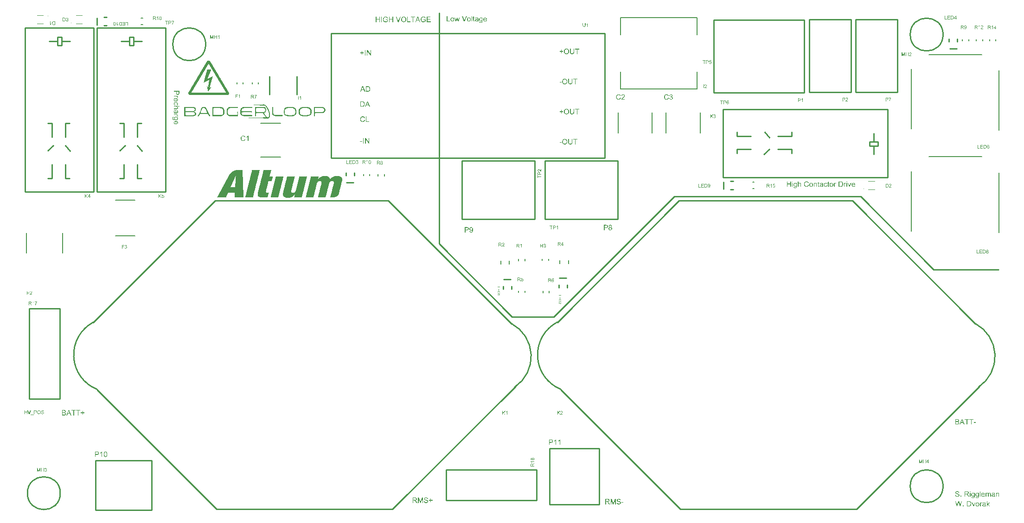
<source format=gto>
G04*
G04 #@! TF.GenerationSoftware,Altium Limited,Altium Designer,18.1.11 (251)*
G04*
G04 Layer_Color=65535*
%FSLAX25Y25*%
%MOIN*%
G70*
G01*
G75*
%ADD10C,0.01000*%
%ADD11C,0.00394*%
%ADD12C,0.00787*%
%ADD13C,0.00472*%
G36*
X241001Y457299D02*
X241346D01*
Y457230D01*
X241484D01*
Y457161D01*
X241622D01*
Y457092D01*
X241691D01*
Y457023D01*
X241760D01*
Y456954D01*
X241898D01*
Y456885D01*
Y456816D01*
X241967D01*
Y456747D01*
X242036D01*
Y456678D01*
X242105D01*
Y456609D01*
Y456540D01*
X242174D01*
Y456471D01*
X242243D01*
Y456402D01*
Y456333D01*
X242312D01*
Y456264D01*
Y456195D01*
X242381D01*
Y456126D01*
X242450D01*
Y456057D01*
Y455988D01*
X242519D01*
Y455919D01*
Y455850D01*
X242588D01*
Y455781D01*
X242657D01*
Y455712D01*
Y455643D01*
X242726D01*
Y455574D01*
Y455505D01*
X242795D01*
Y455436D01*
X242864D01*
Y455367D01*
Y455298D01*
X242933D01*
Y455229D01*
Y455160D01*
X243002D01*
Y455091D01*
X243071D01*
Y455022D01*
Y454953D01*
X243140D01*
Y454884D01*
Y454815D01*
X243209D01*
Y454746D01*
X243278D01*
Y454677D01*
Y454608D01*
X243347D01*
Y454539D01*
Y454470D01*
X243416D01*
Y454401D01*
X243485D01*
Y454332D01*
Y454263D01*
X243554D01*
Y454194D01*
Y454125D01*
X243623D01*
Y454056D01*
X243692D01*
Y453987D01*
Y453918D01*
X243761D01*
Y453849D01*
Y453780D01*
X243830D01*
Y453711D01*
X243899D01*
Y453642D01*
Y453573D01*
X243969D01*
Y453504D01*
Y453435D01*
X244038D01*
Y453366D01*
X244107D01*
Y453297D01*
Y453228D01*
X244176D01*
Y453159D01*
Y453090D01*
X244245D01*
Y453021D01*
X244314D01*
Y452952D01*
Y452883D01*
X244383D01*
Y452813D01*
Y452744D01*
X244451D01*
Y452675D01*
X244521D01*
Y452606D01*
Y452537D01*
X244590D01*
Y452468D01*
Y452399D01*
X244659D01*
Y452330D01*
X244728D01*
Y452261D01*
Y452192D01*
X244797D01*
Y452123D01*
Y452055D01*
X244866D01*
Y451986D01*
X244935D01*
Y451916D01*
Y451848D01*
X245004D01*
Y451778D01*
Y451709D01*
X245073D01*
Y451640D01*
Y451571D01*
X245142D01*
Y451502D01*
X245211D01*
Y451433D01*
Y451364D01*
X245280D01*
Y451295D01*
X245349D01*
Y451226D01*
Y451157D01*
X245418D01*
Y451088D01*
Y451019D01*
X245487D01*
Y450950D01*
Y450881D01*
X245556D01*
Y450812D01*
X245625D01*
Y450743D01*
Y450674D01*
X245694D01*
Y450605D01*
X245763D01*
Y450536D01*
Y450467D01*
X245832D01*
Y450398D01*
Y450329D01*
X245901D01*
Y450260D01*
X245970D01*
Y450191D01*
Y450122D01*
X246039D01*
Y450053D01*
Y449984D01*
X246108D01*
Y449915D01*
X246177D01*
Y449846D01*
Y449777D01*
X246246D01*
Y449708D01*
Y449639D01*
X246315D01*
Y449570D01*
X246384D01*
Y449501D01*
Y449432D01*
X246453D01*
Y449363D01*
Y449294D01*
X246522D01*
Y449225D01*
X246591D01*
Y449156D01*
Y449087D01*
X246660D01*
Y449018D01*
Y448949D01*
X246729D01*
Y448880D01*
X246798D01*
Y448811D01*
Y448742D01*
X246867D01*
Y448673D01*
Y448604D01*
X246936D01*
Y448535D01*
X247005D01*
Y448466D01*
Y448397D01*
X247074D01*
Y448328D01*
Y448259D01*
X247143D01*
Y448190D01*
Y448121D01*
X247212D01*
Y448052D01*
X247281D01*
Y447983D01*
Y447914D01*
X247350D01*
Y447845D01*
X247419D01*
Y447776D01*
Y447707D01*
X247488D01*
Y447638D01*
Y447569D01*
X247557D01*
Y447500D01*
X247626D01*
Y447431D01*
Y447362D01*
X247695D01*
Y447293D01*
Y447224D01*
X247764D01*
Y447155D01*
X247833D01*
Y447086D01*
Y447017D01*
X247902D01*
Y446948D01*
Y446879D01*
X247971D01*
Y446810D01*
X248040D01*
Y446741D01*
Y446672D01*
X248109D01*
Y446603D01*
Y446534D01*
X248178D01*
Y446465D01*
X248247D01*
Y446396D01*
Y446327D01*
X248316D01*
Y446258D01*
Y446189D01*
X248385D01*
Y446120D01*
X248454D01*
Y446051D01*
Y445982D01*
X248523D01*
Y445913D01*
Y445844D01*
X248592D01*
Y445775D01*
X248661D01*
Y445706D01*
Y445637D01*
X248730D01*
Y445568D01*
Y445499D01*
X248799D01*
Y445430D01*
Y445361D01*
X248868D01*
Y445292D01*
X248937D01*
Y445223D01*
Y445154D01*
X249006D01*
Y445085D01*
X249075D01*
Y445016D01*
Y444947D01*
X249144D01*
Y444878D01*
Y444809D01*
X249213D01*
Y444740D01*
X249282D01*
Y444671D01*
Y444602D01*
X249351D01*
Y444533D01*
Y444464D01*
X249420D01*
Y444395D01*
X249489D01*
Y444326D01*
Y444257D01*
X249558D01*
Y444188D01*
Y444119D01*
X249627D01*
Y444050D01*
X249696D01*
Y443981D01*
Y443912D01*
X249765D01*
Y443843D01*
Y443774D01*
X249834D01*
Y443705D01*
X249903D01*
Y443636D01*
Y443567D01*
X249972D01*
Y443498D01*
Y443429D01*
X250041D01*
Y443360D01*
Y443291D01*
X250110D01*
Y443222D01*
X250179D01*
Y443153D01*
Y443084D01*
X250248D01*
Y443014D01*
X250317D01*
Y442946D01*
Y442876D01*
X250386D01*
Y442807D01*
Y442738D01*
X250455D01*
Y442669D01*
Y442600D01*
X250524D01*
Y442531D01*
X250593D01*
Y442462D01*
Y442393D01*
X250662D01*
Y442324D01*
Y442255D01*
X250731D01*
Y442186D01*
X250800D01*
Y442118D01*
Y442049D01*
X250869D01*
Y441979D01*
Y441911D01*
X250938D01*
Y441841D01*
X251007D01*
Y441772D01*
Y441703D01*
X251076D01*
Y441634D01*
Y441565D01*
X251145D01*
Y441496D01*
X251214D01*
Y441427D01*
Y441358D01*
X251283D01*
Y441289D01*
Y441220D01*
X251352D01*
Y441151D01*
X251421D01*
Y441082D01*
Y441013D01*
X251490D01*
Y440944D01*
Y440875D01*
X251559D01*
Y440806D01*
X251628D01*
Y440737D01*
Y440668D01*
X251697D01*
Y440599D01*
Y440530D01*
X251766D01*
Y440461D01*
X251835D01*
Y440392D01*
Y440323D01*
X251904D01*
Y440254D01*
Y440185D01*
X251973D01*
Y440116D01*
X252042D01*
Y440047D01*
Y439978D01*
X252111D01*
Y439909D01*
Y439840D01*
X252180D01*
Y439771D01*
X252249D01*
Y439702D01*
Y439633D01*
X252318D01*
Y439564D01*
Y439495D01*
X252387D01*
Y439426D01*
X252456D01*
Y439357D01*
Y439288D01*
X252525D01*
Y439219D01*
Y439150D01*
X252594D01*
Y439081D01*
X252663D01*
Y439012D01*
Y438943D01*
X252732D01*
Y438874D01*
Y438805D01*
X252801D01*
Y438736D01*
Y438667D01*
X252870D01*
Y438598D01*
X252939D01*
Y438529D01*
Y438460D01*
X253008D01*
Y438391D01*
X253077D01*
Y438322D01*
Y438253D01*
X253146D01*
Y438184D01*
Y438115D01*
X253215D01*
Y438046D01*
X253284D01*
Y437977D01*
Y437908D01*
X253354D01*
Y437839D01*
Y437770D01*
X253422D01*
Y437701D01*
Y437632D01*
X253491D01*
Y437563D01*
X253560D01*
Y437494D01*
Y437425D01*
X253629D01*
Y437356D01*
Y437287D01*
X253698D01*
Y437218D01*
X253767D01*
Y437149D01*
Y437080D01*
X253836D01*
Y437011D01*
Y436942D01*
X253906D01*
Y436873D01*
X253975D01*
Y436804D01*
Y436735D01*
X254044D01*
Y436666D01*
Y436597D01*
X254113D01*
Y436528D01*
X254182D01*
Y436459D01*
Y436390D01*
X254251D01*
Y436321D01*
Y436252D01*
X254320D01*
Y436183D01*
X254389D01*
Y436114D01*
Y436045D01*
X254458D01*
Y435976D01*
Y435907D01*
X254527D01*
Y435838D01*
X254596D01*
Y435769D01*
Y435700D01*
X254665D01*
Y435631D01*
Y435562D01*
X254734D01*
Y435493D01*
X254803D01*
Y435424D01*
Y435355D01*
X254872D01*
Y435286D01*
Y435217D01*
X254941D01*
Y435148D01*
X255010D01*
Y435079D01*
Y435010D01*
X255079D01*
Y434941D01*
Y434872D01*
X255148D01*
Y434803D01*
X255217D01*
Y434734D01*
Y434665D01*
X255286D01*
Y434596D01*
Y434527D01*
X255355D01*
Y434458D01*
Y434389D01*
X255424D01*
Y434320D01*
Y434251D01*
X255493D01*
Y434182D01*
Y434113D01*
Y434044D01*
X255562D01*
Y433975D01*
Y433906D01*
Y433837D01*
Y433768D01*
Y433699D01*
Y433630D01*
Y433561D01*
Y433492D01*
Y433423D01*
Y433354D01*
Y433285D01*
X255493D01*
Y433216D01*
Y433147D01*
Y433077D01*
X255424D01*
Y433008D01*
X255355D01*
Y432939D01*
Y432870D01*
X255217D01*
Y432801D01*
Y432732D01*
X255148D01*
Y432663D01*
X255010D01*
Y432594D01*
X254803D01*
Y432525D01*
X227200D01*
Y432594D01*
X227062D01*
Y432663D01*
X226924D01*
Y432732D01*
X226855D01*
Y432801D01*
X226717D01*
Y432870D01*
X226648D01*
Y432939D01*
Y433008D01*
X226579D01*
Y433077D01*
X226510D01*
Y433147D01*
Y433216D01*
X226441D01*
Y433285D01*
Y433354D01*
X226372D01*
Y433423D01*
Y433492D01*
Y433561D01*
Y433630D01*
X226303D01*
Y433699D01*
Y433768D01*
Y433837D01*
Y433906D01*
Y433975D01*
X226372D01*
Y434044D01*
Y434113D01*
Y434182D01*
Y434251D01*
X226441D01*
Y434320D01*
Y434389D01*
X226510D01*
Y434458D01*
X226579D01*
Y434527D01*
Y434596D01*
X226648D01*
Y434665D01*
Y434734D01*
X226717D01*
Y434803D01*
Y434872D01*
X226786D01*
Y434941D01*
X226855D01*
Y435010D01*
Y435079D01*
X226924D01*
Y435148D01*
Y435217D01*
X226993D01*
Y435286D01*
X227062D01*
Y435355D01*
Y435424D01*
X227131D01*
Y435493D01*
Y435562D01*
X227200D01*
Y435631D01*
X227269D01*
Y435700D01*
Y435769D01*
X227338D01*
Y435838D01*
Y435907D01*
X227407D01*
Y435976D01*
X227476D01*
Y436045D01*
Y436114D01*
X227545D01*
Y436183D01*
Y436252D01*
X227614D01*
Y436321D01*
Y436390D01*
X227683D01*
Y436459D01*
X227752D01*
Y436528D01*
Y436597D01*
X227821D01*
Y436666D01*
Y436735D01*
X227890D01*
Y436804D01*
X227959D01*
Y436873D01*
Y436942D01*
X228028D01*
Y437011D01*
Y437080D01*
X228097D01*
Y437149D01*
Y437218D01*
X228166D01*
Y437287D01*
X228235D01*
Y437356D01*
Y437425D01*
X228304D01*
Y437494D01*
Y437563D01*
X228373D01*
Y437632D01*
X228442D01*
Y437701D01*
Y437770D01*
X228511D01*
Y437839D01*
Y437908D01*
X228580D01*
Y437977D01*
Y438046D01*
X228649D01*
Y438115D01*
X228718D01*
Y438184D01*
Y438253D01*
X228787D01*
Y438322D01*
Y438391D01*
X228856D01*
Y438460D01*
X228925D01*
Y438529D01*
Y438598D01*
X228994D01*
Y438667D01*
Y438736D01*
X229063D01*
Y438805D01*
X229132D01*
Y438874D01*
Y438943D01*
X229201D01*
Y439012D01*
Y439081D01*
X229270D01*
Y439150D01*
X229339D01*
Y439219D01*
Y439288D01*
X229408D01*
Y439357D01*
Y439426D01*
X229477D01*
Y439495D01*
X229546D01*
Y439564D01*
Y439633D01*
X229615D01*
Y439702D01*
Y439771D01*
X229684D01*
Y439840D01*
X229753D01*
Y439909D01*
Y439978D01*
X229822D01*
Y440047D01*
Y440116D01*
X229891D01*
Y440185D01*
X229960D01*
Y440254D01*
Y440323D01*
X230029D01*
Y440392D01*
Y440461D01*
X230098D01*
Y440530D01*
X230167D01*
Y440599D01*
Y440668D01*
X230236D01*
Y440737D01*
Y440806D01*
X230305D01*
Y440875D01*
Y440944D01*
X230374D01*
Y441013D01*
X230443D01*
Y441082D01*
Y441151D01*
X230512D01*
Y441220D01*
Y441289D01*
X230581D01*
Y441358D01*
X230650D01*
Y441427D01*
Y441496D01*
X230719D01*
Y441565D01*
Y441634D01*
X230788D01*
Y441703D01*
X230857D01*
Y441772D01*
Y441841D01*
X230926D01*
Y441911D01*
Y441979D01*
X230995D01*
Y442049D01*
Y442118D01*
X231064D01*
Y442186D01*
X231133D01*
Y442255D01*
Y442324D01*
X231202D01*
Y442393D01*
Y442462D01*
X231271D01*
Y442531D01*
X231340D01*
Y442600D01*
Y442669D01*
X231409D01*
Y442738D01*
Y442807D01*
X231478D01*
Y442876D01*
X231547D01*
Y442946D01*
Y443014D01*
X231616D01*
Y443084D01*
Y443153D01*
X231685D01*
Y443222D01*
X231754D01*
Y443291D01*
Y443360D01*
X231823D01*
Y443429D01*
Y443498D01*
X231892D01*
Y443567D01*
Y443636D01*
X231961D01*
Y443705D01*
X232030D01*
Y443774D01*
Y443843D01*
X232099D01*
Y443912D01*
Y443981D01*
X232168D01*
Y444050D01*
X232237D01*
Y444119D01*
Y444188D01*
X232306D01*
Y444257D01*
Y444326D01*
X232375D01*
Y444395D01*
X232444D01*
Y444464D01*
Y444533D01*
X232513D01*
Y444602D01*
Y444671D01*
X232582D01*
Y444740D01*
X232651D01*
Y444809D01*
Y444878D01*
X232720D01*
Y444947D01*
Y445016D01*
X232789D01*
Y445085D01*
X232858D01*
Y445154D01*
Y445223D01*
X232927D01*
Y445292D01*
Y445361D01*
X232996D01*
Y445430D01*
X233065D01*
Y445499D01*
Y445568D01*
X233134D01*
Y445637D01*
Y445706D01*
X233203D01*
Y445775D01*
X233272D01*
Y445844D01*
Y445913D01*
X233341D01*
Y445982D01*
Y446051D01*
X233410D01*
Y446120D01*
X233479D01*
Y446189D01*
Y446258D01*
Y446327D01*
X233548D01*
Y446396D01*
X233617D01*
Y446465D01*
Y446534D01*
X233686D01*
Y446603D01*
X233755D01*
Y446672D01*
Y446741D01*
X233824D01*
Y446810D01*
Y446879D01*
X233893D01*
Y446948D01*
X233962D01*
Y447017D01*
Y447086D01*
X234032D01*
Y447155D01*
Y447224D01*
X234101D01*
Y447293D01*
Y447362D01*
X234170D01*
Y447431D01*
X234239D01*
Y447500D01*
Y447569D01*
X234308D01*
Y447638D01*
Y447707D01*
X234377D01*
Y447776D01*
X234446D01*
Y447845D01*
Y447914D01*
X234514D01*
Y447983D01*
Y448052D01*
X234583D01*
Y448121D01*
X234653D01*
Y448190D01*
Y448259D01*
X234722D01*
Y448328D01*
Y448397D01*
X234791D01*
Y448466D01*
Y448535D01*
X234860D01*
Y448604D01*
X234929D01*
Y448673D01*
Y448742D01*
X234998D01*
Y448811D01*
Y448880D01*
X235067D01*
Y448949D01*
X235136D01*
Y449018D01*
Y449087D01*
X235205D01*
Y449156D01*
Y449225D01*
X235274D01*
Y449294D01*
X235343D01*
Y449363D01*
Y449432D01*
X235412D01*
Y449501D01*
Y449570D01*
X235481D01*
Y449639D01*
X235550D01*
Y449708D01*
Y449777D01*
X235619D01*
Y449846D01*
Y449915D01*
X235688D01*
Y449984D01*
X235757D01*
Y450053D01*
X235826D01*
Y450122D01*
Y450191D01*
Y450260D01*
X235895D01*
Y450329D01*
X235964D01*
Y450398D01*
Y450467D01*
X236033D01*
Y450536D01*
Y450605D01*
X236102D01*
Y450674D01*
Y450743D01*
X236171D01*
Y450812D01*
X236240D01*
Y450881D01*
Y450950D01*
X236309D01*
Y451019D01*
X236378D01*
Y451088D01*
Y451157D01*
X236447D01*
Y451226D01*
Y451295D01*
X236516D01*
Y451364D01*
Y451433D01*
X236585D01*
Y451502D01*
X236654D01*
Y451571D01*
Y451640D01*
X236723D01*
Y451709D01*
Y451778D01*
X236792D01*
Y451848D01*
X236861D01*
Y451916D01*
Y451986D01*
X236930D01*
Y452055D01*
Y452123D01*
X236999D01*
Y452192D01*
Y452261D01*
X237068D01*
Y452330D01*
X237137D01*
Y452399D01*
Y452468D01*
X237206D01*
Y452537D01*
Y452606D01*
X237275D01*
Y452675D01*
X237344D01*
Y452744D01*
Y452813D01*
X237413D01*
Y452883D01*
Y452952D01*
X237482D01*
Y453021D01*
X237551D01*
Y453090D01*
Y453159D01*
X237620D01*
Y453228D01*
Y453297D01*
X237689D01*
Y453366D01*
Y453435D01*
X237758D01*
Y453504D01*
X237827D01*
Y453573D01*
Y453642D01*
X237896D01*
Y453711D01*
Y453780D01*
X237965D01*
Y453849D01*
X238034D01*
Y453918D01*
Y453987D01*
X238103D01*
Y454056D01*
Y454125D01*
X238172D01*
Y454194D01*
X238241D01*
Y454263D01*
Y454332D01*
X238310D01*
Y454401D01*
Y454470D01*
X238379D01*
Y454539D01*
X238448D01*
Y454608D01*
Y454677D01*
X238517D01*
Y454746D01*
Y454815D01*
X238586D01*
Y454884D01*
X238655D01*
Y454953D01*
Y455022D01*
X238724D01*
Y455091D01*
Y455160D01*
X238793D01*
Y455229D01*
X238862D01*
Y455298D01*
Y455367D01*
X238931D01*
Y455436D01*
Y455505D01*
X239000D01*
Y455574D01*
X239069D01*
Y455643D01*
Y455712D01*
X239138D01*
Y455781D01*
X239207D01*
Y455850D01*
Y455919D01*
X239276D01*
Y455988D01*
Y456057D01*
X239345D01*
Y456126D01*
X239414D01*
Y456195D01*
Y456264D01*
X239483D01*
Y456333D01*
X239552D01*
Y456402D01*
Y456471D01*
X239621D01*
Y456540D01*
X239690D01*
Y456609D01*
X239759D01*
Y456678D01*
Y456747D01*
X239828D01*
Y456816D01*
X239897D01*
Y456885D01*
X239966D01*
Y456954D01*
X240035D01*
Y457023D01*
X240104D01*
Y457092D01*
X240173D01*
Y457161D01*
X240311D01*
Y457230D01*
X240449D01*
Y457299D01*
X240725D01*
Y457368D01*
X241001D01*
Y457299D01*
D02*
G37*
G36*
X272293Y423444D02*
Y423127D01*
X266262D01*
Y422809D01*
X265309D01*
Y422492D01*
X264992D01*
Y422174D01*
Y421857D01*
X264674D01*
Y421540D01*
Y421222D01*
Y420905D01*
X271976D01*
Y420587D01*
Y420270D01*
Y419952D01*
X271658D01*
Y420270D01*
X265627D01*
Y419952D01*
X265309D01*
Y420270D01*
X264992D01*
Y419952D01*
X264674D01*
Y419635D01*
Y419317D01*
Y419000D01*
X264992D01*
Y418683D01*
Y418365D01*
X265627D01*
Y418048D01*
X271976D01*
Y417730D01*
X272293D01*
Y417413D01*
Y417095D01*
X265944D01*
Y417413D01*
X264992D01*
Y417730D01*
X264357D01*
Y418048D01*
Y418365D01*
X264040D01*
Y418683D01*
Y419000D01*
X263722D01*
Y419317D01*
Y419635D01*
Y419952D01*
Y420270D01*
Y420587D01*
Y420905D01*
Y421222D01*
Y421540D01*
Y421857D01*
X264040D01*
Y422174D01*
Y422492D01*
Y422809D01*
X264357D01*
Y423127D01*
X264992D01*
Y423444D01*
X265309D01*
Y423762D01*
X272293D01*
Y423444D01*
D02*
G37*
G36*
X323402D02*
X324037D01*
Y423127D01*
X324354D01*
Y422809D01*
X324671D01*
Y422492D01*
Y422174D01*
X324989D01*
Y421857D01*
Y421540D01*
Y421222D01*
X324671D01*
Y420905D01*
Y420587D01*
X324354D01*
Y420270D01*
X324037D01*
Y419952D01*
X323719D01*
Y419635D01*
X317688D01*
Y419317D01*
X317370D01*
Y419000D01*
Y418683D01*
Y418365D01*
Y418048D01*
Y417730D01*
Y417413D01*
Y417095D01*
X316735D01*
Y417413D01*
Y417730D01*
Y418048D01*
Y418365D01*
Y418683D01*
Y419000D01*
Y419317D01*
Y419635D01*
Y419952D01*
Y420270D01*
Y420587D01*
Y420905D01*
Y421222D01*
Y421540D01*
Y421857D01*
Y422174D01*
Y422492D01*
Y422809D01*
Y423127D01*
Y423444D01*
Y423762D01*
X323402D01*
Y423444D01*
D02*
G37*
G36*
X312609D02*
X313561D01*
Y423127D01*
X313878D01*
Y422809D01*
X314196D01*
Y422492D01*
X314513D01*
Y422174D01*
Y421857D01*
X314831D01*
Y421540D01*
Y421222D01*
Y420905D01*
Y420587D01*
Y420270D01*
Y419952D01*
Y419635D01*
Y419317D01*
X314513D01*
Y419000D01*
Y418683D01*
Y418365D01*
X314196D01*
Y418048D01*
X313878D01*
Y417730D01*
X313243D01*
Y417413D01*
X312291D01*
Y417095D01*
X307847D01*
Y417413D01*
X306894D01*
Y417730D01*
X306577D01*
Y418048D01*
X306260D01*
Y418365D01*
X305942D01*
Y418683D01*
Y419000D01*
X305625D01*
Y419317D01*
Y419635D01*
Y419952D01*
Y420270D01*
Y420587D01*
Y420905D01*
Y421222D01*
Y421540D01*
Y421857D01*
Y422174D01*
X305942D01*
Y422492D01*
X306260D01*
Y422809D01*
X306577D01*
Y423127D01*
X306894D01*
Y423444D01*
X307847D01*
Y423762D01*
X312609D01*
Y423444D01*
D02*
G37*
G36*
X302133D02*
X302768D01*
Y423127D01*
X303085D01*
Y422809D01*
X303720D01*
Y422492D01*
Y422174D01*
Y421857D01*
X304037D01*
Y421540D01*
Y421222D01*
Y420905D01*
Y420587D01*
Y420270D01*
Y419952D01*
Y419635D01*
Y419317D01*
Y419000D01*
X303720D01*
Y418683D01*
Y418365D01*
X303403D01*
Y418048D01*
X303085D01*
Y417730D01*
X302768D01*
Y417413D01*
X301815D01*
Y417095D01*
X297371D01*
Y417413D01*
X296419D01*
Y417730D01*
X295784D01*
Y418048D01*
X295466D01*
Y418365D01*
Y418683D01*
X295149D01*
Y419000D01*
Y419317D01*
X294832D01*
Y419635D01*
Y419952D01*
Y420270D01*
Y420587D01*
Y420905D01*
Y421222D01*
Y421540D01*
X295149D01*
Y421857D01*
Y422174D01*
Y422492D01*
X295466D01*
Y422809D01*
X295784D01*
Y423127D01*
X296101D01*
Y423444D01*
X297054D01*
Y423762D01*
X302133D01*
Y423444D01*
D02*
G37*
G36*
X287213D02*
Y423127D01*
Y422809D01*
Y422492D01*
Y422174D01*
Y421857D01*
Y421540D01*
Y421222D01*
Y420905D01*
Y420587D01*
Y420270D01*
Y419952D01*
Y419635D01*
Y419317D01*
X287530D01*
Y419000D01*
Y418683D01*
X287848D01*
Y418365D01*
X288165D01*
Y418048D01*
X293879D01*
Y417730D01*
X294197D01*
Y417413D01*
X293879D01*
Y417095D01*
X288483D01*
Y417413D01*
X287530D01*
Y417730D01*
X287213D01*
Y418048D01*
X286895D01*
Y418365D01*
X286578D01*
Y418683D01*
Y419000D01*
Y419317D01*
Y419635D01*
Y419952D01*
Y420270D01*
Y420587D01*
Y420905D01*
Y421222D01*
Y421540D01*
Y421857D01*
Y422174D01*
Y422492D01*
Y422809D01*
Y423127D01*
Y423444D01*
Y423762D01*
X287213D01*
Y423444D01*
D02*
G37*
G36*
X262135D02*
Y423127D01*
X256421D01*
Y422809D01*
X255469D01*
Y422492D01*
X255151D01*
Y422174D01*
X254834D01*
Y421857D01*
Y421540D01*
X254516D01*
Y421222D01*
Y420905D01*
Y420587D01*
Y420270D01*
Y419952D01*
Y419635D01*
Y419317D01*
X254834D01*
Y419000D01*
Y418683D01*
X255151D01*
Y418365D01*
X255469D01*
Y418048D01*
X261183D01*
Y418365D01*
X261500D01*
Y418683D01*
Y419000D01*
Y419317D01*
Y419635D01*
Y419952D01*
X261183D01*
Y420270D01*
X261500D01*
Y420587D01*
X262135D01*
Y420270D01*
Y419952D01*
Y419635D01*
Y419317D01*
Y419000D01*
Y418683D01*
Y418365D01*
Y418048D01*
Y417730D01*
Y417413D01*
Y417095D01*
X255786D01*
Y417413D01*
X254834D01*
Y417730D01*
X254516D01*
Y418048D01*
X254199D01*
Y418365D01*
Y418683D01*
X253881D01*
Y419000D01*
Y419317D01*
Y419635D01*
Y419952D01*
Y420270D01*
Y420587D01*
Y420905D01*
Y421222D01*
Y421540D01*
Y421857D01*
Y422174D01*
Y422492D01*
X254199D01*
Y422809D01*
X254516D01*
Y423127D01*
X254834D01*
Y423444D01*
X255469D01*
Y423762D01*
X262135D01*
Y423444D01*
D02*
G37*
G36*
X250389D02*
X251342D01*
Y423127D01*
X251659D01*
Y422809D01*
Y422492D01*
X251977D01*
Y422174D01*
Y421857D01*
X252294D01*
Y421540D01*
Y421222D01*
Y420905D01*
Y420587D01*
Y420270D01*
Y419952D01*
Y419635D01*
Y419317D01*
Y419000D01*
X251977D01*
Y418683D01*
Y418365D01*
X251659D01*
Y418048D01*
X251342D01*
Y417730D01*
X251024D01*
Y417413D01*
X250389D01*
Y417095D01*
X243723D01*
Y417413D01*
Y417730D01*
Y418048D01*
Y418365D01*
Y418683D01*
Y419000D01*
Y419317D01*
Y419635D01*
Y419952D01*
Y420270D01*
Y420587D01*
Y420905D01*
Y421222D01*
Y421540D01*
Y421857D01*
Y422174D01*
Y422492D01*
Y422809D01*
Y423127D01*
Y423444D01*
Y423762D01*
X250389D01*
Y423444D01*
D02*
G37*
G36*
X238644D02*
X238961D01*
Y423127D01*
X239279D01*
Y422809D01*
Y422492D01*
X239596D01*
Y422174D01*
Y421857D01*
X239914D01*
Y421540D01*
Y421222D01*
X240231D01*
Y420905D01*
Y420587D01*
X240549D01*
Y420270D01*
Y419952D01*
X240866D01*
Y419635D01*
Y419317D01*
X241184D01*
Y419000D01*
Y418683D01*
X241501D01*
Y418365D01*
Y418048D01*
X241818D01*
Y417730D01*
Y417413D01*
X242136D01*
Y417095D01*
X241184D01*
Y417413D01*
X240866D01*
Y417730D01*
Y418048D01*
X240549D01*
Y418365D01*
Y418683D01*
X240231D01*
Y419000D01*
X234517D01*
Y418683D01*
Y418365D01*
X234200D01*
Y418048D01*
Y417730D01*
X233882D01*
Y417413D01*
Y417095D01*
X232930D01*
Y417413D01*
X233247D01*
Y417730D01*
Y418048D01*
X233565D01*
Y418365D01*
Y418683D01*
X233882D01*
Y419000D01*
Y419317D01*
X234200D01*
Y419635D01*
Y419952D01*
X234517D01*
Y420270D01*
Y420587D01*
X234835D01*
Y420905D01*
Y421222D01*
X235152D01*
Y421540D01*
Y421857D01*
X235470D01*
Y422174D01*
Y422492D01*
X235787D01*
Y422809D01*
Y423127D01*
X236104D01*
Y423444D01*
X236422D01*
Y423762D01*
X238644D01*
Y423444D01*
D02*
G37*
G36*
X230708D02*
X231343D01*
Y423127D01*
X231660D01*
Y422809D01*
Y422492D01*
Y422174D01*
Y421857D01*
Y421540D01*
Y421222D01*
X231343D01*
Y420905D01*
X230708D01*
Y420587D01*
Y420270D01*
X231343D01*
Y419952D01*
X231660D01*
Y419635D01*
X231978D01*
Y419317D01*
Y419000D01*
Y418683D01*
Y418365D01*
X231660D01*
Y418048D01*
Y417730D01*
X231343D01*
Y417413D01*
X230390D01*
Y417095D01*
X223407D01*
Y417413D01*
Y417730D01*
Y418048D01*
Y418365D01*
Y418683D01*
Y419000D01*
Y419317D01*
Y419635D01*
Y419952D01*
Y420270D01*
Y420587D01*
Y420905D01*
Y421222D01*
Y421540D01*
Y421857D01*
Y422174D01*
Y422492D01*
Y422809D01*
Y423127D01*
Y423444D01*
Y423762D01*
X230708D01*
Y423444D01*
D02*
G37*
G36*
X280547Y425666D02*
X281499D01*
Y425349D01*
X281816D01*
Y425032D01*
X282134D01*
Y424714D01*
X282451D01*
Y424397D01*
X282769D01*
Y424079D01*
X283086D01*
Y423762D01*
Y423444D01*
X283404D01*
Y423127D01*
X283721D01*
Y422809D01*
Y422492D01*
X284038D01*
Y422174D01*
Y421857D01*
X284356D01*
Y421540D01*
Y421222D01*
Y420905D01*
X284673D01*
Y420587D01*
Y420270D01*
Y419952D01*
X284991D01*
Y419635D01*
Y419317D01*
Y419000D01*
Y418683D01*
Y418365D01*
Y418048D01*
Y417730D01*
Y417413D01*
Y417095D01*
Y416778D01*
Y416460D01*
X284673D01*
Y416143D01*
X284356D01*
Y415826D01*
X284038D01*
Y415508D01*
X280229D01*
Y415826D01*
X269754D01*
Y416143D01*
X279912D01*
Y416460D01*
X281816D01*
Y416778D01*
X281499D01*
Y417095D01*
X281182D01*
Y417413D01*
Y417730D01*
X280864D01*
Y418048D01*
X280547D01*
Y418365D01*
Y418683D01*
X280229D01*
Y419000D01*
Y419317D01*
X279912D01*
Y419635D01*
X275150D01*
Y419317D01*
X274833D01*
Y419000D01*
Y418683D01*
Y418365D01*
Y418048D01*
Y417730D01*
Y417413D01*
Y417095D01*
X274198D01*
Y417413D01*
Y417730D01*
Y418048D01*
Y418365D01*
Y418683D01*
Y419000D01*
Y419317D01*
Y419635D01*
Y419952D01*
Y420270D01*
Y420587D01*
Y420905D01*
Y421222D01*
Y421540D01*
Y421857D01*
Y422174D01*
Y422492D01*
Y422809D01*
Y423127D01*
Y423444D01*
Y423762D01*
X281182D01*
Y423444D01*
X281816D01*
Y423127D01*
X282134D01*
Y422809D01*
Y422492D01*
X282451D01*
Y422174D01*
Y421857D01*
Y421540D01*
Y421222D01*
X282134D01*
Y420905D01*
Y420587D01*
X281816D01*
Y420270D01*
X281499D01*
Y419952D01*
X280864D01*
Y419635D01*
Y419317D01*
Y419000D01*
X281182D01*
Y418683D01*
Y418365D01*
X281499D01*
Y418048D01*
Y417730D01*
X281816D01*
Y417413D01*
X282134D01*
Y417095D01*
X282451D01*
Y416778D01*
X283086D01*
Y416460D01*
X284038D01*
Y416778D01*
X284356D01*
Y417095D01*
Y417413D01*
Y417730D01*
Y418048D01*
Y418365D01*
Y418683D01*
Y419000D01*
Y419317D01*
Y419635D01*
Y419952D01*
X284038D01*
Y420270D01*
Y420587D01*
Y420905D01*
X283721D01*
Y421222D01*
Y421540D01*
X283404D01*
Y421857D01*
Y422174D01*
X283086D01*
Y422492D01*
Y422809D01*
X282769D01*
Y423127D01*
Y423444D01*
X282451D01*
Y423762D01*
X282134D01*
Y424079D01*
X281816D01*
Y424397D01*
X281499D01*
Y424714D01*
X281182D01*
Y425032D01*
X277690D01*
Y425349D01*
X273245D01*
Y425666D01*
X279912D01*
Y425984D01*
X280547D01*
Y425666D01*
D02*
G37*
G36*
X333652Y374189D02*
X334356D01*
Y374119D01*
X334708D01*
Y374049D01*
X334990D01*
Y373978D01*
X335201D01*
Y373908D01*
X335413D01*
Y373837D01*
X335553D01*
Y373767D01*
X335694D01*
Y373697D01*
X335835D01*
Y373626D01*
X335976D01*
Y373556D01*
X336117D01*
Y373485D01*
X336187D01*
Y373415D01*
X336258D01*
Y373344D01*
X336328D01*
Y373274D01*
X336398D01*
Y373204D01*
X336469D01*
Y373133D01*
X336539D01*
Y373063D01*
Y372992D01*
X336610D01*
Y372922D01*
Y372852D01*
X336680D01*
Y372781D01*
Y372711D01*
X336750D01*
Y372640D01*
Y372570D01*
Y372499D01*
X336821D01*
Y372429D01*
Y372359D01*
Y372288D01*
Y372218D01*
X336891D01*
Y372147D01*
Y372077D01*
Y372007D01*
Y371936D01*
Y371866D01*
Y371795D01*
Y371725D01*
Y371655D01*
Y371584D01*
Y371514D01*
Y371443D01*
Y371373D01*
Y371302D01*
Y371232D01*
Y371162D01*
Y371091D01*
Y371021D01*
X336821D01*
Y370950D01*
Y370880D01*
Y370810D01*
Y370739D01*
Y370669D01*
Y370598D01*
X336750D01*
Y370528D01*
Y370458D01*
Y370387D01*
Y370317D01*
Y370246D01*
X336680D01*
Y370176D01*
Y370105D01*
Y370035D01*
Y369965D01*
X336610D01*
Y369894D01*
Y369824D01*
Y369753D01*
Y369683D01*
X336539D01*
Y369613D01*
Y369542D01*
Y369472D01*
Y369401D01*
X336469D01*
Y369331D01*
Y369260D01*
Y369190D01*
Y369120D01*
X336398D01*
Y369049D01*
Y368979D01*
Y368908D01*
Y368838D01*
X336328D01*
Y368767D01*
Y368697D01*
Y368627D01*
Y368556D01*
X336258D01*
Y368486D01*
Y368415D01*
Y368345D01*
Y368275D01*
X336187D01*
Y368204D01*
Y368134D01*
Y368063D01*
Y367993D01*
X336117D01*
Y367922D01*
Y367852D01*
Y367782D01*
Y367711D01*
X336046D01*
Y367641D01*
Y367570D01*
Y367500D01*
Y367430D01*
X335976D01*
Y367359D01*
Y367289D01*
Y367218D01*
Y367148D01*
X335905D01*
Y367077D01*
Y367007D01*
Y366937D01*
Y366866D01*
X335835D01*
Y366796D01*
Y366725D01*
Y366655D01*
Y366585D01*
X335765D01*
Y366514D01*
Y366444D01*
Y366373D01*
Y366303D01*
X335694D01*
Y366232D01*
Y366162D01*
Y366092D01*
Y366021D01*
X335624D01*
Y365951D01*
Y365880D01*
Y365810D01*
Y365740D01*
X335553D01*
Y365669D01*
Y365599D01*
Y365528D01*
Y365458D01*
X335483D01*
Y365388D01*
Y365317D01*
Y365247D01*
Y365176D01*
X335413D01*
Y365106D01*
Y365035D01*
Y364965D01*
Y364895D01*
X335342D01*
Y364824D01*
Y364754D01*
Y364683D01*
Y364613D01*
X335272D01*
Y364543D01*
Y364472D01*
Y364402D01*
Y364331D01*
X335201D01*
Y364261D01*
Y364191D01*
Y364120D01*
Y364050D01*
X335131D01*
Y363979D01*
Y363909D01*
Y363838D01*
Y363768D01*
X335060D01*
Y363698D01*
Y363627D01*
Y363557D01*
Y363486D01*
X334990D01*
Y363416D01*
Y363346D01*
Y363275D01*
Y363205D01*
X334920D01*
Y363134D01*
Y363064D01*
Y362993D01*
Y362923D01*
X334849D01*
Y362853D01*
Y362782D01*
Y362712D01*
Y362641D01*
X334779D01*
Y362571D01*
Y362501D01*
Y362430D01*
Y362360D01*
X334708D01*
Y362289D01*
Y362219D01*
Y362148D01*
Y362078D01*
X334638D01*
Y362008D01*
Y361937D01*
Y361867D01*
Y361796D01*
X334567D01*
Y361726D01*
Y361655D01*
Y361585D01*
X334497D01*
Y361515D01*
Y361444D01*
Y361374D01*
Y361303D01*
X334427D01*
Y361233D01*
Y361163D01*
X334356D01*
Y361092D01*
Y361022D01*
X334286D01*
Y360951D01*
Y360881D01*
X334215D01*
Y360810D01*
Y360740D01*
X334145D01*
Y360670D01*
X334075D01*
Y360599D01*
Y360529D01*
X334004D01*
Y360458D01*
X333934D01*
Y360388D01*
X333863D01*
Y360318D01*
Y360247D01*
X333793D01*
Y360177D01*
X333722D01*
Y360106D01*
X333652D01*
Y360036D01*
X333582D01*
Y359965D01*
X333511D01*
Y359895D01*
X333441D01*
Y359825D01*
X333300D01*
Y359754D01*
X333230D01*
Y359684D01*
X333159D01*
Y359613D01*
X333018D01*
Y359543D01*
X332948D01*
Y359473D01*
X332807D01*
Y359402D01*
X332666D01*
Y359332D01*
X332525D01*
Y359261D01*
X332385D01*
Y359191D01*
X332173D01*
Y359120D01*
X331962D01*
Y359050D01*
X331680D01*
Y358980D01*
X331328D01*
Y358909D01*
X328371D01*
Y358980D01*
Y359050D01*
Y359120D01*
X328441D01*
Y359191D01*
Y359261D01*
Y359332D01*
Y359402D01*
X328512D01*
Y359473D01*
Y359543D01*
Y359613D01*
Y359684D01*
X328582D01*
Y359754D01*
Y359825D01*
Y359895D01*
Y359965D01*
X328653D01*
Y360036D01*
Y360106D01*
Y360177D01*
Y360247D01*
X328723D01*
Y360318D01*
Y360388D01*
Y360458D01*
Y360529D01*
X328793D01*
Y360599D01*
Y360670D01*
Y360740D01*
Y360810D01*
X328864D01*
Y360881D01*
Y360951D01*
Y361022D01*
Y361092D01*
X328934D01*
Y361163D01*
Y361233D01*
Y361303D01*
Y361374D01*
X329005D01*
Y361444D01*
Y361515D01*
Y361585D01*
Y361655D01*
X329075D01*
Y361726D01*
Y361796D01*
Y361867D01*
Y361937D01*
X329146D01*
Y362008D01*
Y362078D01*
Y362148D01*
Y362219D01*
X329216D01*
Y362289D01*
Y362360D01*
Y362430D01*
Y362501D01*
X329286D01*
Y362571D01*
Y362641D01*
Y362712D01*
Y362782D01*
X329357D01*
Y362853D01*
Y362923D01*
Y362993D01*
Y363064D01*
X329427D01*
Y363134D01*
Y363205D01*
Y363275D01*
Y363346D01*
X329498D01*
Y363416D01*
Y363486D01*
Y363557D01*
Y363627D01*
X329568D01*
Y363698D01*
Y363768D01*
Y363838D01*
Y363909D01*
X329638D01*
Y363979D01*
Y364050D01*
Y364120D01*
Y364191D01*
X329709D01*
Y364261D01*
Y364331D01*
Y364402D01*
Y364472D01*
X329779D01*
Y364543D01*
Y364613D01*
Y364683D01*
Y364754D01*
X329850D01*
Y364824D01*
Y364895D01*
Y364965D01*
Y365035D01*
X329920D01*
Y365106D01*
Y365176D01*
Y365247D01*
Y365317D01*
X329991D01*
Y365388D01*
Y365458D01*
Y365528D01*
Y365599D01*
X330061D01*
Y365669D01*
Y365740D01*
Y365810D01*
Y365880D01*
X330131D01*
Y365951D01*
Y366021D01*
Y366092D01*
Y366162D01*
X330202D01*
Y366232D01*
Y366303D01*
Y366373D01*
Y366444D01*
X330272D01*
Y366514D01*
Y366585D01*
Y366655D01*
Y366725D01*
X330343D01*
Y366796D01*
Y366866D01*
Y366937D01*
Y367007D01*
X330413D01*
Y367077D01*
Y367148D01*
Y367218D01*
Y367289D01*
X330483D01*
Y367359D01*
Y367430D01*
Y367500D01*
Y367570D01*
X330554D01*
Y367641D01*
Y367711D01*
Y367782D01*
Y367852D01*
X330624D01*
Y367922D01*
Y367993D01*
Y368063D01*
Y368134D01*
X330695D01*
Y368204D01*
Y368275D01*
Y368345D01*
Y368415D01*
X330765D01*
Y368486D01*
Y368556D01*
Y368627D01*
Y368697D01*
X330836D01*
Y368767D01*
Y368838D01*
Y368908D01*
Y368979D01*
X330906D01*
Y369049D01*
Y369120D01*
Y369190D01*
Y369260D01*
Y369331D01*
Y369401D01*
Y369472D01*
Y369542D01*
Y369613D01*
Y369683D01*
Y369753D01*
Y369824D01*
Y369894D01*
X330836D01*
Y369965D01*
Y370035D01*
X330765D01*
Y370105D01*
Y370176D01*
X330695D01*
Y370246D01*
X330624D01*
Y370317D01*
X330554D01*
Y370387D01*
X330413D01*
Y370458D01*
X330272D01*
Y370528D01*
X329005D01*
Y370458D01*
X328793D01*
Y370387D01*
X328653D01*
Y370317D01*
X328512D01*
Y370246D01*
X328371D01*
Y370176D01*
X328300D01*
Y370105D01*
X328230D01*
Y370035D01*
X328160D01*
Y369965D01*
X328089D01*
Y369894D01*
X328019D01*
Y369824D01*
X327948D01*
Y369753D01*
Y369683D01*
X327878D01*
Y369613D01*
X327808D01*
Y369542D01*
Y369472D01*
X327737D01*
Y369401D01*
Y369331D01*
X327667D01*
Y369260D01*
Y369190D01*
X327596D01*
Y369120D01*
Y369049D01*
Y368979D01*
X327526D01*
Y368908D01*
Y368838D01*
Y368767D01*
Y368697D01*
X327455D01*
Y368627D01*
Y368556D01*
Y368486D01*
Y368415D01*
X327385D01*
Y368345D01*
Y368275D01*
Y368204D01*
Y368134D01*
X327315D01*
Y368063D01*
Y367993D01*
Y367922D01*
Y367852D01*
X327244D01*
Y367782D01*
Y367711D01*
Y367641D01*
Y367570D01*
X327174D01*
Y367500D01*
Y367430D01*
Y367359D01*
Y367289D01*
X327103D01*
Y367218D01*
Y367148D01*
Y367077D01*
Y367007D01*
X327033D01*
Y366937D01*
Y366866D01*
Y366796D01*
Y366725D01*
X326963D01*
Y366655D01*
Y366585D01*
Y366514D01*
Y366444D01*
X326892D01*
Y366373D01*
Y366303D01*
Y366232D01*
Y366162D01*
X326822D01*
Y366092D01*
Y366021D01*
Y365951D01*
Y365880D01*
X326751D01*
Y365810D01*
Y365740D01*
Y365669D01*
Y365599D01*
X326681D01*
Y365528D01*
Y365458D01*
Y365388D01*
Y365317D01*
X326610D01*
Y365247D01*
Y365176D01*
Y365106D01*
Y365035D01*
X326540D01*
Y364965D01*
Y364895D01*
Y364824D01*
Y364754D01*
X326470D01*
Y364683D01*
Y364613D01*
Y364543D01*
Y364472D01*
X326399D01*
Y364402D01*
Y364331D01*
Y364261D01*
Y364191D01*
X326329D01*
Y364120D01*
Y364050D01*
Y363979D01*
Y363909D01*
X326258D01*
Y363838D01*
Y363768D01*
Y363698D01*
Y363627D01*
X326188D01*
Y363557D01*
Y363486D01*
Y363416D01*
Y363346D01*
X326118D01*
Y363275D01*
Y363205D01*
Y363134D01*
Y363064D01*
X326047D01*
Y362993D01*
Y362923D01*
Y362853D01*
Y362782D01*
X325977D01*
Y362712D01*
Y362641D01*
Y362571D01*
Y362501D01*
X325906D01*
Y362430D01*
Y362360D01*
Y362289D01*
X325836D01*
Y362219D01*
Y362148D01*
Y362078D01*
Y362008D01*
X325765D01*
Y361937D01*
Y361867D01*
Y361796D01*
Y361726D01*
X325695D01*
Y361655D01*
Y361585D01*
Y361515D01*
Y361444D01*
X325625D01*
Y361374D01*
Y361303D01*
Y361233D01*
Y361163D01*
X325554D01*
Y361092D01*
Y361022D01*
Y360951D01*
Y360881D01*
X325484D01*
Y360810D01*
Y360740D01*
Y360670D01*
Y360599D01*
X325413D01*
Y360529D01*
Y360458D01*
Y360388D01*
Y360318D01*
X325343D01*
Y360247D01*
Y360177D01*
Y360106D01*
Y360036D01*
X325273D01*
Y359965D01*
Y359895D01*
Y359825D01*
Y359754D01*
X325202D01*
Y359684D01*
Y359613D01*
Y359543D01*
Y359473D01*
X325132D01*
Y359402D01*
Y359332D01*
Y359261D01*
Y359191D01*
X325061D01*
Y359120D01*
Y359050D01*
Y358980D01*
Y358909D01*
X319498D01*
Y358980D01*
X319569D01*
Y359050D01*
Y359120D01*
Y359191D01*
Y359261D01*
X319639D01*
Y359332D01*
Y359402D01*
Y359473D01*
Y359543D01*
X319710D01*
Y359613D01*
Y359684D01*
Y359754D01*
Y359825D01*
X319780D01*
Y359895D01*
Y359965D01*
Y360036D01*
Y360106D01*
X319851D01*
Y360177D01*
Y360247D01*
Y360318D01*
Y360388D01*
X319921D01*
Y360458D01*
Y360529D01*
Y360599D01*
Y360670D01*
X319991D01*
Y360740D01*
Y360810D01*
Y360881D01*
Y360951D01*
X320062D01*
Y361022D01*
Y361092D01*
Y361163D01*
Y361233D01*
X320132D01*
Y361303D01*
Y361374D01*
Y361444D01*
Y361515D01*
X320203D01*
Y361585D01*
Y361655D01*
Y361726D01*
Y361796D01*
X320273D01*
Y361867D01*
Y361937D01*
Y362008D01*
Y362078D01*
X320343D01*
Y362148D01*
Y362219D01*
Y362289D01*
Y362360D01*
X320414D01*
Y362430D01*
Y362501D01*
Y362571D01*
Y362641D01*
X320484D01*
Y362712D01*
Y362782D01*
Y362853D01*
Y362923D01*
X320555D01*
Y362993D01*
Y363064D01*
Y363134D01*
Y363205D01*
X320625D01*
Y363275D01*
Y363346D01*
Y363416D01*
Y363486D01*
X320696D01*
Y363557D01*
Y363627D01*
Y363698D01*
Y363768D01*
X320766D01*
Y363838D01*
Y363909D01*
Y363979D01*
Y364050D01*
X320836D01*
Y364120D01*
Y364191D01*
Y364261D01*
Y364331D01*
X320907D01*
Y364402D01*
Y364472D01*
Y364543D01*
Y364613D01*
X320977D01*
Y364683D01*
Y364754D01*
Y364824D01*
Y364895D01*
X321048D01*
Y364965D01*
Y365035D01*
Y365106D01*
Y365176D01*
X321118D01*
Y365247D01*
Y365317D01*
Y365388D01*
Y365458D01*
X321188D01*
Y365528D01*
Y365599D01*
Y365669D01*
Y365740D01*
X321259D01*
Y365810D01*
Y365880D01*
Y365951D01*
Y366021D01*
X321329D01*
Y366092D01*
Y366162D01*
Y366232D01*
Y366303D01*
X321400D01*
Y366373D01*
Y366444D01*
Y366514D01*
Y366585D01*
X321470D01*
Y366655D01*
Y366725D01*
Y366796D01*
Y366866D01*
X321541D01*
Y366937D01*
Y367007D01*
Y367077D01*
Y367148D01*
X321611D01*
Y367218D01*
Y367289D01*
Y367359D01*
Y367430D01*
X321681D01*
Y367500D01*
Y367570D01*
Y367641D01*
Y367711D01*
X321752D01*
Y367782D01*
Y367852D01*
Y367922D01*
Y367993D01*
X321822D01*
Y368063D01*
Y368134D01*
Y368204D01*
Y368275D01*
X321893D01*
Y368345D01*
Y368415D01*
Y368486D01*
Y368556D01*
X321963D01*
Y368627D01*
Y368697D01*
Y368767D01*
Y368838D01*
X322034D01*
Y368908D01*
Y368979D01*
Y369049D01*
Y369120D01*
Y369190D01*
X322104D01*
Y369260D01*
Y369331D01*
Y369401D01*
Y369472D01*
Y369542D01*
Y369613D01*
Y369683D01*
Y369753D01*
X322034D01*
Y369824D01*
Y369894D01*
Y369965D01*
Y370035D01*
X321963D01*
Y370105D01*
X321893D01*
Y370176D01*
Y370246D01*
X321822D01*
Y370317D01*
X321681D01*
Y370387D01*
X321611D01*
Y370458D01*
X321400D01*
Y370528D01*
X320203D01*
Y370458D01*
X319991D01*
Y370387D01*
X319851D01*
Y370317D01*
X319710D01*
Y370246D01*
X319569D01*
Y370176D01*
X319498D01*
Y370105D01*
X319428D01*
Y370035D01*
X319358D01*
Y369965D01*
X319287D01*
Y369894D01*
X319217D01*
Y369824D01*
X319146D01*
Y369753D01*
Y369683D01*
X319076D01*
Y369613D01*
Y369542D01*
X319006D01*
Y369472D01*
X318935D01*
Y369401D01*
Y369331D01*
Y369260D01*
X318865D01*
Y369190D01*
Y369120D01*
X318794D01*
Y369049D01*
Y368979D01*
Y368908D01*
X318724D01*
Y368838D01*
Y368767D01*
Y368697D01*
Y368627D01*
X318653D01*
Y368556D01*
Y368486D01*
Y368415D01*
Y368345D01*
X318583D01*
Y368275D01*
Y368204D01*
Y368134D01*
Y368063D01*
X318513D01*
Y367993D01*
Y367922D01*
Y367852D01*
Y367782D01*
X318442D01*
Y367711D01*
Y367641D01*
Y367570D01*
Y367500D01*
X318372D01*
Y367430D01*
Y367359D01*
Y367289D01*
Y367218D01*
X318302D01*
Y367148D01*
Y367077D01*
Y367007D01*
Y366937D01*
X318231D01*
Y366866D01*
Y366796D01*
Y366725D01*
Y366655D01*
X318161D01*
Y366585D01*
Y366514D01*
Y366444D01*
Y366373D01*
X318090D01*
Y366303D01*
Y366232D01*
Y366162D01*
Y366092D01*
X318020D01*
Y366021D01*
Y365951D01*
Y365880D01*
Y365810D01*
X317949D01*
Y365740D01*
Y365669D01*
Y365599D01*
Y365528D01*
X317879D01*
Y365458D01*
Y365388D01*
Y365317D01*
Y365247D01*
X317809D01*
Y365176D01*
Y365106D01*
Y365035D01*
Y364965D01*
X317738D01*
Y364895D01*
Y364824D01*
Y364754D01*
Y364683D01*
X317668D01*
Y364613D01*
Y364543D01*
Y364472D01*
Y364402D01*
X317597D01*
Y364331D01*
Y364261D01*
Y364191D01*
Y364120D01*
X317527D01*
Y364050D01*
Y363979D01*
Y363909D01*
Y363838D01*
X317457D01*
Y363768D01*
Y363698D01*
Y363627D01*
Y363557D01*
X317386D01*
Y363486D01*
Y363416D01*
Y363346D01*
Y363275D01*
X317316D01*
Y363205D01*
Y363134D01*
Y363064D01*
Y362993D01*
X317245D01*
Y362923D01*
Y362853D01*
Y362782D01*
Y362712D01*
X317175D01*
Y362641D01*
Y362571D01*
Y362501D01*
Y362430D01*
X317104D01*
Y362360D01*
Y362289D01*
Y362219D01*
Y362148D01*
X317034D01*
Y362078D01*
Y362008D01*
Y361937D01*
Y361867D01*
X316964D01*
Y361796D01*
Y361726D01*
Y361655D01*
Y361585D01*
X316893D01*
Y361515D01*
Y361444D01*
Y361374D01*
Y361303D01*
X316823D01*
Y361233D01*
Y361163D01*
Y361092D01*
Y361022D01*
X316752D01*
Y360951D01*
Y360881D01*
Y360810D01*
Y360740D01*
X316682D01*
Y360670D01*
Y360599D01*
Y360529D01*
Y360458D01*
X316612D01*
Y360388D01*
Y360318D01*
Y360247D01*
Y360177D01*
X316541D01*
Y360106D01*
Y360036D01*
Y359965D01*
Y359895D01*
X316471D01*
Y359825D01*
Y359754D01*
Y359684D01*
Y359613D01*
X316400D01*
Y359543D01*
Y359473D01*
Y359402D01*
Y359332D01*
X316330D01*
Y359261D01*
Y359191D01*
Y359120D01*
Y359050D01*
X316259D01*
Y358980D01*
Y358909D01*
X310697D01*
Y358980D01*
X310767D01*
Y359050D01*
Y359120D01*
Y359191D01*
Y359261D01*
X310837D01*
Y359332D01*
Y359402D01*
Y359473D01*
Y359543D01*
X310908D01*
Y359613D01*
Y359684D01*
Y359754D01*
Y359825D01*
X310978D01*
Y359895D01*
Y359965D01*
Y360036D01*
Y360106D01*
X311049D01*
Y360177D01*
Y360247D01*
Y360318D01*
Y360388D01*
X311119D01*
Y360458D01*
Y360529D01*
Y360599D01*
Y360670D01*
X311190D01*
Y360740D01*
Y360810D01*
Y360881D01*
Y360951D01*
X311260D01*
Y361022D01*
Y361092D01*
Y361163D01*
Y361233D01*
X311330D01*
Y361303D01*
Y361374D01*
Y361444D01*
Y361515D01*
X311401D01*
Y361585D01*
Y361655D01*
Y361726D01*
Y361796D01*
X311471D01*
Y361867D01*
Y361937D01*
Y362008D01*
Y362078D01*
X311542D01*
Y362148D01*
Y362219D01*
Y362289D01*
Y362360D01*
X311612D01*
Y362430D01*
Y362501D01*
Y362571D01*
Y362641D01*
X311682D01*
Y362712D01*
Y362782D01*
Y362853D01*
Y362923D01*
X311753D01*
Y362993D01*
Y363064D01*
Y363134D01*
Y363205D01*
X311823D01*
Y363275D01*
Y363346D01*
Y363416D01*
Y363486D01*
X311894D01*
Y363557D01*
Y363627D01*
Y363698D01*
Y363768D01*
X311964D01*
Y363838D01*
Y363909D01*
Y363979D01*
Y364050D01*
X312035D01*
Y364120D01*
Y364191D01*
Y364261D01*
Y364331D01*
X312105D01*
Y364402D01*
Y364472D01*
Y364543D01*
X312175D01*
Y364613D01*
Y364683D01*
Y364754D01*
Y364824D01*
X312246D01*
Y364895D01*
Y364965D01*
Y365035D01*
Y365106D01*
X312316D01*
Y365176D01*
Y365247D01*
Y365317D01*
Y365388D01*
X312387D01*
Y365458D01*
Y365528D01*
Y365599D01*
Y365669D01*
X312457D01*
Y365740D01*
Y365810D01*
Y365880D01*
Y365951D01*
X312527D01*
Y366021D01*
Y366092D01*
Y366162D01*
Y366232D01*
X312598D01*
Y366303D01*
Y366373D01*
Y366444D01*
Y366514D01*
X312668D01*
Y366585D01*
Y366655D01*
Y366725D01*
Y366796D01*
X312739D01*
Y366866D01*
Y366937D01*
Y367007D01*
Y367077D01*
X312809D01*
Y367148D01*
Y367218D01*
Y367289D01*
Y367359D01*
X312879D01*
Y367430D01*
Y367500D01*
Y367570D01*
Y367641D01*
X312950D01*
Y367711D01*
Y367782D01*
Y367852D01*
Y367922D01*
X313020D01*
Y367993D01*
Y368063D01*
Y368134D01*
Y368204D01*
X313091D01*
Y368275D01*
Y368345D01*
Y368415D01*
Y368486D01*
X313161D01*
Y368556D01*
Y368627D01*
Y368697D01*
Y368767D01*
X313231D01*
Y368838D01*
Y368908D01*
Y368979D01*
Y369049D01*
X313302D01*
Y369120D01*
Y369190D01*
Y369260D01*
Y369331D01*
X313372D01*
Y369401D01*
Y369472D01*
Y369542D01*
Y369613D01*
X313443D01*
Y369683D01*
Y369753D01*
Y369824D01*
Y369894D01*
X313513D01*
Y369965D01*
Y370035D01*
Y370105D01*
Y370176D01*
X313584D01*
Y370246D01*
Y370317D01*
Y370387D01*
Y370458D01*
X313654D01*
Y370528D01*
Y370598D01*
Y370669D01*
Y370739D01*
X313724D01*
Y370810D01*
Y370880D01*
Y370950D01*
Y371021D01*
X313795D01*
Y371091D01*
Y371162D01*
Y371232D01*
Y371302D01*
X313865D01*
Y371373D01*
Y371443D01*
Y371514D01*
Y371584D01*
X313936D01*
Y371655D01*
Y371725D01*
Y371795D01*
Y371866D01*
X314006D01*
Y371936D01*
Y372007D01*
Y372077D01*
Y372147D01*
X314076D01*
Y372218D01*
Y372288D01*
Y372359D01*
Y372429D01*
X314147D01*
Y372499D01*
Y372570D01*
Y372640D01*
Y372711D01*
X314217D01*
Y372781D01*
Y372852D01*
Y372922D01*
Y372992D01*
X314288D01*
Y373063D01*
Y373133D01*
Y373204D01*
Y373274D01*
X314358D01*
Y373344D01*
Y373415D01*
Y373485D01*
Y373556D01*
X314429D01*
Y373626D01*
Y373697D01*
Y373767D01*
Y373837D01*
X320062D01*
Y373767D01*
X319991D01*
Y373697D01*
Y373626D01*
Y373556D01*
Y373485D01*
X319921D01*
Y373415D01*
Y373344D01*
Y373274D01*
Y373204D01*
X319851D01*
Y373133D01*
Y373063D01*
Y372992D01*
Y372922D01*
X319780D01*
Y372852D01*
Y372781D01*
Y372711D01*
Y372640D01*
X319710D01*
Y372570D01*
Y372499D01*
Y372429D01*
Y372359D01*
Y372288D01*
X319639D01*
Y372218D01*
Y372147D01*
Y372077D01*
Y372007D01*
X319780D01*
Y372077D01*
Y372147D01*
X319851D01*
Y372218D01*
X319921D01*
Y372288D01*
X319991D01*
Y372359D01*
X320062D01*
Y372429D01*
X320132D01*
Y372499D01*
X320203D01*
Y372570D01*
Y372640D01*
X320273D01*
Y372711D01*
X320414D01*
Y372781D01*
X320484D01*
Y372852D01*
X320555D01*
Y372922D01*
X320625D01*
Y372992D01*
X320696D01*
Y373063D01*
X320766D01*
Y373133D01*
X320907D01*
Y373204D01*
X320977D01*
Y373274D01*
X321118D01*
Y373344D01*
X321188D01*
Y373415D01*
X321329D01*
Y373485D01*
X321470D01*
Y373556D01*
X321611D01*
Y373626D01*
X321752D01*
Y373697D01*
X321893D01*
Y373767D01*
X322034D01*
Y373837D01*
X322245D01*
Y373908D01*
X322456D01*
Y373978D01*
X322667D01*
Y374049D01*
X322949D01*
Y374119D01*
X323371D01*
Y374189D01*
X324076D01*
Y374260D01*
X324921D01*
Y374189D01*
X325695D01*
Y374119D01*
X326047D01*
Y374049D01*
X326329D01*
Y373978D01*
X326540D01*
Y373908D01*
X326751D01*
Y373837D01*
X326892D01*
Y373767D01*
X327033D01*
Y373697D01*
X327174D01*
Y373626D01*
X327244D01*
Y373556D01*
X327315D01*
Y373485D01*
X327385D01*
Y373415D01*
X327455D01*
Y373344D01*
X327526D01*
Y373274D01*
X327596D01*
Y373204D01*
X327667D01*
Y373133D01*
X327737D01*
Y373063D01*
Y372992D01*
X327808D01*
Y372922D01*
X327878D01*
Y372852D01*
Y372781D01*
X327948D01*
Y372711D01*
Y372640D01*
Y372570D01*
X328019D01*
Y372499D01*
Y372429D01*
X328089D01*
Y372359D01*
Y372288D01*
Y372218D01*
Y372147D01*
X328160D01*
Y372077D01*
Y372007D01*
Y371936D01*
X328230D01*
Y372007D01*
X328300D01*
Y372077D01*
X328371D01*
Y372147D01*
X328441D01*
Y372218D01*
X328512D01*
Y372288D01*
X328582D01*
Y372359D01*
X328653D01*
Y372429D01*
X328723D01*
Y372499D01*
X328793D01*
Y372570D01*
X328864D01*
Y372640D01*
X328934D01*
Y372711D01*
X329005D01*
Y372781D01*
X329075D01*
Y372852D01*
X329146D01*
Y372922D01*
X329216D01*
Y372992D01*
X329357D01*
Y373063D01*
X329427D01*
Y373133D01*
X329498D01*
Y373204D01*
X329638D01*
Y373274D01*
X329779D01*
Y373344D01*
X329850D01*
Y373415D01*
X329991D01*
Y373485D01*
X330131D01*
Y373556D01*
X330272D01*
Y373626D01*
X330413D01*
Y373697D01*
X330554D01*
Y373767D01*
X330765D01*
Y373837D01*
X330976D01*
Y373908D01*
X331188D01*
Y373978D01*
X331469D01*
Y374049D01*
X331751D01*
Y374119D01*
X332103D01*
Y374189D01*
X332807D01*
Y374260D01*
X333652D01*
Y374189D01*
D02*
G37*
G36*
X311612Y373767D02*
Y373697D01*
Y373626D01*
Y373556D01*
X311542D01*
Y373485D01*
Y373415D01*
Y373344D01*
Y373274D01*
X311471D01*
Y373204D01*
Y373133D01*
Y373063D01*
Y372992D01*
X311401D01*
Y372922D01*
Y372852D01*
Y372781D01*
Y372711D01*
X311330D01*
Y372640D01*
Y372570D01*
Y372499D01*
Y372429D01*
X311260D01*
Y372359D01*
Y372288D01*
Y372218D01*
Y372147D01*
X311190D01*
Y372077D01*
Y372007D01*
Y371936D01*
Y371866D01*
X311119D01*
Y371795D01*
Y371725D01*
Y371655D01*
Y371584D01*
X311049D01*
Y371514D01*
Y371443D01*
Y371373D01*
Y371302D01*
X310978D01*
Y371232D01*
Y371162D01*
Y371091D01*
Y371021D01*
X310908D01*
Y370950D01*
Y370880D01*
Y370810D01*
Y370739D01*
X310837D01*
Y370669D01*
Y370598D01*
Y370528D01*
Y370458D01*
X310767D01*
Y370387D01*
Y370317D01*
Y370246D01*
Y370176D01*
X310697D01*
Y370105D01*
Y370035D01*
Y369965D01*
Y369894D01*
X310626D01*
Y369824D01*
Y369753D01*
Y369683D01*
Y369613D01*
X310556D01*
Y369542D01*
Y369472D01*
Y369401D01*
Y369331D01*
X310485D01*
Y369260D01*
Y369190D01*
Y369120D01*
Y369049D01*
X310415D01*
Y368979D01*
Y368908D01*
Y368838D01*
Y368767D01*
X310345D01*
Y368697D01*
Y368627D01*
Y368556D01*
Y368486D01*
X310274D01*
Y368415D01*
Y368345D01*
Y368275D01*
Y368204D01*
X310204D01*
Y368134D01*
Y368063D01*
Y367993D01*
Y367922D01*
X310133D01*
Y367852D01*
Y367782D01*
Y367711D01*
Y367641D01*
X310063D01*
Y367570D01*
Y367500D01*
Y367430D01*
Y367359D01*
X309992D01*
Y367289D01*
Y367218D01*
Y367148D01*
Y367077D01*
X309922D01*
Y367007D01*
Y366937D01*
Y366866D01*
Y366796D01*
X309852D01*
Y366725D01*
Y366655D01*
Y366585D01*
Y366514D01*
X309781D01*
Y366444D01*
Y366373D01*
Y366303D01*
Y366232D01*
X309711D01*
Y366162D01*
Y366092D01*
Y366021D01*
Y365951D01*
X309640D01*
Y365880D01*
Y365810D01*
Y365740D01*
Y365669D01*
X309570D01*
Y365599D01*
Y365528D01*
Y365458D01*
Y365388D01*
X309500D01*
Y365317D01*
Y365247D01*
Y365176D01*
Y365106D01*
X309429D01*
Y365035D01*
Y364965D01*
Y364895D01*
Y364824D01*
X309359D01*
Y364754D01*
Y364683D01*
Y364613D01*
Y364543D01*
X309288D01*
Y364472D01*
Y364402D01*
Y364331D01*
Y364261D01*
X309218D01*
Y364191D01*
Y364120D01*
Y364050D01*
Y363979D01*
X309147D01*
Y363909D01*
Y363838D01*
Y363768D01*
Y363698D01*
X309077D01*
Y363627D01*
Y363557D01*
Y363486D01*
Y363416D01*
X309007D01*
Y363346D01*
Y363275D01*
Y363205D01*
Y363134D01*
X308936D01*
Y363064D01*
Y362993D01*
Y362923D01*
Y362853D01*
X308866D01*
Y362782D01*
Y362712D01*
Y362641D01*
Y362571D01*
X308795D01*
Y362501D01*
Y362430D01*
Y362360D01*
Y362289D01*
X308725D01*
Y362219D01*
Y362148D01*
Y362078D01*
Y362008D01*
X308654D01*
Y361937D01*
Y361867D01*
Y361796D01*
Y361726D01*
X308584D01*
Y361655D01*
Y361585D01*
Y361515D01*
Y361444D01*
X308514D01*
Y361374D01*
Y361303D01*
Y361233D01*
Y361163D01*
X308443D01*
Y361092D01*
Y361022D01*
Y360951D01*
Y360881D01*
X308373D01*
Y360810D01*
Y360740D01*
Y360670D01*
Y360599D01*
X308302D01*
Y360529D01*
Y360458D01*
Y360388D01*
Y360318D01*
X308232D01*
Y360247D01*
Y360177D01*
Y360106D01*
Y360036D01*
X308162D01*
Y359965D01*
Y359895D01*
Y359825D01*
Y359754D01*
X308091D01*
Y359684D01*
Y359613D01*
Y359543D01*
Y359473D01*
X308021D01*
Y359402D01*
Y359332D01*
Y359261D01*
Y359191D01*
X307950D01*
Y359120D01*
Y359050D01*
Y358980D01*
Y358909D01*
X302387D01*
Y358980D01*
X302458D01*
Y359050D01*
Y359120D01*
Y359191D01*
Y359261D01*
X302528D01*
Y359332D01*
Y359402D01*
Y359473D01*
Y359543D01*
X302599D01*
Y359613D01*
Y359684D01*
Y359754D01*
Y359825D01*
X302669D01*
Y359895D01*
Y359965D01*
Y360036D01*
Y360106D01*
X302740D01*
Y360177D01*
Y360247D01*
Y360318D01*
Y360388D01*
Y360458D01*
X302810D01*
Y360529D01*
Y360599D01*
Y360670D01*
Y360740D01*
X302740D01*
Y360670D01*
X302669D01*
Y360599D01*
X302599D01*
Y360529D01*
X302528D01*
Y360458D01*
Y360388D01*
X302458D01*
Y360318D01*
X302387D01*
Y360247D01*
X302317D01*
Y360177D01*
X302247D01*
Y360106D01*
X302176D01*
Y360036D01*
X302106D01*
Y359965D01*
X302035D01*
Y359895D01*
X301895D01*
Y359825D01*
X301824D01*
Y359754D01*
X301754D01*
Y359684D01*
X301683D01*
Y359613D01*
X301542D01*
Y359543D01*
X301472D01*
Y359473D01*
X301331D01*
Y359402D01*
X301261D01*
Y359332D01*
X301120D01*
Y359261D01*
X300979D01*
Y359191D01*
X300909D01*
Y359120D01*
X300768D01*
Y359050D01*
X300557D01*
Y358980D01*
X300416D01*
Y358909D01*
X300205D01*
Y358839D01*
X299993D01*
Y358768D01*
X299712D01*
Y358698D01*
X299430D01*
Y358628D01*
X299008D01*
Y358557D01*
X296966D01*
Y358628D01*
X296543D01*
Y358698D01*
X296261D01*
Y358768D01*
X296050D01*
Y358839D01*
X295839D01*
Y358909D01*
X295698D01*
Y358980D01*
X295557D01*
Y359050D01*
X295416D01*
Y359120D01*
X295346D01*
Y359191D01*
X295205D01*
Y359261D01*
X295135D01*
Y359332D01*
X295064D01*
Y359402D01*
X294994D01*
Y359473D01*
X294923D01*
Y359543D01*
X294853D01*
Y359613D01*
X294783D01*
Y359684D01*
X294712D01*
Y359754D01*
X294642D01*
Y359825D01*
Y359895D01*
X294571D01*
Y359965D01*
Y360036D01*
X294501D01*
Y360106D01*
Y360177D01*
X294430D01*
Y360247D01*
Y360318D01*
Y360388D01*
Y360458D01*
X294360D01*
Y360529D01*
Y360599D01*
Y360670D01*
Y360740D01*
Y360810D01*
Y360881D01*
Y360951D01*
Y361022D01*
Y361092D01*
Y361163D01*
Y361233D01*
Y361303D01*
Y361374D01*
Y361444D01*
Y361515D01*
Y361585D01*
Y361655D01*
Y361726D01*
Y361796D01*
Y361867D01*
Y361937D01*
X294430D01*
Y362008D01*
Y362078D01*
Y362148D01*
Y362219D01*
Y362289D01*
Y362360D01*
X294501D01*
Y362430D01*
Y362501D01*
Y362571D01*
Y362641D01*
X294571D01*
Y362712D01*
Y362782D01*
Y362853D01*
Y362923D01*
X294642D01*
Y362993D01*
Y363064D01*
Y363134D01*
Y363205D01*
X294712D01*
Y363275D01*
Y363346D01*
Y363416D01*
Y363486D01*
X294783D01*
Y363557D01*
Y363627D01*
Y363698D01*
Y363768D01*
X294853D01*
Y363838D01*
Y363909D01*
Y363979D01*
Y364050D01*
X294923D01*
Y364120D01*
Y364191D01*
Y364261D01*
Y364331D01*
X294994D01*
Y364402D01*
Y364472D01*
Y364543D01*
Y364613D01*
X295064D01*
Y364683D01*
Y364754D01*
Y364824D01*
Y364895D01*
X295135D01*
Y364965D01*
Y365035D01*
Y365106D01*
Y365176D01*
X295205D01*
Y365247D01*
Y365317D01*
Y365388D01*
Y365458D01*
X295275D01*
Y365528D01*
Y365599D01*
Y365669D01*
Y365740D01*
X295346D01*
Y365810D01*
Y365880D01*
Y365951D01*
Y366021D01*
X295416D01*
Y366092D01*
Y366162D01*
Y366232D01*
Y366303D01*
X295487D01*
Y366373D01*
Y366444D01*
Y366514D01*
Y366585D01*
X295557D01*
Y366655D01*
Y366725D01*
Y366796D01*
Y366866D01*
X295628D01*
Y366937D01*
Y367007D01*
Y367077D01*
Y367148D01*
X295698D01*
Y367218D01*
Y367289D01*
Y367359D01*
Y367430D01*
X295768D01*
Y367500D01*
Y367570D01*
Y367641D01*
Y367711D01*
X295839D01*
Y367782D01*
Y367852D01*
Y367922D01*
Y367993D01*
X295909D01*
Y368063D01*
Y368134D01*
Y368204D01*
Y368275D01*
X295980D01*
Y368345D01*
Y368415D01*
Y368486D01*
Y368556D01*
X296050D01*
Y368627D01*
Y368697D01*
Y368767D01*
Y368838D01*
X296121D01*
Y368908D01*
Y368979D01*
Y369049D01*
Y369120D01*
X296191D01*
Y369190D01*
Y369260D01*
Y369331D01*
Y369401D01*
X296261D01*
Y369472D01*
Y369542D01*
Y369613D01*
Y369683D01*
X296332D01*
Y369753D01*
Y369824D01*
Y369894D01*
Y369965D01*
X296402D01*
Y370035D01*
Y370105D01*
Y370176D01*
Y370246D01*
X296473D01*
Y370317D01*
Y370387D01*
Y370458D01*
Y370528D01*
X296543D01*
Y370598D01*
Y370669D01*
Y370739D01*
Y370810D01*
X296613D01*
Y370880D01*
Y370950D01*
Y371021D01*
Y371091D01*
X296684D01*
Y371162D01*
Y371232D01*
Y371302D01*
Y371373D01*
X296754D01*
Y371443D01*
Y371514D01*
Y371584D01*
Y371655D01*
X296825D01*
Y371725D01*
Y371795D01*
Y371866D01*
Y371936D01*
X296895D01*
Y372007D01*
Y372077D01*
Y372147D01*
Y372218D01*
X296966D01*
Y372288D01*
Y372359D01*
Y372429D01*
Y372499D01*
X297036D01*
Y372570D01*
Y372640D01*
Y372711D01*
Y372781D01*
X297106D01*
Y372852D01*
Y372922D01*
Y372992D01*
Y373063D01*
X297177D01*
Y373133D01*
Y373204D01*
Y373274D01*
Y373344D01*
X297247D01*
Y373415D01*
Y373485D01*
Y373556D01*
Y373626D01*
X297318D01*
Y373697D01*
Y373767D01*
Y373837D01*
X302880D01*
Y373767D01*
X302810D01*
Y373697D01*
Y373626D01*
Y373556D01*
Y373485D01*
X302740D01*
Y373415D01*
Y373344D01*
Y373274D01*
Y373204D01*
X302669D01*
Y373133D01*
Y373063D01*
Y372992D01*
Y372922D01*
X302599D01*
Y372852D01*
Y372781D01*
Y372711D01*
Y372640D01*
X302528D01*
Y372570D01*
Y372499D01*
Y372429D01*
Y372359D01*
X302458D01*
Y372288D01*
Y372218D01*
Y372147D01*
Y372077D01*
X302387D01*
Y372007D01*
Y371936D01*
Y371866D01*
Y371795D01*
X302317D01*
Y371725D01*
Y371655D01*
Y371584D01*
Y371514D01*
X302247D01*
Y371443D01*
Y371373D01*
Y371302D01*
Y371232D01*
X302176D01*
Y371162D01*
Y371091D01*
Y371021D01*
Y370950D01*
X302106D01*
Y370880D01*
Y370810D01*
Y370739D01*
Y370669D01*
X302035D01*
Y370598D01*
Y370528D01*
Y370458D01*
Y370387D01*
X301965D01*
Y370317D01*
Y370246D01*
Y370176D01*
Y370105D01*
X301895D01*
Y370035D01*
Y369965D01*
Y369894D01*
Y369824D01*
X301824D01*
Y369753D01*
Y369683D01*
Y369613D01*
Y369542D01*
X301754D01*
Y369472D01*
Y369401D01*
Y369331D01*
Y369260D01*
X301683D01*
Y369190D01*
Y369120D01*
Y369049D01*
Y368979D01*
X301613D01*
Y368908D01*
Y368838D01*
Y368767D01*
Y368697D01*
X301542D01*
Y368627D01*
Y368556D01*
Y368486D01*
Y368415D01*
X301472D01*
Y368345D01*
Y368275D01*
Y368204D01*
Y368134D01*
X301402D01*
Y368063D01*
Y367993D01*
Y367922D01*
Y367852D01*
X301331D01*
Y367782D01*
Y367711D01*
Y367641D01*
Y367570D01*
X301261D01*
Y367500D01*
Y367430D01*
Y367359D01*
Y367289D01*
X301190D01*
Y367218D01*
Y367148D01*
Y367077D01*
Y367007D01*
X301120D01*
Y366937D01*
Y366866D01*
Y366796D01*
Y366725D01*
X301050D01*
Y366655D01*
Y366585D01*
Y366514D01*
Y366444D01*
X300979D01*
Y366373D01*
Y366303D01*
Y366232D01*
Y366162D01*
X300909D01*
Y366092D01*
Y366021D01*
Y365951D01*
Y365880D01*
X300838D01*
Y365810D01*
Y365740D01*
Y365669D01*
Y365599D01*
X300768D01*
Y365528D01*
Y365458D01*
Y365388D01*
Y365317D01*
X300698D01*
Y365247D01*
Y365176D01*
Y365106D01*
Y365035D01*
X300627D01*
Y364965D01*
Y364895D01*
Y364824D01*
Y364754D01*
X300557D01*
Y364683D01*
Y364613D01*
Y364543D01*
Y364472D01*
X300486D01*
Y364402D01*
Y364331D01*
Y364261D01*
Y364191D01*
X300416D01*
Y364120D01*
Y364050D01*
Y363979D01*
Y363909D01*
X300345D01*
Y363838D01*
Y363768D01*
Y363698D01*
Y363627D01*
Y363557D01*
X300275D01*
Y363486D01*
Y363416D01*
Y363346D01*
Y363275D01*
Y363205D01*
Y363134D01*
Y363064D01*
Y362993D01*
Y362923D01*
X300345D01*
Y362853D01*
Y362782D01*
Y362712D01*
X300416D01*
Y362641D01*
Y362571D01*
X300486D01*
Y362501D01*
X300557D01*
Y362430D01*
X300627D01*
Y362360D01*
X300698D01*
Y362289D01*
X300838D01*
Y362219D01*
X301120D01*
Y362148D01*
X301965D01*
Y362219D01*
X302247D01*
Y362289D01*
X302458D01*
Y362360D01*
X302599D01*
Y362430D01*
X302740D01*
Y362501D01*
X302810D01*
Y362571D01*
X302880D01*
Y362641D01*
X302951D01*
Y362712D01*
X303021D01*
Y362782D01*
X303092D01*
Y362853D01*
X303162D01*
Y362923D01*
X303233D01*
Y362993D01*
Y363064D01*
X303303D01*
Y363134D01*
X303373D01*
Y363205D01*
Y363275D01*
X303444D01*
Y363346D01*
Y363416D01*
Y363486D01*
X303514D01*
Y363557D01*
Y363627D01*
X303585D01*
Y363698D01*
Y363768D01*
Y363838D01*
X303655D01*
Y363909D01*
Y363979D01*
Y364050D01*
Y364120D01*
X303725D01*
Y364191D01*
Y364261D01*
Y364331D01*
Y364402D01*
X303796D01*
Y364472D01*
Y364543D01*
Y364613D01*
Y364683D01*
X303866D01*
Y364754D01*
Y364824D01*
Y364895D01*
Y364965D01*
X303937D01*
Y365035D01*
Y365106D01*
Y365176D01*
Y365247D01*
X304007D01*
Y365317D01*
Y365388D01*
Y365458D01*
Y365528D01*
X304078D01*
Y365599D01*
Y365669D01*
Y365740D01*
Y365810D01*
X304148D01*
Y365880D01*
Y365951D01*
Y366021D01*
Y366092D01*
X304218D01*
Y366162D01*
Y366232D01*
Y366303D01*
Y366373D01*
X304289D01*
Y366444D01*
Y366514D01*
Y366585D01*
Y366655D01*
X304359D01*
Y366725D01*
Y366796D01*
Y366866D01*
Y366937D01*
X304430D01*
Y367007D01*
Y367077D01*
Y367148D01*
Y367218D01*
X304500D01*
Y367289D01*
Y367359D01*
Y367430D01*
Y367500D01*
X304570D01*
Y367570D01*
Y367641D01*
Y367711D01*
Y367782D01*
X304641D01*
Y367852D01*
Y367922D01*
Y367993D01*
Y368063D01*
X304711D01*
Y368134D01*
Y368204D01*
Y368275D01*
Y368345D01*
X304782D01*
Y368415D01*
Y368486D01*
Y368556D01*
Y368627D01*
X304852D01*
Y368697D01*
Y368767D01*
Y368838D01*
Y368908D01*
X304923D01*
Y368979D01*
Y369049D01*
Y369120D01*
Y369190D01*
X304993D01*
Y369260D01*
Y369331D01*
Y369401D01*
Y369472D01*
X305063D01*
Y369542D01*
Y369613D01*
Y369683D01*
Y369753D01*
X305134D01*
Y369824D01*
Y369894D01*
Y369965D01*
Y370035D01*
X305204D01*
Y370105D01*
Y370176D01*
Y370246D01*
Y370317D01*
X305275D01*
Y370387D01*
Y370458D01*
Y370528D01*
Y370598D01*
X305345D01*
Y370669D01*
Y370739D01*
Y370810D01*
Y370880D01*
X305415D01*
Y370950D01*
Y371021D01*
Y371091D01*
Y371162D01*
X305486D01*
Y371232D01*
Y371302D01*
Y371373D01*
Y371443D01*
X305556D01*
Y371514D01*
Y371584D01*
Y371655D01*
Y371725D01*
X305627D01*
Y371795D01*
Y371866D01*
Y371936D01*
Y372007D01*
X305697D01*
Y372077D01*
Y372147D01*
Y372218D01*
Y372288D01*
X305767D01*
Y372359D01*
Y372429D01*
Y372499D01*
Y372570D01*
X305838D01*
Y372640D01*
Y372711D01*
Y372781D01*
Y372852D01*
X305908D01*
Y372922D01*
Y372992D01*
Y373063D01*
Y373133D01*
X305979D01*
Y373204D01*
Y373274D01*
Y373344D01*
Y373415D01*
X306049D01*
Y373485D01*
Y373556D01*
Y373626D01*
Y373697D01*
X306120D01*
Y373767D01*
Y373837D01*
X311612D01*
Y373767D01*
D02*
G37*
G36*
X294712D02*
Y373697D01*
Y373626D01*
Y373556D01*
X294642D01*
Y373485D01*
Y373415D01*
Y373344D01*
Y373274D01*
X294571D01*
Y373204D01*
Y373133D01*
Y373063D01*
Y372992D01*
X294501D01*
Y372922D01*
Y372852D01*
Y372781D01*
Y372711D01*
X294430D01*
Y372640D01*
Y372570D01*
Y372499D01*
Y372429D01*
X294360D01*
Y372359D01*
Y372288D01*
Y372218D01*
Y372147D01*
X294290D01*
Y372077D01*
Y372007D01*
Y371936D01*
Y371866D01*
X294219D01*
Y371795D01*
Y371725D01*
Y371655D01*
Y371584D01*
X294149D01*
Y371514D01*
Y371443D01*
Y371373D01*
Y371302D01*
X294078D01*
Y371232D01*
Y371162D01*
Y371091D01*
Y371021D01*
X294008D01*
Y370950D01*
Y370880D01*
Y370810D01*
Y370739D01*
X293938D01*
Y370669D01*
Y370598D01*
Y370528D01*
Y370458D01*
X293867D01*
Y370387D01*
Y370317D01*
Y370246D01*
Y370176D01*
X293797D01*
Y370105D01*
Y370035D01*
Y369965D01*
Y369894D01*
X293726D01*
Y369824D01*
Y369753D01*
Y369683D01*
Y369613D01*
X293656D01*
Y369542D01*
Y369472D01*
Y369401D01*
Y369331D01*
X293586D01*
Y369260D01*
Y369190D01*
Y369120D01*
X293515D01*
Y369049D01*
Y368979D01*
Y368908D01*
Y368838D01*
X293445D01*
Y368767D01*
Y368697D01*
Y368627D01*
Y368556D01*
X293374D01*
Y368486D01*
Y368415D01*
Y368345D01*
Y368275D01*
X293304D01*
Y368204D01*
Y368134D01*
Y368063D01*
Y367993D01*
X293233D01*
Y367922D01*
Y367852D01*
Y367782D01*
Y367711D01*
X293163D01*
Y367641D01*
Y367570D01*
Y367500D01*
Y367430D01*
X293093D01*
Y367359D01*
Y367289D01*
Y367218D01*
Y367148D01*
X293022D01*
Y367077D01*
Y367007D01*
Y366937D01*
Y366866D01*
X292952D01*
Y366796D01*
Y366725D01*
Y366655D01*
Y366585D01*
X292881D01*
Y366514D01*
Y366444D01*
Y366373D01*
Y366303D01*
X292811D01*
Y366232D01*
Y366162D01*
Y366092D01*
Y366021D01*
X292741D01*
Y365951D01*
Y365880D01*
Y365810D01*
Y365740D01*
X292670D01*
Y365669D01*
Y365599D01*
Y365528D01*
Y365458D01*
X292600D01*
Y365388D01*
Y365317D01*
Y365247D01*
Y365176D01*
X292529D01*
Y365106D01*
Y365035D01*
Y364965D01*
Y364895D01*
X292459D01*
Y364824D01*
Y364754D01*
Y364683D01*
Y364613D01*
X292389D01*
Y364543D01*
Y364472D01*
Y364402D01*
Y364331D01*
X292318D01*
Y364261D01*
Y364191D01*
Y364120D01*
Y364050D01*
X292248D01*
Y363979D01*
Y363909D01*
Y363838D01*
Y363768D01*
X292177D01*
Y363698D01*
Y363627D01*
Y363557D01*
Y363486D01*
X292107D01*
Y363416D01*
Y363346D01*
Y363275D01*
Y363205D01*
X292036D01*
Y363134D01*
Y363064D01*
Y362993D01*
Y362923D01*
X291966D01*
Y362853D01*
Y362782D01*
Y362712D01*
Y362641D01*
X291896D01*
Y362571D01*
Y362501D01*
Y362430D01*
Y362360D01*
X291825D01*
Y362289D01*
Y362219D01*
Y362148D01*
Y362078D01*
X291755D01*
Y362008D01*
Y361937D01*
Y361867D01*
Y361796D01*
X291684D01*
Y361726D01*
Y361655D01*
Y361585D01*
Y361515D01*
X291614D01*
Y361444D01*
Y361374D01*
Y361303D01*
Y361233D01*
X291544D01*
Y361163D01*
Y361092D01*
Y361022D01*
Y360951D01*
X291473D01*
Y360881D01*
Y360810D01*
Y360740D01*
Y360670D01*
X291403D01*
Y360599D01*
Y360529D01*
Y360458D01*
Y360388D01*
X291332D01*
Y360318D01*
Y360247D01*
Y360177D01*
Y360106D01*
X291262D01*
Y360036D01*
Y359965D01*
Y359895D01*
Y359825D01*
X291191D01*
Y359754D01*
Y359684D01*
Y359613D01*
Y359543D01*
X291121D01*
Y359473D01*
Y359402D01*
Y359332D01*
Y359261D01*
X291051D01*
Y359191D01*
Y359120D01*
Y359050D01*
Y358980D01*
X290980D01*
Y358909D01*
X285488D01*
Y358980D01*
Y359050D01*
X285558D01*
Y359120D01*
Y359191D01*
Y359261D01*
Y359332D01*
X285629D01*
Y359402D01*
Y359473D01*
Y359543D01*
Y359613D01*
X285699D01*
Y359684D01*
Y359754D01*
Y359825D01*
Y359895D01*
X285769D01*
Y359965D01*
Y360036D01*
Y360106D01*
Y360177D01*
X285840D01*
Y360247D01*
Y360318D01*
Y360388D01*
Y360458D01*
X285910D01*
Y360529D01*
Y360599D01*
Y360670D01*
Y360740D01*
X285981D01*
Y360810D01*
Y360881D01*
Y360951D01*
Y361022D01*
X286051D01*
Y361092D01*
Y361163D01*
Y361233D01*
Y361303D01*
X286122D01*
Y361374D01*
Y361444D01*
Y361515D01*
Y361585D01*
X286192D01*
Y361655D01*
Y361726D01*
Y361796D01*
Y361867D01*
X286262D01*
Y361937D01*
Y362008D01*
Y362078D01*
Y362148D01*
X286333D01*
Y362219D01*
Y362289D01*
Y362360D01*
Y362430D01*
X286403D01*
Y362501D01*
Y362571D01*
Y362641D01*
Y362712D01*
X286474D01*
Y362782D01*
Y362853D01*
Y362923D01*
Y362993D01*
X286544D01*
Y363064D01*
Y363134D01*
Y363205D01*
Y363275D01*
X286614D01*
Y363346D01*
Y363416D01*
Y363486D01*
Y363557D01*
X286685D01*
Y363627D01*
Y363698D01*
Y363768D01*
Y363838D01*
X286755D01*
Y363909D01*
Y363979D01*
Y364050D01*
Y364120D01*
X286826D01*
Y364191D01*
Y364261D01*
Y364331D01*
Y364402D01*
X286896D01*
Y364472D01*
Y364543D01*
Y364613D01*
Y364683D01*
X286966D01*
Y364754D01*
Y364824D01*
Y364895D01*
Y364965D01*
X287037D01*
Y365035D01*
Y365106D01*
Y365176D01*
Y365247D01*
X287107D01*
Y365317D01*
Y365388D01*
Y365458D01*
Y365528D01*
X287178D01*
Y365599D01*
Y365669D01*
Y365740D01*
Y365810D01*
X287248D01*
Y365880D01*
Y365951D01*
Y366021D01*
Y366092D01*
X287319D01*
Y366162D01*
Y366232D01*
Y366303D01*
Y366373D01*
X287389D01*
Y366444D01*
Y366514D01*
Y366585D01*
Y366655D01*
X287459D01*
Y366725D01*
Y366796D01*
Y366866D01*
Y366937D01*
X287530D01*
Y367007D01*
Y367077D01*
Y367148D01*
Y367218D01*
X287600D01*
Y367289D01*
Y367359D01*
Y367430D01*
Y367500D01*
X287671D01*
Y367570D01*
Y367641D01*
Y367711D01*
Y367782D01*
X287741D01*
Y367852D01*
Y367922D01*
Y367993D01*
Y368063D01*
X287811D01*
Y368134D01*
Y368204D01*
Y368275D01*
Y368345D01*
X287882D01*
Y368415D01*
Y368486D01*
Y368556D01*
Y368627D01*
X287952D01*
Y368697D01*
Y368767D01*
Y368838D01*
Y368908D01*
X288023D01*
Y368979D01*
Y369049D01*
Y369120D01*
Y369190D01*
X288093D01*
Y369260D01*
Y369331D01*
Y369401D01*
Y369472D01*
X288164D01*
Y369542D01*
Y369613D01*
Y369683D01*
Y369753D01*
X288234D01*
Y369824D01*
Y369894D01*
Y369965D01*
Y370035D01*
X288304D01*
Y370105D01*
Y370176D01*
Y370246D01*
Y370317D01*
X288375D01*
Y370387D01*
Y370458D01*
Y370528D01*
Y370598D01*
X288445D01*
Y370669D01*
Y370739D01*
Y370810D01*
Y370880D01*
X288516D01*
Y370950D01*
Y371021D01*
Y371091D01*
Y371162D01*
X288586D01*
Y371232D01*
Y371302D01*
Y371373D01*
Y371443D01*
X288656D01*
Y371514D01*
Y371584D01*
Y371655D01*
Y371725D01*
X288727D01*
Y371795D01*
Y371866D01*
Y371936D01*
Y372007D01*
X288797D01*
Y372077D01*
Y372147D01*
Y372218D01*
Y372288D01*
X288868D01*
Y372359D01*
Y372429D01*
Y372499D01*
Y372570D01*
X288938D01*
Y372640D01*
Y372711D01*
Y372781D01*
Y372852D01*
X289009D01*
Y372922D01*
Y372992D01*
Y373063D01*
Y373133D01*
X289079D01*
Y373204D01*
Y373274D01*
Y373344D01*
Y373415D01*
X289149D01*
Y373485D01*
Y373556D01*
Y373626D01*
Y373697D01*
X289220D01*
Y373767D01*
Y373837D01*
X294712D01*
Y373767D01*
D02*
G37*
G36*
X277742Y378555D02*
X277672D01*
Y378485D01*
Y378414D01*
Y378344D01*
Y378274D01*
X277601D01*
Y378203D01*
Y378133D01*
Y378062D01*
Y377992D01*
X277531D01*
Y377922D01*
Y377851D01*
Y377781D01*
Y377710D01*
X277460D01*
Y377640D01*
Y377570D01*
Y377499D01*
Y377429D01*
X277390D01*
Y377358D01*
Y377288D01*
Y377217D01*
Y377147D01*
X277320D01*
Y377077D01*
Y377006D01*
Y376936D01*
Y376865D01*
X277249D01*
Y376795D01*
Y376725D01*
Y376654D01*
Y376584D01*
X277179D01*
Y376513D01*
Y376443D01*
Y376372D01*
Y376302D01*
X277108D01*
Y376232D01*
Y376161D01*
Y376091D01*
Y376020D01*
X277038D01*
Y375950D01*
Y375880D01*
Y375809D01*
Y375739D01*
X276968D01*
Y375668D01*
Y375598D01*
Y375527D01*
Y375457D01*
X276897D01*
Y375387D01*
Y375316D01*
Y375246D01*
Y375175D01*
X276827D01*
Y375105D01*
Y375034D01*
Y374964D01*
Y374894D01*
X276756D01*
Y374823D01*
Y374753D01*
Y374682D01*
Y374612D01*
X276686D01*
Y374542D01*
Y374471D01*
Y374401D01*
Y374330D01*
X276615D01*
Y374260D01*
Y374189D01*
Y374119D01*
Y374049D01*
X276545D01*
Y373978D01*
Y373908D01*
Y373837D01*
Y373767D01*
X276475D01*
Y373697D01*
Y373626D01*
Y373556D01*
Y373485D01*
X276404D01*
Y373415D01*
Y373344D01*
Y373274D01*
Y373204D01*
X276334D01*
Y373133D01*
Y373063D01*
Y372992D01*
Y372922D01*
X276263D01*
Y372852D01*
Y372781D01*
Y372711D01*
Y372640D01*
X276193D01*
Y372570D01*
Y372499D01*
Y372429D01*
Y372359D01*
X276122D01*
Y372288D01*
Y372218D01*
Y372147D01*
Y372077D01*
X276052D01*
Y372007D01*
Y371936D01*
Y371866D01*
Y371795D01*
X275982D01*
Y371725D01*
Y371655D01*
Y371584D01*
Y371514D01*
X275911D01*
Y371443D01*
Y371373D01*
Y371302D01*
Y371232D01*
X275841D01*
Y371162D01*
Y371091D01*
Y371021D01*
Y370950D01*
X275770D01*
Y370880D01*
Y370810D01*
Y370739D01*
Y370669D01*
X275700D01*
Y370598D01*
Y370528D01*
Y370458D01*
Y370387D01*
X275630D01*
Y370317D01*
Y370246D01*
Y370176D01*
Y370105D01*
X275559D01*
Y370035D01*
Y369965D01*
Y369894D01*
Y369824D01*
X275489D01*
Y369753D01*
Y369683D01*
Y369613D01*
Y369542D01*
X275418D01*
Y369472D01*
Y369401D01*
Y369331D01*
Y369260D01*
X275348D01*
Y369190D01*
Y369120D01*
Y369049D01*
Y368979D01*
X275277D01*
Y368908D01*
Y368838D01*
Y368767D01*
Y368697D01*
X275207D01*
Y368627D01*
Y368556D01*
Y368486D01*
Y368415D01*
X275137D01*
Y368345D01*
Y368275D01*
Y368204D01*
X275066D01*
Y368134D01*
Y368063D01*
Y367993D01*
Y367922D01*
X274996D01*
Y367852D01*
Y367782D01*
Y367711D01*
Y367641D01*
X274925D01*
Y367570D01*
Y367500D01*
Y367430D01*
Y367359D01*
X274855D01*
Y367289D01*
Y367218D01*
Y367148D01*
Y367077D01*
X274785D01*
Y367007D01*
Y366937D01*
Y366866D01*
Y366796D01*
X274714D01*
Y366725D01*
Y366655D01*
Y366585D01*
Y366514D01*
X274644D01*
Y366444D01*
Y366373D01*
Y366303D01*
Y366232D01*
X274573D01*
Y366162D01*
Y366092D01*
Y366021D01*
Y365951D01*
X274503D01*
Y365880D01*
Y365810D01*
Y365740D01*
Y365669D01*
X274432D01*
Y365599D01*
Y365528D01*
Y365458D01*
Y365388D01*
X274362D01*
Y365317D01*
Y365247D01*
Y365176D01*
Y365106D01*
X274292D01*
Y365035D01*
Y364965D01*
Y364895D01*
Y364824D01*
X274221D01*
Y364754D01*
Y364683D01*
Y364613D01*
Y364543D01*
X274151D01*
Y364472D01*
Y364402D01*
Y364331D01*
Y364261D01*
X274080D01*
Y364191D01*
Y364120D01*
Y364050D01*
Y363979D01*
X274010D01*
Y363909D01*
Y363838D01*
Y363768D01*
Y363698D01*
X273940D01*
Y363627D01*
Y363557D01*
Y363486D01*
Y363416D01*
X273869D01*
Y363346D01*
Y363275D01*
Y363205D01*
Y363134D01*
X273799D01*
Y363064D01*
Y362993D01*
Y362923D01*
Y362853D01*
X273728D01*
Y362782D01*
Y362712D01*
Y362641D01*
Y362571D01*
X273658D01*
Y362501D01*
Y362430D01*
Y362360D01*
Y362289D01*
X273587D01*
Y362219D01*
Y362148D01*
Y362078D01*
Y362008D01*
X273517D01*
Y361937D01*
Y361867D01*
Y361796D01*
Y361726D01*
X273447D01*
Y361655D01*
Y361585D01*
Y361515D01*
Y361444D01*
X273376D01*
Y361374D01*
Y361303D01*
Y361233D01*
Y361163D01*
X273306D01*
Y361092D01*
Y361022D01*
Y360951D01*
Y360881D01*
X273235D01*
Y360810D01*
Y360740D01*
Y360670D01*
Y360599D01*
X273165D01*
Y360529D01*
Y360458D01*
Y360388D01*
Y360318D01*
X273095D01*
Y360247D01*
Y360177D01*
Y360106D01*
Y360036D01*
X273024D01*
Y359965D01*
Y359895D01*
Y359825D01*
Y359754D01*
X272954D01*
Y359684D01*
Y359613D01*
Y359543D01*
Y359473D01*
X272883D01*
Y359402D01*
Y359332D01*
Y359261D01*
Y359191D01*
X272813D01*
Y359120D01*
Y359050D01*
Y358980D01*
Y358909D01*
X267250D01*
Y358980D01*
Y359050D01*
X267320D01*
Y359120D01*
Y359191D01*
Y359261D01*
Y359332D01*
X267391D01*
Y359402D01*
Y359473D01*
Y359543D01*
Y359613D01*
X267461D01*
Y359684D01*
Y359754D01*
Y359825D01*
Y359895D01*
X267532D01*
Y359965D01*
Y360036D01*
Y360106D01*
Y360177D01*
X267602D01*
Y360247D01*
Y360318D01*
Y360388D01*
Y360458D01*
X267673D01*
Y360529D01*
Y360599D01*
Y360670D01*
Y360740D01*
X267743D01*
Y360810D01*
Y360881D01*
Y360951D01*
Y361022D01*
X267813D01*
Y361092D01*
Y361163D01*
Y361233D01*
Y361303D01*
X267884D01*
Y361374D01*
Y361444D01*
Y361515D01*
Y361585D01*
X267954D01*
Y361655D01*
Y361726D01*
Y361796D01*
Y361867D01*
X268025D01*
Y361937D01*
Y362008D01*
Y362078D01*
Y362148D01*
X268095D01*
Y362219D01*
Y362289D01*
Y362360D01*
Y362430D01*
X268165D01*
Y362501D01*
Y362571D01*
Y362641D01*
Y362712D01*
X268236D01*
Y362782D01*
Y362853D01*
Y362923D01*
Y362993D01*
X268306D01*
Y363064D01*
Y363134D01*
Y363205D01*
Y363275D01*
X268377D01*
Y363346D01*
Y363416D01*
Y363486D01*
Y363557D01*
X268447D01*
Y363627D01*
Y363698D01*
Y363768D01*
Y363838D01*
X268518D01*
Y363909D01*
Y363979D01*
Y364050D01*
Y364120D01*
X268588D01*
Y364191D01*
Y364261D01*
Y364331D01*
Y364402D01*
X268658D01*
Y364472D01*
Y364543D01*
Y364613D01*
Y364683D01*
X268729D01*
Y364754D01*
Y364824D01*
Y364895D01*
Y364965D01*
X268799D01*
Y365035D01*
Y365106D01*
Y365176D01*
Y365247D01*
X268870D01*
Y365317D01*
Y365388D01*
Y365458D01*
Y365528D01*
X268940D01*
Y365599D01*
Y365669D01*
Y365740D01*
Y365810D01*
X269010D01*
Y365880D01*
Y365951D01*
Y366021D01*
Y366092D01*
X269081D01*
Y366162D01*
Y366232D01*
Y366303D01*
Y366373D01*
X269151D01*
Y366444D01*
Y366514D01*
Y366585D01*
Y366655D01*
X269222D01*
Y366725D01*
Y366796D01*
Y366866D01*
Y366937D01*
X269292D01*
Y367007D01*
Y367077D01*
Y367148D01*
Y367218D01*
X269363D01*
Y367289D01*
Y367359D01*
Y367430D01*
Y367500D01*
X269433D01*
Y367570D01*
Y367641D01*
Y367711D01*
Y367782D01*
X269503D01*
Y367852D01*
Y367922D01*
Y367993D01*
Y368063D01*
X269574D01*
Y368134D01*
Y368204D01*
Y368275D01*
Y368345D01*
X269644D01*
Y368415D01*
Y368486D01*
Y368556D01*
Y368627D01*
X269715D01*
Y368697D01*
Y368767D01*
Y368838D01*
X269785D01*
Y368908D01*
Y368979D01*
Y369049D01*
Y369120D01*
X269855D01*
Y369190D01*
Y369260D01*
Y369331D01*
Y369401D01*
X269926D01*
Y369472D01*
Y369542D01*
Y369613D01*
Y369683D01*
X269996D01*
Y369753D01*
Y369824D01*
Y369894D01*
Y369965D01*
X270067D01*
Y370035D01*
Y370105D01*
Y370176D01*
Y370246D01*
X270137D01*
Y370317D01*
Y370387D01*
Y370458D01*
Y370528D01*
X270208D01*
Y370598D01*
Y370669D01*
Y370739D01*
Y370810D01*
X270278D01*
Y370880D01*
Y370950D01*
Y371021D01*
Y371091D01*
X270348D01*
Y371162D01*
Y371232D01*
Y371302D01*
Y371373D01*
X270419D01*
Y371443D01*
Y371514D01*
Y371584D01*
Y371655D01*
X270489D01*
Y371725D01*
Y371795D01*
Y371866D01*
Y371936D01*
X270560D01*
Y372007D01*
Y372077D01*
Y372147D01*
Y372218D01*
X270630D01*
Y372288D01*
Y372359D01*
Y372429D01*
Y372499D01*
X270701D01*
Y372570D01*
Y372640D01*
Y372711D01*
Y372781D01*
X270771D01*
Y372852D01*
Y372922D01*
Y372992D01*
Y373063D01*
X270841D01*
Y373133D01*
Y373204D01*
Y373274D01*
Y373344D01*
X270912D01*
Y373415D01*
Y373485D01*
Y373556D01*
Y373626D01*
X270982D01*
Y373697D01*
Y373767D01*
Y373837D01*
Y373908D01*
X271053D01*
Y373978D01*
Y374049D01*
Y374119D01*
Y374189D01*
X271123D01*
Y374260D01*
Y374330D01*
Y374401D01*
Y374471D01*
X271193D01*
Y374542D01*
Y374612D01*
Y374682D01*
Y374753D01*
X271264D01*
Y374823D01*
Y374894D01*
Y374964D01*
Y375034D01*
X271334D01*
Y375105D01*
Y375175D01*
Y375246D01*
Y375316D01*
X271405D01*
Y375387D01*
Y375457D01*
Y375527D01*
Y375598D01*
X271475D01*
Y375668D01*
Y375739D01*
Y375809D01*
Y375880D01*
X271546D01*
Y375950D01*
Y376020D01*
Y376091D01*
Y376161D01*
X271616D01*
Y376232D01*
Y376302D01*
Y376372D01*
Y376443D01*
X271686D01*
Y376513D01*
Y376584D01*
Y376654D01*
Y376725D01*
X271757D01*
Y376795D01*
Y376865D01*
Y376936D01*
Y377006D01*
X271827D01*
Y377077D01*
Y377147D01*
Y377217D01*
Y377288D01*
X271898D01*
Y377358D01*
Y377429D01*
Y377499D01*
Y377570D01*
X271968D01*
Y377640D01*
Y377710D01*
Y377781D01*
Y377851D01*
X272038D01*
Y377922D01*
Y377992D01*
Y378062D01*
Y378133D01*
X272109D01*
Y378203D01*
Y378274D01*
Y378344D01*
Y378414D01*
X272179D01*
Y378485D01*
Y378555D01*
Y378626D01*
X277742D01*
Y378555D01*
D02*
G37*
G36*
X265279D02*
Y378485D01*
Y378414D01*
Y378344D01*
Y378274D01*
Y378203D01*
Y378133D01*
Y378062D01*
Y377992D01*
Y377922D01*
Y377851D01*
Y377781D01*
Y377710D01*
Y377640D01*
Y377570D01*
Y377499D01*
Y377429D01*
Y377358D01*
Y377288D01*
X265349D01*
Y377217D01*
Y377147D01*
Y377077D01*
Y377006D01*
Y376936D01*
Y376865D01*
Y376795D01*
Y376725D01*
Y376654D01*
Y376584D01*
Y376513D01*
Y376443D01*
Y376372D01*
Y376302D01*
Y376232D01*
Y376161D01*
Y376091D01*
Y376020D01*
Y375950D01*
Y375880D01*
Y375809D01*
Y375739D01*
Y375668D01*
Y375598D01*
Y375527D01*
Y375457D01*
X265419D01*
Y375387D01*
Y375316D01*
Y375246D01*
Y375175D01*
Y375105D01*
Y375034D01*
Y374964D01*
Y374894D01*
Y374823D01*
Y374753D01*
Y374682D01*
Y374612D01*
Y374542D01*
Y374471D01*
Y374401D01*
Y374330D01*
Y374260D01*
Y374189D01*
Y374119D01*
Y374049D01*
Y373978D01*
Y373908D01*
Y373837D01*
Y373767D01*
Y373697D01*
Y373626D01*
Y373556D01*
X265490D01*
Y373485D01*
Y373415D01*
Y373344D01*
Y373274D01*
Y373204D01*
Y373133D01*
Y373063D01*
Y372992D01*
Y372922D01*
Y372852D01*
Y372781D01*
Y372711D01*
Y372640D01*
Y372570D01*
Y372499D01*
Y372429D01*
Y372359D01*
Y372288D01*
Y372218D01*
Y372147D01*
Y372077D01*
Y372007D01*
Y371936D01*
Y371866D01*
Y371795D01*
Y371725D01*
X265560D01*
Y371655D01*
Y371584D01*
Y371514D01*
Y371443D01*
Y371373D01*
Y371302D01*
Y371232D01*
Y371162D01*
Y371091D01*
Y371021D01*
Y370950D01*
Y370880D01*
Y370810D01*
Y370739D01*
Y370669D01*
Y370598D01*
Y370528D01*
Y370458D01*
Y370387D01*
Y370317D01*
Y370246D01*
Y370176D01*
Y370105D01*
Y370035D01*
Y369965D01*
Y369894D01*
Y369824D01*
X265631D01*
Y369753D01*
Y369683D01*
Y369613D01*
Y369542D01*
Y369472D01*
Y369401D01*
Y369331D01*
Y369260D01*
Y369190D01*
Y369120D01*
Y369049D01*
Y368979D01*
Y368908D01*
Y368838D01*
Y368767D01*
Y368697D01*
Y368627D01*
Y368556D01*
Y368486D01*
Y368415D01*
Y368345D01*
Y368275D01*
Y368204D01*
Y368134D01*
Y368063D01*
Y367993D01*
X265701D01*
Y367922D01*
Y367852D01*
Y367782D01*
Y367711D01*
Y367641D01*
Y367570D01*
Y367500D01*
Y367430D01*
Y367359D01*
Y367289D01*
Y367218D01*
Y367148D01*
Y367077D01*
Y367007D01*
Y366937D01*
Y366866D01*
Y366796D01*
Y366725D01*
Y366655D01*
Y366585D01*
Y366514D01*
Y366444D01*
Y366373D01*
Y366303D01*
Y366232D01*
Y366162D01*
Y366092D01*
X265771D01*
Y366021D01*
Y365951D01*
Y365880D01*
Y365810D01*
Y365740D01*
Y365669D01*
Y365599D01*
Y365528D01*
Y365458D01*
Y365388D01*
Y365317D01*
Y365247D01*
Y365176D01*
Y365106D01*
Y365035D01*
Y364965D01*
Y364895D01*
Y364824D01*
Y364754D01*
Y364683D01*
Y364613D01*
Y364543D01*
Y364472D01*
Y364402D01*
Y364331D01*
Y364261D01*
X265842D01*
Y364191D01*
Y364120D01*
Y364050D01*
Y363979D01*
Y363909D01*
Y363838D01*
Y363768D01*
Y363698D01*
Y363627D01*
Y363557D01*
Y363486D01*
Y363416D01*
Y363346D01*
Y363275D01*
Y363205D01*
Y363134D01*
Y363064D01*
Y362993D01*
Y362923D01*
Y362853D01*
Y362782D01*
Y362712D01*
Y362641D01*
Y362571D01*
Y362501D01*
Y362430D01*
Y362360D01*
X265912D01*
Y362289D01*
Y362219D01*
Y362148D01*
Y362078D01*
Y362008D01*
Y361937D01*
Y361867D01*
Y361796D01*
Y361726D01*
Y361655D01*
Y361585D01*
Y361515D01*
Y361444D01*
Y361374D01*
Y361303D01*
Y361233D01*
Y361163D01*
Y361092D01*
Y361022D01*
Y360951D01*
Y360881D01*
Y360810D01*
Y360740D01*
Y360670D01*
Y360599D01*
Y360529D01*
X265983D01*
Y360458D01*
Y360388D01*
Y360318D01*
Y360247D01*
Y360177D01*
Y360106D01*
Y360036D01*
Y359965D01*
Y359895D01*
Y359825D01*
Y359754D01*
Y359684D01*
Y359613D01*
Y359543D01*
Y359473D01*
Y359402D01*
Y359332D01*
Y359261D01*
Y359191D01*
Y359120D01*
Y359050D01*
Y358980D01*
Y358909D01*
X259645D01*
Y358980D01*
Y359050D01*
Y359120D01*
Y359191D01*
Y359261D01*
Y359332D01*
Y359402D01*
Y359473D01*
Y359543D01*
Y359613D01*
Y359684D01*
Y359754D01*
Y359825D01*
X259716D01*
Y359895D01*
Y359965D01*
Y360036D01*
Y360106D01*
Y360177D01*
Y360247D01*
Y360318D01*
Y360388D01*
Y360458D01*
Y360529D01*
Y360599D01*
Y360670D01*
Y360740D01*
Y360810D01*
Y360881D01*
Y360951D01*
Y361022D01*
Y361092D01*
Y361163D01*
X259786D01*
Y361233D01*
Y361303D01*
Y361374D01*
Y361444D01*
Y361515D01*
Y361585D01*
Y361655D01*
Y361726D01*
Y361796D01*
Y361867D01*
Y361937D01*
Y362008D01*
Y362078D01*
Y362148D01*
Y362219D01*
Y362289D01*
Y362360D01*
X254927D01*
Y362289D01*
Y362219D01*
X254857D01*
Y362148D01*
Y362078D01*
Y362008D01*
X254786D01*
Y361937D01*
Y361867D01*
X254716D01*
Y361796D01*
Y361726D01*
X254646D01*
Y361655D01*
Y361585D01*
X254575D01*
Y361515D01*
Y361444D01*
Y361374D01*
X254505D01*
Y361303D01*
Y361233D01*
X254434D01*
Y361163D01*
Y361092D01*
X254364D01*
Y361022D01*
Y360951D01*
Y360881D01*
X254294D01*
Y360810D01*
Y360740D01*
X254223D01*
Y360670D01*
Y360599D01*
X254153D01*
Y360529D01*
Y360458D01*
X254082D01*
Y360388D01*
Y360318D01*
Y360247D01*
X254012D01*
Y360177D01*
Y360106D01*
X253941D01*
Y360036D01*
Y359965D01*
X253871D01*
Y359895D01*
Y359825D01*
X253801D01*
Y359754D01*
Y359684D01*
Y359613D01*
X253730D01*
Y359543D01*
Y359473D01*
X253660D01*
Y359402D01*
Y359332D01*
X253590D01*
Y359261D01*
Y359191D01*
Y359120D01*
X253519D01*
Y359050D01*
Y358980D01*
X253449D01*
Y358909D01*
X247111D01*
Y358980D01*
Y359050D01*
X247182D01*
Y359120D01*
X247252D01*
Y359191D01*
Y359261D01*
X247323D01*
Y359332D01*
Y359402D01*
X247393D01*
Y359473D01*
Y359543D01*
X247463D01*
Y359613D01*
Y359684D01*
X247534D01*
Y359754D01*
Y359825D01*
X247604D01*
Y359895D01*
Y359965D01*
X247674D01*
Y360036D01*
X247745D01*
Y360106D01*
Y360177D01*
X247815D01*
Y360247D01*
Y360318D01*
X247886D01*
Y360388D01*
Y360458D01*
X247956D01*
Y360529D01*
Y360599D01*
X248027D01*
Y360670D01*
Y360740D01*
X248097D01*
Y360810D01*
Y360881D01*
X248167D01*
Y360951D01*
Y361022D01*
X248238D01*
Y361092D01*
X248308D01*
Y361163D01*
Y361233D01*
X248379D01*
Y361303D01*
Y361374D01*
X248449D01*
Y361444D01*
Y361515D01*
X248519D01*
Y361585D01*
Y361655D01*
X248590D01*
Y361726D01*
Y361796D01*
X248660D01*
Y361867D01*
Y361937D01*
X248731D01*
Y362008D01*
X248801D01*
Y362078D01*
Y362148D01*
X248872D01*
Y362219D01*
Y362289D01*
X248942D01*
Y362360D01*
Y362430D01*
X249012D01*
Y362501D01*
Y362571D01*
X249083D01*
Y362641D01*
Y362712D01*
X249153D01*
Y362782D01*
Y362853D01*
X249224D01*
Y362923D01*
X249294D01*
Y362993D01*
Y363064D01*
X249364D01*
Y363134D01*
Y363205D01*
X249435D01*
Y363275D01*
Y363346D01*
X249505D01*
Y363416D01*
Y363486D01*
X249576D01*
Y363557D01*
Y363627D01*
X249646D01*
Y363698D01*
Y363768D01*
X249717D01*
Y363838D01*
Y363909D01*
X249787D01*
Y363979D01*
X249857D01*
Y364050D01*
Y364120D01*
X249928D01*
Y364191D01*
Y364261D01*
X249998D01*
Y364331D01*
Y364402D01*
X250069D01*
Y364472D01*
Y364543D01*
X250139D01*
Y364613D01*
Y364683D01*
X250209D01*
Y364754D01*
Y364824D01*
X250280D01*
Y364895D01*
X250350D01*
Y364965D01*
Y365035D01*
X250421D01*
Y365106D01*
Y365176D01*
X250491D01*
Y365247D01*
Y365317D01*
X250562D01*
Y365388D01*
Y365458D01*
X250632D01*
Y365528D01*
Y365599D01*
X250702D01*
Y365669D01*
Y365740D01*
X250773D01*
Y365810D01*
X250843D01*
Y365880D01*
Y365951D01*
X250914D01*
Y366021D01*
Y366092D01*
X250984D01*
Y366162D01*
Y366232D01*
X251055D01*
Y366303D01*
Y366373D01*
X251125D01*
Y366444D01*
Y366514D01*
X251195D01*
Y366585D01*
Y366655D01*
X251266D01*
Y366725D01*
Y366796D01*
X251336D01*
Y366866D01*
X251407D01*
Y366937D01*
Y367007D01*
X251477D01*
Y367077D01*
Y367148D01*
X251547D01*
Y367218D01*
Y367289D01*
X251618D01*
Y367359D01*
Y367430D01*
X251688D01*
Y367500D01*
Y367570D01*
X251759D01*
Y367641D01*
Y367711D01*
X251829D01*
Y367782D01*
X251900D01*
Y367852D01*
Y367922D01*
X251970D01*
Y367993D01*
Y368063D01*
X252040D01*
Y368134D01*
Y368204D01*
X252111D01*
Y368275D01*
Y368345D01*
X252181D01*
Y368415D01*
Y368486D01*
X252252D01*
Y368556D01*
Y368627D01*
X252322D01*
Y368697D01*
X252392D01*
Y368767D01*
Y368838D01*
X252463D01*
Y368908D01*
Y368979D01*
X252533D01*
Y369049D01*
Y369120D01*
X252604D01*
Y369190D01*
Y369260D01*
X252674D01*
Y369331D01*
Y369401D01*
X252745D01*
Y369472D01*
Y369542D01*
X252815D01*
Y369613D01*
X252885D01*
Y369683D01*
Y369753D01*
X252956D01*
Y369824D01*
Y369894D01*
X253026D01*
Y369965D01*
Y370035D01*
X253097D01*
Y370105D01*
Y370176D01*
X253167D01*
Y370246D01*
Y370317D01*
X253237D01*
Y370387D01*
Y370458D01*
X253308D01*
Y370528D01*
X253378D01*
Y370598D01*
Y370669D01*
X253449D01*
Y370739D01*
Y370810D01*
X253519D01*
Y370880D01*
Y370950D01*
X253590D01*
Y371021D01*
Y371091D01*
X253660D01*
Y371162D01*
Y371232D01*
X253730D01*
Y371302D01*
Y371373D01*
X253801D01*
Y371443D01*
Y371514D01*
X253871D01*
Y371584D01*
X253941D01*
Y371655D01*
Y371725D01*
X254012D01*
Y371795D01*
Y371866D01*
X254082D01*
Y371936D01*
Y372007D01*
X254153D01*
Y372077D01*
Y372147D01*
X254223D01*
Y372218D01*
Y372288D01*
X254294D01*
Y372359D01*
Y372429D01*
X254364D01*
Y372499D01*
X254434D01*
Y372570D01*
Y372640D01*
X254505D01*
Y372711D01*
Y372781D01*
X254575D01*
Y372852D01*
Y372922D01*
X254646D01*
Y372992D01*
Y373063D01*
X254716D01*
Y373133D01*
Y373204D01*
X254786D01*
Y373274D01*
Y373344D01*
X254857D01*
Y373415D01*
X254927D01*
Y373485D01*
Y373556D01*
X254998D01*
Y373626D01*
Y373697D01*
X255068D01*
Y373767D01*
Y373837D01*
X255139D01*
Y373908D01*
Y373978D01*
X255209D01*
Y374049D01*
Y374119D01*
X255279D01*
Y374189D01*
Y374260D01*
X255350D01*
Y374330D01*
X255420D01*
Y374401D01*
Y374471D01*
X255491D01*
Y374542D01*
Y374612D01*
X255561D01*
Y374682D01*
Y374753D01*
X255631D01*
Y374823D01*
Y374894D01*
X255702D01*
Y374964D01*
X255772D01*
Y375034D01*
Y375105D01*
X255843D01*
Y375175D01*
X255913D01*
Y375246D01*
Y375316D01*
X255984D01*
Y375387D01*
X256054D01*
Y375457D01*
Y375527D01*
X256124D01*
Y375598D01*
X256195D01*
Y375668D01*
X256265D01*
Y375739D01*
X256336D01*
Y375809D01*
Y375880D01*
X256406D01*
Y375950D01*
X256476D01*
Y376020D01*
X256547D01*
Y376091D01*
X256617D01*
Y376161D01*
X256688D01*
Y376232D01*
X256758D01*
Y376302D01*
X256829D01*
Y376372D01*
X256899D01*
Y376443D01*
X256969D01*
Y376513D01*
X257040D01*
Y376584D01*
X257110D01*
Y376654D01*
X257181D01*
Y376725D01*
X257251D01*
Y376795D01*
X257322D01*
Y376865D01*
X257392D01*
Y376936D01*
X257533D01*
Y377006D01*
X257603D01*
Y377077D01*
X257674D01*
Y377147D01*
X257814D01*
Y377217D01*
X257885D01*
Y377288D01*
X257955D01*
Y377358D01*
X258096D01*
Y377429D01*
X258237D01*
Y377499D01*
X258307D01*
Y377570D01*
X258448D01*
Y377640D01*
X258589D01*
Y377710D01*
X258730D01*
Y377781D01*
X258800D01*
Y377851D01*
X259012D01*
Y377922D01*
X259152D01*
Y377992D01*
X259293D01*
Y378062D01*
X259504D01*
Y378133D01*
X259645D01*
Y378203D01*
X259856D01*
Y378274D01*
X260138D01*
Y378344D01*
X260349D01*
Y378414D01*
X260701D01*
Y378485D01*
X261124D01*
Y378555D01*
X261758D01*
Y378626D01*
X265279D01*
Y378555D01*
D02*
G37*
G36*
X285910Y378344D02*
Y378274D01*
Y378203D01*
Y378133D01*
X285840D01*
Y378062D01*
Y377992D01*
Y377922D01*
Y377851D01*
X285769D01*
Y377781D01*
Y377710D01*
Y377640D01*
Y377570D01*
X285699D01*
Y377499D01*
Y377429D01*
Y377358D01*
Y377288D01*
X285629D01*
Y377217D01*
Y377147D01*
Y377077D01*
Y377006D01*
X285558D01*
Y376936D01*
Y376865D01*
Y376795D01*
Y376725D01*
X285488D01*
Y376654D01*
Y376584D01*
Y376513D01*
X285417D01*
Y376443D01*
Y376372D01*
Y376302D01*
Y376232D01*
X285347D01*
Y376161D01*
Y376091D01*
Y376020D01*
Y375950D01*
X285277D01*
Y375880D01*
Y375809D01*
Y375739D01*
Y375668D01*
X285206D01*
Y375598D01*
Y375527D01*
Y375457D01*
Y375387D01*
X285136D01*
Y375316D01*
Y375246D01*
Y375175D01*
Y375105D01*
X285065D01*
Y375034D01*
Y374964D01*
Y374894D01*
Y374823D01*
X284995D01*
Y374753D01*
Y374682D01*
Y374612D01*
X284924D01*
Y374542D01*
Y374471D01*
Y374401D01*
Y374330D01*
X284854D01*
Y374260D01*
Y374189D01*
Y374119D01*
Y374049D01*
X284784D01*
Y373978D01*
Y373908D01*
Y373837D01*
X287107D01*
Y373767D01*
X287037D01*
Y373697D01*
Y373626D01*
Y373556D01*
Y373485D01*
X286966D01*
Y373415D01*
Y373344D01*
Y373274D01*
Y373204D01*
X286896D01*
Y373133D01*
Y373063D01*
Y372992D01*
Y372922D01*
X286826D01*
Y372852D01*
Y372781D01*
Y372711D01*
Y372640D01*
X286755D01*
Y372570D01*
Y372499D01*
Y372429D01*
Y372359D01*
X286685D01*
Y372288D01*
Y372218D01*
Y372147D01*
Y372077D01*
X286614D01*
Y372007D01*
Y371936D01*
Y371866D01*
Y371795D01*
X286544D01*
Y371725D01*
Y371655D01*
Y371584D01*
Y371514D01*
X286474D01*
Y371443D01*
Y371373D01*
Y371302D01*
Y371232D01*
X286403D01*
Y371162D01*
Y371091D01*
Y371021D01*
Y370950D01*
X286333D01*
Y370880D01*
Y370810D01*
Y370739D01*
Y370669D01*
X286262D01*
Y370598D01*
Y370528D01*
X283939D01*
Y370458D01*
Y370387D01*
X283868D01*
Y370317D01*
Y370246D01*
Y370176D01*
Y370105D01*
X283798D01*
Y370035D01*
Y369965D01*
Y369894D01*
Y369824D01*
X283727D01*
Y369753D01*
Y369683D01*
Y369613D01*
Y369542D01*
X283657D01*
Y369472D01*
Y369401D01*
Y369331D01*
Y369260D01*
X283587D01*
Y369190D01*
Y369120D01*
Y369049D01*
Y368979D01*
X283516D01*
Y368908D01*
Y368838D01*
Y368767D01*
Y368697D01*
X283446D01*
Y368627D01*
Y368556D01*
Y368486D01*
Y368415D01*
X283375D01*
Y368345D01*
Y368275D01*
Y368204D01*
Y368134D01*
X283305D01*
Y368063D01*
Y367993D01*
Y367922D01*
Y367852D01*
X283235D01*
Y367782D01*
Y367711D01*
Y367641D01*
Y367570D01*
X283164D01*
Y367500D01*
Y367430D01*
Y367359D01*
Y367289D01*
X283094D01*
Y367218D01*
Y367148D01*
Y367077D01*
Y367007D01*
X283023D01*
Y366937D01*
Y366866D01*
Y366796D01*
Y366725D01*
X282953D01*
Y366655D01*
Y366585D01*
Y366514D01*
Y366444D01*
X282882D01*
Y366373D01*
Y366303D01*
Y366232D01*
Y366162D01*
X282812D01*
Y366092D01*
Y366021D01*
Y365951D01*
Y365880D01*
X282742D01*
Y365810D01*
Y365740D01*
Y365669D01*
Y365599D01*
X282671D01*
Y365528D01*
Y365458D01*
Y365388D01*
Y365317D01*
X282601D01*
Y365247D01*
Y365176D01*
Y365106D01*
Y365035D01*
X282530D01*
Y364965D01*
Y364895D01*
Y364824D01*
Y364754D01*
X282460D01*
Y364683D01*
Y364613D01*
Y364543D01*
Y364472D01*
X282389D01*
Y364402D01*
Y364331D01*
Y364261D01*
Y364191D01*
X282319D01*
Y364120D01*
Y364050D01*
Y363979D01*
Y363909D01*
X282249D01*
Y363838D01*
Y363768D01*
Y363698D01*
Y363627D01*
X282178D01*
Y363557D01*
Y363486D01*
Y363416D01*
Y363346D01*
X282108D01*
Y363275D01*
Y363205D01*
Y363134D01*
Y363064D01*
Y362993D01*
Y362923D01*
Y362853D01*
Y362782D01*
Y362712D01*
X282178D01*
Y362641D01*
Y362571D01*
X282249D01*
Y362501D01*
Y362430D01*
X282319D01*
Y362360D01*
X282460D01*
Y362289D01*
X282601D01*
Y362219D01*
X282882D01*
Y362148D01*
X284150D01*
Y362078D01*
Y362008D01*
Y361937D01*
X284079D01*
Y361867D01*
Y361796D01*
Y361726D01*
Y361655D01*
X284009D01*
Y361585D01*
Y361515D01*
Y361444D01*
Y361374D01*
X283939D01*
Y361303D01*
Y361233D01*
Y361163D01*
Y361092D01*
X283868D01*
Y361022D01*
Y360951D01*
Y360881D01*
Y360810D01*
X283798D01*
Y360740D01*
Y360670D01*
Y360599D01*
Y360529D01*
X283727D01*
Y360458D01*
Y360388D01*
Y360318D01*
Y360247D01*
X283657D01*
Y360177D01*
Y360106D01*
Y360036D01*
Y359965D01*
X283587D01*
Y359895D01*
Y359825D01*
Y359754D01*
Y359684D01*
X283516D01*
Y359613D01*
Y359543D01*
Y359473D01*
Y359402D01*
X283446D01*
Y359332D01*
Y359261D01*
Y359191D01*
Y359120D01*
X283375D01*
Y359050D01*
Y358980D01*
Y358909D01*
X283164D01*
Y358839D01*
X282108D01*
Y358768D01*
X278798D01*
Y358839D01*
X278235D01*
Y358909D01*
X277883D01*
Y358980D01*
X277601D01*
Y359050D01*
X277390D01*
Y359120D01*
X277249D01*
Y359191D01*
X277108D01*
Y359261D01*
X276968D01*
Y359332D01*
X276827D01*
Y359402D01*
X276756D01*
Y359473D01*
X276686D01*
Y359543D01*
X276615D01*
Y359613D01*
X276545D01*
Y359684D01*
X276475D01*
Y359754D01*
X276404D01*
Y359825D01*
Y359895D01*
X276334D01*
Y359965D01*
Y360036D01*
X276263D01*
Y360106D01*
Y360177D01*
Y360247D01*
X276193D01*
Y360318D01*
Y360388D01*
Y360458D01*
Y360529D01*
Y360599D01*
Y360670D01*
Y360740D01*
Y360810D01*
Y360881D01*
Y360951D01*
Y361022D01*
Y361092D01*
Y361163D01*
Y361233D01*
Y361303D01*
Y361374D01*
Y361444D01*
Y361515D01*
Y361585D01*
Y361655D01*
Y361726D01*
X276263D01*
Y361796D01*
Y361867D01*
Y361937D01*
Y362008D01*
Y362078D01*
X276334D01*
Y362148D01*
Y362219D01*
Y362289D01*
Y362360D01*
X276404D01*
Y362430D01*
Y362501D01*
Y362571D01*
Y362641D01*
X276475D01*
Y362712D01*
Y362782D01*
Y362853D01*
Y362923D01*
X276545D01*
Y362993D01*
Y363064D01*
Y363134D01*
Y363205D01*
X276615D01*
Y363275D01*
Y363346D01*
Y363416D01*
Y363486D01*
X276686D01*
Y363557D01*
Y363627D01*
Y363698D01*
Y363768D01*
X276756D01*
Y363838D01*
Y363909D01*
Y363979D01*
Y364050D01*
X276827D01*
Y364120D01*
Y364191D01*
Y364261D01*
Y364331D01*
X276897D01*
Y364402D01*
Y364472D01*
Y364543D01*
Y364613D01*
X276968D01*
Y364683D01*
Y364754D01*
Y364824D01*
Y364895D01*
X277038D01*
Y364965D01*
Y365035D01*
Y365106D01*
Y365176D01*
X277108D01*
Y365247D01*
Y365317D01*
Y365388D01*
Y365458D01*
X277179D01*
Y365528D01*
Y365599D01*
Y365669D01*
Y365740D01*
X277249D01*
Y365810D01*
Y365880D01*
Y365951D01*
Y366021D01*
X277320D01*
Y366092D01*
Y366162D01*
Y366232D01*
X277390D01*
Y366303D01*
Y366373D01*
Y366444D01*
Y366514D01*
X277460D01*
Y366585D01*
Y366655D01*
Y366725D01*
Y366796D01*
X277531D01*
Y366866D01*
Y366937D01*
Y367007D01*
Y367077D01*
X277601D01*
Y367148D01*
Y367218D01*
Y367289D01*
Y367359D01*
X277672D01*
Y367430D01*
Y367500D01*
Y367570D01*
Y367641D01*
X277742D01*
Y367711D01*
Y367782D01*
Y367852D01*
Y367922D01*
X277813D01*
Y367993D01*
Y368063D01*
Y368134D01*
Y368204D01*
X277883D01*
Y368275D01*
Y368345D01*
Y368415D01*
Y368486D01*
X277953D01*
Y368556D01*
Y368627D01*
Y368697D01*
Y368767D01*
X278024D01*
Y368838D01*
Y368908D01*
Y368979D01*
Y369049D01*
X278094D01*
Y369120D01*
Y369190D01*
Y369260D01*
Y369331D01*
X278165D01*
Y369401D01*
Y369472D01*
Y369542D01*
Y369613D01*
X278235D01*
Y369683D01*
Y369753D01*
Y369824D01*
Y369894D01*
X278305D01*
Y369965D01*
Y370035D01*
Y370105D01*
Y370176D01*
X278376D01*
Y370246D01*
Y370317D01*
Y370387D01*
Y370458D01*
X278446D01*
Y370528D01*
Y370598D01*
Y370669D01*
Y370739D01*
X278517D01*
Y370810D01*
Y370880D01*
Y370950D01*
Y371021D01*
X278587D01*
Y371091D01*
Y371162D01*
Y371232D01*
Y371302D01*
X278657D01*
Y371373D01*
Y371443D01*
Y371514D01*
Y371584D01*
X278728D01*
Y371655D01*
Y371725D01*
Y371795D01*
Y371866D01*
X278798D01*
Y371936D01*
Y372007D01*
Y372077D01*
Y372147D01*
X278869D01*
Y372218D01*
Y372288D01*
Y372359D01*
Y372429D01*
X278939D01*
Y372499D01*
Y372570D01*
Y372640D01*
Y372711D01*
X279010D01*
Y372781D01*
Y372852D01*
Y372922D01*
Y372992D01*
X279080D01*
Y373063D01*
Y373133D01*
Y373204D01*
X279150D01*
Y373274D01*
Y373344D01*
Y373415D01*
Y373485D01*
X279221D01*
Y373556D01*
Y373626D01*
Y373697D01*
Y373767D01*
X279291D01*
Y373837D01*
Y373908D01*
Y373978D01*
Y374049D01*
X279362D01*
Y374119D01*
Y374189D01*
Y374260D01*
Y374330D01*
X279432D01*
Y374401D01*
Y374471D01*
Y374542D01*
Y374612D01*
X279502D01*
Y374682D01*
Y374753D01*
Y374823D01*
Y374894D01*
X279573D01*
Y374964D01*
Y375034D01*
Y375105D01*
Y375175D01*
X279643D01*
Y375246D01*
Y375316D01*
Y375387D01*
Y375457D01*
X279714D01*
Y375527D01*
Y375598D01*
Y375668D01*
Y375739D01*
X279784D01*
Y375809D01*
Y375880D01*
Y375950D01*
Y376020D01*
X279854D01*
Y376091D01*
Y376161D01*
Y376232D01*
Y376302D01*
X279925D01*
Y376372D01*
Y376443D01*
Y376513D01*
Y376584D01*
X279995D01*
Y376654D01*
Y376725D01*
Y376795D01*
Y376865D01*
X280066D01*
Y376936D01*
Y377006D01*
Y377077D01*
Y377147D01*
X280136D01*
Y377217D01*
Y377288D01*
Y377358D01*
Y377429D01*
X280207D01*
Y377499D01*
Y377570D01*
Y377640D01*
Y377710D01*
X280277D01*
Y377781D01*
Y377851D01*
Y377922D01*
Y377992D01*
X280347D01*
Y378062D01*
Y378133D01*
Y378203D01*
Y378274D01*
X280418D01*
Y378344D01*
Y378414D01*
X285910D01*
Y378344D01*
D02*
G37*
G36*
X788522Y146802D02*
X788051D01*
Y147341D01*
X788522D01*
Y146802D01*
D02*
G37*
G36*
X779104Y147402D02*
X779143D01*
X779248Y147391D01*
X779365Y147374D01*
X779487Y147346D01*
X779620Y147313D01*
X779742Y147268D01*
X779748D01*
X779759Y147263D01*
X779775Y147252D01*
X779798Y147241D01*
X779853Y147213D01*
X779925Y147163D01*
X780009Y147108D01*
X780092Y147035D01*
X780169Y146952D01*
X780242Y146858D01*
Y146852D01*
X780247Y146847D01*
X780258Y146830D01*
X780269Y146813D01*
X780297Y146758D01*
X780331Y146686D01*
X780369Y146597D01*
X780397Y146492D01*
X780425Y146380D01*
X780436Y146258D01*
X779948Y146220D01*
Y146225D01*
Y146236D01*
X779942Y146253D01*
X779936Y146281D01*
X779920Y146342D01*
X779898Y146425D01*
X779864Y146514D01*
X779814Y146602D01*
X779753Y146686D01*
X779676Y146763D01*
X779665Y146769D01*
X779637Y146791D01*
X779581Y146825D01*
X779509Y146858D01*
X779415Y146891D01*
X779304Y146924D01*
X779165Y146947D01*
X779010Y146952D01*
X778932D01*
X778899Y146947D01*
X778854Y146941D01*
X778754Y146930D01*
X778643Y146908D01*
X778532Y146880D01*
X778427Y146835D01*
X778382Y146808D01*
X778338Y146780D01*
X778327Y146774D01*
X778305Y146752D01*
X778271Y146713D01*
X778238Y146669D01*
X778199Y146608D01*
X778166Y146541D01*
X778144Y146464D01*
X778133Y146375D01*
Y146364D01*
Y146342D01*
X778138Y146303D01*
X778149Y146258D01*
X778166Y146203D01*
X778194Y146147D01*
X778227Y146092D01*
X778277Y146036D01*
X778282Y146031D01*
X778310Y146014D01*
X778333Y145998D01*
X778355Y145986D01*
X778388Y145970D01*
X778427Y145948D01*
X778477Y145931D01*
X778532Y145909D01*
X778593Y145887D01*
X778665Y145859D01*
X778743Y145837D01*
X778832Y145809D01*
X778932Y145787D01*
X779043Y145759D01*
X779048D01*
X779071Y145753D01*
X779104Y145748D01*
X779143Y145737D01*
X779193Y145726D01*
X779254Y145709D01*
X779315Y145692D01*
X779382Y145676D01*
X779526Y145637D01*
X779665Y145598D01*
X779731Y145576D01*
X779792Y145554D01*
X779848Y145537D01*
X779892Y145515D01*
X779898D01*
X779909Y145509D01*
X779925Y145498D01*
X779948Y145487D01*
X780009Y145454D01*
X780081Y145409D01*
X780164Y145348D01*
X780247Y145282D01*
X780325Y145204D01*
X780392Y145121D01*
X780397Y145109D01*
X780419Y145082D01*
X780442Y145032D01*
X780475Y144965D01*
X780503Y144887D01*
X780530Y144793D01*
X780547Y144688D01*
X780552Y144577D01*
Y144571D01*
Y144566D01*
Y144549D01*
Y144527D01*
X780541Y144466D01*
X780530Y144388D01*
X780508Y144299D01*
X780480Y144205D01*
X780436Y144105D01*
X780375Y144000D01*
Y143994D01*
X780369Y143988D01*
X780342Y143955D01*
X780303Y143905D01*
X780247Y143850D01*
X780175Y143783D01*
X780086Y143711D01*
X779986Y143644D01*
X779870Y143583D01*
X779864D01*
X779853Y143578D01*
X779837Y143572D01*
X779814Y143561D01*
X779781Y143550D01*
X779742Y143533D01*
X779653Y143511D01*
X779548Y143483D01*
X779420Y143456D01*
X779282Y143439D01*
X779132Y143433D01*
X779043D01*
X778999Y143439D01*
X778948D01*
X778893Y143445D01*
X778827Y143450D01*
X778688Y143472D01*
X778543Y143494D01*
X778399Y143533D01*
X778260Y143583D01*
X778255D01*
X778244Y143589D01*
X778227Y143600D01*
X778205Y143611D01*
X778138Y143644D01*
X778060Y143694D01*
X777972Y143761D01*
X777877Y143839D01*
X777789Y143933D01*
X777705Y144038D01*
Y144044D01*
X777694Y144055D01*
X777689Y144072D01*
X777672Y144094D01*
X777661Y144122D01*
X777644Y144155D01*
X777605Y144238D01*
X777567Y144344D01*
X777533Y144460D01*
X777511Y144593D01*
X777500Y144732D01*
X777977Y144776D01*
Y144771D01*
Y144765D01*
X777983Y144749D01*
Y144727D01*
X777994Y144677D01*
X778011Y144604D01*
X778033Y144532D01*
X778055Y144449D01*
X778094Y144371D01*
X778133Y144299D01*
X778138Y144294D01*
X778155Y144272D01*
X778183Y144233D01*
X778227Y144194D01*
X778282Y144144D01*
X778344Y144094D01*
X778427Y144044D01*
X778516Y144000D01*
X778521D01*
X778527Y143994D01*
X778543Y143988D01*
X778560Y143983D01*
X778616Y143966D01*
X778688Y143944D01*
X778777Y143922D01*
X778876Y143905D01*
X778987Y143894D01*
X779109Y143888D01*
X779159D01*
X779215Y143894D01*
X779282Y143900D01*
X779359Y143911D01*
X779448Y143922D01*
X779537Y143944D01*
X779620Y143972D01*
X779631Y143977D01*
X779659Y143988D01*
X779698Y144011D01*
X779748Y144033D01*
X779798Y144072D01*
X779853Y144111D01*
X779909Y144155D01*
X779953Y144210D01*
X779959Y144216D01*
X779970Y144238D01*
X779986Y144266D01*
X780009Y144310D01*
X780031Y144355D01*
X780048Y144410D01*
X780059Y144471D01*
X780064Y144538D01*
Y144543D01*
Y144571D01*
X780059Y144604D01*
X780053Y144649D01*
X780036Y144693D01*
X780020Y144749D01*
X779992Y144804D01*
X779953Y144854D01*
X779948Y144860D01*
X779931Y144876D01*
X779909Y144899D01*
X779870Y144932D01*
X779825Y144965D01*
X779764Y145004D01*
X779692Y145043D01*
X779609Y145076D01*
X779603Y145082D01*
X779576Y145087D01*
X779531Y145104D01*
X779503Y145109D01*
X779465Y145121D01*
X779426Y145137D01*
X779376Y145148D01*
X779320Y145165D01*
X779254Y145182D01*
X779187Y145198D01*
X779109Y145220D01*
X779021Y145243D01*
X778926Y145265D01*
X778921D01*
X778904Y145271D01*
X778876Y145276D01*
X778843Y145287D01*
X778799Y145298D01*
X778749Y145309D01*
X778638Y145343D01*
X778516Y145381D01*
X778388Y145420D01*
X778277Y145459D01*
X778227Y145481D01*
X778183Y145503D01*
X778177D01*
X778172Y145509D01*
X778138Y145531D01*
X778088Y145559D01*
X778033Y145603D01*
X777966Y145653D01*
X777900Y145714D01*
X777833Y145787D01*
X777777Y145864D01*
X777772Y145875D01*
X777755Y145903D01*
X777733Y145948D01*
X777711Y146003D01*
X777689Y146075D01*
X777667Y146158D01*
X777650Y146247D01*
X777644Y146342D01*
Y146347D01*
Y146353D01*
Y146369D01*
Y146392D01*
X777655Y146447D01*
X777667Y146519D01*
X777683Y146602D01*
X777711Y146697D01*
X777750Y146791D01*
X777805Y146886D01*
Y146891D01*
X777811Y146897D01*
X777839Y146930D01*
X777877Y146974D01*
X777927Y147030D01*
X777994Y147091D01*
X778077Y147157D01*
X778177Y147219D01*
X778288Y147274D01*
X778294D01*
X778305Y147280D01*
X778321Y147285D01*
X778344Y147296D01*
X778371Y147307D01*
X778410Y147318D01*
X778493Y147341D01*
X778599Y147363D01*
X778721Y147385D01*
X778849Y147402D01*
X778993Y147407D01*
X779065D01*
X779104Y147402D01*
D02*
G37*
G36*
X808247Y146342D02*
X808308Y146336D01*
X808380Y146325D01*
X808458Y146308D01*
X808541Y146286D01*
X808619Y146253D01*
X808630Y146247D01*
X808652Y146236D01*
X808691Y146220D01*
X808735Y146192D01*
X808791Y146159D01*
X808841Y146114D01*
X808891Y146070D01*
X808935Y146014D01*
X808941Y146009D01*
X808952Y145986D01*
X808969Y145959D01*
X808996Y145920D01*
X809019Y145864D01*
X809041Y145809D01*
X809068Y145742D01*
X809085Y145670D01*
Y145665D01*
X809091Y145642D01*
X809096Y145609D01*
X809102Y145565D01*
Y145498D01*
X809107Y145420D01*
X809113Y145326D01*
Y145209D01*
Y143500D01*
X808641D01*
Y145187D01*
Y145193D01*
Y145198D01*
Y145237D01*
Y145287D01*
X808636Y145348D01*
X808630Y145420D01*
X808619Y145492D01*
X808602Y145559D01*
X808585Y145620D01*
Y145626D01*
X808574Y145642D01*
X808558Y145670D01*
X808541Y145703D01*
X808513Y145737D01*
X808480Y145775D01*
X808436Y145814D01*
X808386Y145848D01*
X808380Y145853D01*
X808364Y145864D01*
X808330Y145875D01*
X808291Y145892D01*
X808247Y145909D01*
X808191Y145925D01*
X808125Y145931D01*
X808058Y145937D01*
X808031D01*
X808008Y145931D01*
X807953Y145925D01*
X807881Y145914D01*
X807803Y145887D01*
X807714Y145853D01*
X807625Y145809D01*
X807542Y145742D01*
X807531Y145731D01*
X807509Y145703D01*
X807492Y145681D01*
X807476Y145653D01*
X807453Y145620D01*
X807437Y145581D01*
X807415Y145537D01*
X807392Y145481D01*
X807376Y145420D01*
X807359Y145354D01*
X807348Y145282D01*
X807337Y145204D01*
X807326Y145109D01*
Y145015D01*
Y143500D01*
X806854D01*
Y146286D01*
X807276D01*
Y145887D01*
X807281Y145892D01*
X807292Y145909D01*
X807309Y145931D01*
X807331Y145959D01*
X807364Y145992D01*
X807403Y146031D01*
X807448Y146075D01*
X807503Y146120D01*
X807559Y146159D01*
X807625Y146203D01*
X807697Y146242D01*
X807775Y146275D01*
X807864Y146303D01*
X807953Y146325D01*
X808053Y146342D01*
X808158Y146347D01*
X808203D01*
X808247Y146342D01*
D02*
G37*
G36*
X802375Y146342D02*
X802414D01*
X802453Y146336D01*
X802547Y146319D01*
X802647Y146292D01*
X802752Y146247D01*
X802858Y146192D01*
X802947Y146114D01*
X802958Y146103D01*
X802980Y146070D01*
X803019Y146020D01*
X803036Y145981D01*
X803058Y145942D01*
X803080Y145892D01*
X803097Y145842D01*
X803119Y145787D01*
X803135Y145720D01*
X803147Y145653D01*
X803158Y145576D01*
X803169Y145498D01*
Y145409D01*
Y143500D01*
X802697D01*
Y145248D01*
Y145254D01*
Y145259D01*
Y145293D01*
Y145343D01*
X802691Y145404D01*
X802686Y145470D01*
X802680Y145537D01*
X802669Y145603D01*
X802653Y145653D01*
Y145659D01*
X802641Y145676D01*
X802630Y145698D01*
X802614Y145726D01*
X802592Y145759D01*
X802564Y145792D01*
X802530Y145826D01*
X802486Y145859D01*
X802481Y145864D01*
X802464Y145870D01*
X802442Y145881D01*
X802403Y145898D01*
X802364Y145914D01*
X802314Y145925D01*
X802264Y145931D01*
X802203Y145936D01*
X802175D01*
X802153Y145931D01*
X802098Y145925D01*
X802031Y145914D01*
X801953Y145887D01*
X801870Y145853D01*
X801787Y145803D01*
X801709Y145737D01*
X801703Y145726D01*
X801681Y145698D01*
X801648Y145653D01*
X801615Y145587D01*
X801576Y145498D01*
X801548Y145393D01*
X801526Y145265D01*
X801515Y145115D01*
Y143500D01*
X801043D01*
Y145304D01*
Y145309D01*
Y145320D01*
Y145332D01*
Y145354D01*
X801038Y145415D01*
X801027Y145481D01*
X801015Y145559D01*
X800993Y145637D01*
X800965Y145709D01*
X800927Y145775D01*
X800921Y145781D01*
X800904Y145803D01*
X800877Y145826D01*
X800838Y145859D01*
X800788Y145887D01*
X800721Y145914D01*
X800644Y145931D01*
X800549Y145936D01*
X800516D01*
X800477Y145931D01*
X800433Y145925D01*
X800377Y145909D01*
X800311Y145892D01*
X800249Y145864D01*
X800183Y145831D01*
X800177Y145826D01*
X800155Y145809D01*
X800127Y145787D01*
X800089Y145753D01*
X800050Y145709D01*
X800011Y145653D01*
X799972Y145592D01*
X799939Y145520D01*
X799933Y145509D01*
X799928Y145481D01*
X799916Y145437D01*
X799900Y145376D01*
X799883Y145293D01*
X799872Y145193D01*
X799866Y145076D01*
X799861Y144943D01*
Y143500D01*
X799389D01*
Y146286D01*
X799811D01*
Y145887D01*
X799817Y145898D01*
X799833Y145920D01*
X799866Y145959D01*
X799905Y146003D01*
X799955Y146058D01*
X800016Y146114D01*
X800083Y146170D01*
X800161Y146220D01*
X800172Y146225D01*
X800200Y146242D01*
X800244Y146258D01*
X800305Y146286D01*
X800377Y146308D01*
X800460Y146325D01*
X800555Y146342D01*
X800655Y146347D01*
X800705D01*
X800766Y146342D01*
X800832Y146330D01*
X800915Y146314D01*
X800999Y146292D01*
X801082Y146258D01*
X801160Y146214D01*
X801171Y146208D01*
X801193Y146192D01*
X801226Y146164D01*
X801271Y146120D01*
X801315Y146070D01*
X801365Y146009D01*
X801409Y145936D01*
X801443Y145853D01*
X801448Y145859D01*
X801459Y145875D01*
X801476Y145898D01*
X801504Y145931D01*
X801537Y145970D01*
X801576Y146009D01*
X801620Y146053D01*
X801676Y146103D01*
X801737Y146147D01*
X801798Y146192D01*
X801870Y146231D01*
X801948Y146270D01*
X802031Y146303D01*
X802120Y146325D01*
X802209Y146342D01*
X802308Y146347D01*
X802347D01*
X802375Y146342D01*
D02*
G37*
G36*
X805167D02*
X805250Y146336D01*
X805344Y146325D01*
X805439Y146308D01*
X805533Y146286D01*
X805622Y146258D01*
X805633Y146253D01*
X805661Y146242D01*
X805700Y146225D01*
X805750Y146203D01*
X805805Y146170D01*
X805861Y146136D01*
X805910Y146092D01*
X805955Y146047D01*
X805960Y146042D01*
X805972Y146025D01*
X805988Y145998D01*
X806010Y145964D01*
X806038Y145914D01*
X806060Y145864D01*
X806083Y145803D01*
X806099Y145731D01*
Y145726D01*
X806105Y145709D01*
X806110Y145676D01*
X806116Y145631D01*
Y145570D01*
X806121Y145498D01*
X806127Y145404D01*
Y145298D01*
Y144666D01*
Y144660D01*
Y144638D01*
Y144605D01*
Y144560D01*
Y144510D01*
Y144449D01*
X806132Y144316D01*
Y144177D01*
X806138Y144038D01*
X806143Y143977D01*
Y143922D01*
X806149Y143872D01*
X806155Y143833D01*
Y143827D01*
X806160Y143805D01*
X806166Y143772D01*
X806182Y143728D01*
X806194Y143678D01*
X806216Y143622D01*
X806244Y143561D01*
X806271Y143500D01*
X805777Y143500D01*
X805772Y143506D01*
X805766Y143528D01*
X805755Y143555D01*
X805738Y143600D01*
X805722Y143650D01*
X805711Y143711D01*
X805700Y143778D01*
X805688Y143850D01*
X805683D01*
X805677Y143839D01*
X805644Y143811D01*
X805594Y143772D01*
X805527Y143722D01*
X805444Y143672D01*
X805361Y143617D01*
X805272Y143567D01*
X805178Y143528D01*
X805167Y143522D01*
X805133Y143517D01*
X805083Y143500D01*
X805023Y143483D01*
X804945Y143467D01*
X804856Y143456D01*
X804756Y143445D01*
X804656Y143439D01*
X804612D01*
X804578Y143445D01*
X804540D01*
X804495Y143450D01*
X804395Y143467D01*
X804284Y143494D01*
X804162Y143533D01*
X804051Y143589D01*
X803951Y143661D01*
X803940Y143672D01*
X803912Y143700D01*
X803874Y143750D01*
X803829Y143816D01*
X803785Y143900D01*
X803746Y143994D01*
X803718Y144111D01*
X803713Y144166D01*
X803707Y144233D01*
Y144244D01*
Y144266D01*
X803713Y144305D01*
X803718Y144355D01*
X803729Y144416D01*
X803746Y144477D01*
X803768Y144543D01*
X803796Y144604D01*
X803802Y144610D01*
X803813Y144632D01*
X803835Y144666D01*
X803862Y144704D01*
X803896Y144749D01*
X803940Y144793D01*
X803985Y144838D01*
X804040Y144876D01*
X804046Y144882D01*
X804068Y144893D01*
X804096Y144915D01*
X804140Y144937D01*
X804190Y144960D01*
X804251Y144987D01*
X804312Y145010D01*
X804384Y145032D01*
X804390D01*
X804412Y145037D01*
X804445Y145048D01*
X804490Y145054D01*
X804545Y145065D01*
X804617Y145076D01*
X804701Y145093D01*
X804801Y145104D01*
X804806D01*
X804828Y145109D01*
X804856D01*
X804895Y145115D01*
X804939Y145121D01*
X804995Y145132D01*
X805056Y145137D01*
X805122Y145148D01*
X805256Y145176D01*
X805400Y145204D01*
X805527Y145237D01*
X805589Y145254D01*
X805644Y145271D01*
Y145276D01*
Y145287D01*
X805650Y145320D01*
Y145359D01*
Y145381D01*
Y145393D01*
Y145398D01*
Y145404D01*
Y145437D01*
X805644Y145492D01*
X805633Y145554D01*
X805616Y145620D01*
X805589Y145687D01*
X805555Y145748D01*
X805511Y145798D01*
X805505Y145803D01*
X805478Y145826D01*
X805433Y145848D01*
X805378Y145881D01*
X805300Y145909D01*
X805211Y145936D01*
X805100Y145953D01*
X804972Y145959D01*
X804917D01*
X804862Y145953D01*
X804784Y145942D01*
X804706Y145931D01*
X804623Y145909D01*
X804545Y145881D01*
X804478Y145842D01*
X804473Y145837D01*
X804451Y145820D01*
X804423Y145792D01*
X804390Y145748D01*
X804356Y145692D01*
X804318Y145620D01*
X804284Y145531D01*
X804251Y145431D01*
X803790Y145492D01*
Y145498D01*
X803796Y145503D01*
Y145520D01*
X803802Y145542D01*
X803818Y145592D01*
X803840Y145665D01*
X803868Y145737D01*
X803901Y145814D01*
X803946Y145892D01*
X803996Y145964D01*
X804001Y145970D01*
X804023Y145992D01*
X804057Y146025D01*
X804101Y146070D01*
X804162Y146114D01*
X804234Y146158D01*
X804318Y146208D01*
X804412Y146247D01*
X804418D01*
X804423Y146253D01*
X804440Y146258D01*
X804462Y146264D01*
X804517Y146281D01*
X804595Y146297D01*
X804684Y146314D01*
X804795Y146330D01*
X804911Y146342D01*
X805045Y146347D01*
X805106D01*
X805167Y146342D01*
D02*
G37*
G36*
X795676Y143500D02*
X795204D01*
Y147341D01*
X795676D01*
Y143500D01*
D02*
G37*
G36*
X788522D02*
X788051D01*
Y146286D01*
X788522D01*
Y143500D01*
D02*
G37*
G36*
X786069Y147335D02*
X786119D01*
X786236Y147329D01*
X786358Y147313D01*
X786491Y147296D01*
X786613Y147268D01*
X786674Y147252D01*
X786724Y147235D01*
X786730D01*
X786735Y147230D01*
X786768Y147213D01*
X786819Y147191D01*
X786879Y147152D01*
X786946Y147102D01*
X787018Y147035D01*
X787085Y146958D01*
X787151Y146869D01*
Y146863D01*
X787157Y146858D01*
X787179Y146825D01*
X787201Y146769D01*
X787235Y146697D01*
X787262Y146614D01*
X787290Y146514D01*
X787307Y146408D01*
X787312Y146292D01*
Y146286D01*
Y146275D01*
Y146253D01*
X787307Y146225D01*
Y146186D01*
X787301Y146147D01*
X787279Y146053D01*
X787246Y145942D01*
X787201Y145826D01*
X787135Y145709D01*
X787090Y145653D01*
X787046Y145598D01*
X787040Y145592D01*
X787035Y145587D01*
X787018Y145570D01*
X786996Y145554D01*
X786968Y145531D01*
X786935Y145509D01*
X786891Y145481D01*
X786846Y145448D01*
X786791Y145420D01*
X786730Y145393D01*
X786663Y145359D01*
X786591Y145332D01*
X786508Y145309D01*
X786424Y145282D01*
X786330Y145265D01*
X786230Y145248D01*
X786241Y145243D01*
X786264Y145232D01*
X786297Y145209D01*
X786341Y145187D01*
X786441Y145126D01*
X786491Y145087D01*
X786535Y145054D01*
X786547Y145043D01*
X786574Y145015D01*
X786619Y144971D01*
X786674Y144915D01*
X786735Y144838D01*
X786807Y144754D01*
X786879Y144654D01*
X786957Y144543D01*
X787618Y143500D01*
X786985D01*
X786480Y144299D01*
Y144305D01*
X786469Y144316D01*
X786458Y144333D01*
X786441Y144355D01*
X786402Y144416D01*
X786352Y144493D01*
X786291Y144577D01*
X786230Y144666D01*
X786169Y144749D01*
X786114Y144826D01*
X786108Y144832D01*
X786091Y144854D01*
X786064Y144887D01*
X786025Y144926D01*
X785942Y145010D01*
X785897Y145048D01*
X785853Y145082D01*
X785847Y145087D01*
X785836Y145093D01*
X785814Y145104D01*
X785781Y145121D01*
X785747Y145137D01*
X785708Y145154D01*
X785620Y145182D01*
X785614D01*
X785603Y145187D01*
X785581D01*
X785553Y145193D01*
X785514Y145198D01*
X785470D01*
X785409Y145204D01*
X784754D01*
Y143500D01*
X784243D01*
Y147341D01*
X786025D01*
X786069Y147335D01*
D02*
G37*
G36*
X781862Y143500D02*
X781324D01*
Y144038D01*
X781862D01*
Y143500D01*
D02*
G37*
G36*
X797641Y146342D02*
X797685Y146336D01*
X797741Y146325D01*
X797802Y146314D01*
X797874Y146297D01*
X797941Y146281D01*
X798018Y146253D01*
X798091Y146225D01*
X798168Y146186D01*
X798246Y146142D01*
X798324Y146092D01*
X798396Y146031D01*
X798462Y145964D01*
X798468Y145959D01*
X798479Y145948D01*
X798496Y145925D01*
X798518Y145892D01*
X798546Y145853D01*
X798573Y145809D01*
X798607Y145753D01*
X798640Y145687D01*
X798673Y145615D01*
X798706Y145537D01*
X798734Y145448D01*
X798762Y145354D01*
X798784Y145248D01*
X798801Y145137D01*
X798812Y145021D01*
X798818Y144893D01*
Y144887D01*
Y144865D01*
Y144826D01*
X798812Y144771D01*
X796731D01*
Y144765D01*
Y144749D01*
X796736Y144727D01*
Y144693D01*
X796742Y144654D01*
X796753Y144610D01*
X796770Y144510D01*
X796803Y144399D01*
X796847Y144277D01*
X796908Y144166D01*
X796986Y144066D01*
X796992D01*
X796997Y144055D01*
X797030Y144027D01*
X797080Y143988D01*
X797147Y143949D01*
X797236Y143905D01*
X797336Y143866D01*
X797447Y143839D01*
X797508Y143833D01*
X797574Y143827D01*
X797619D01*
X797669Y143833D01*
X797730Y143844D01*
X797796Y143861D01*
X797874Y143883D01*
X797946Y143916D01*
X798018Y143961D01*
X798024Y143966D01*
X798052Y143988D01*
X798085Y144022D01*
X798124Y144066D01*
X798168Y144127D01*
X798218Y144205D01*
X798268Y144294D01*
X798313Y144399D01*
X798801Y144338D01*
Y144333D01*
X798795Y144321D01*
X798790Y144299D01*
X798779Y144266D01*
X798762Y144233D01*
X798745Y144188D01*
X798701Y144094D01*
X798645Y143988D01*
X798568Y143877D01*
X798479Y143772D01*
X798368Y143672D01*
X798362D01*
X798351Y143661D01*
X798335Y143650D01*
X798313Y143633D01*
X798279Y143617D01*
X798246Y143600D01*
X798202Y143578D01*
X798152Y143555D01*
X798096Y143533D01*
X798040Y143511D01*
X797902Y143478D01*
X797746Y143450D01*
X797574Y143439D01*
X797513D01*
X797474Y143445D01*
X797425Y143450D01*
X797364Y143461D01*
X797297Y143472D01*
X797225Y143483D01*
X797069Y143528D01*
X796986Y143561D01*
X796908Y143594D01*
X796825Y143639D01*
X796747Y143689D01*
X796675Y143744D01*
X796603Y143811D01*
X796597Y143816D01*
X796586Y143827D01*
X796570Y143850D01*
X796548Y143883D01*
X796520Y143922D01*
X796492Y143966D01*
X796459Y144022D01*
X796425Y144083D01*
X796392Y144155D01*
X796359Y144233D01*
X796331Y144321D01*
X796303Y144416D01*
X796281Y144516D01*
X796265Y144627D01*
X796253Y144743D01*
X796248Y144865D01*
Y144871D01*
Y144899D01*
Y144932D01*
X796253Y144982D01*
X796259Y145043D01*
X796265Y145109D01*
X796276Y145187D01*
X796292Y145265D01*
X796337Y145442D01*
X796364Y145531D01*
X796398Y145626D01*
X796442Y145714D01*
X796492Y145798D01*
X796548Y145881D01*
X796609Y145959D01*
X796614Y145964D01*
X796625Y145975D01*
X796648Y145992D01*
X796675Y146020D01*
X796709Y146047D01*
X796753Y146081D01*
X796803Y146120D01*
X796864Y146153D01*
X796925Y146192D01*
X796997Y146225D01*
X797075Y146258D01*
X797158Y146286D01*
X797247Y146314D01*
X797341Y146330D01*
X797441Y146342D01*
X797547Y146347D01*
X797602D01*
X797641Y146342D01*
D02*
G37*
G36*
X793334D02*
X793373Y146336D01*
X793423Y146325D01*
X793478Y146314D01*
X793539Y146297D01*
X793601Y146275D01*
X793667Y146247D01*
X793734Y146214D01*
X793806Y146175D01*
X793872Y146131D01*
X793939Y146075D01*
X794006Y146014D01*
X794067Y145942D01*
Y146286D01*
X794500D01*
Y143877D01*
Y143872D01*
Y143850D01*
Y143816D01*
Y143772D01*
X794494Y143722D01*
Y143661D01*
X794489Y143594D01*
X794483Y143522D01*
X794466Y143372D01*
X794444Y143217D01*
X794427Y143145D01*
X794411Y143078D01*
X794389Y143017D01*
X794366Y142962D01*
Y142956D01*
X794361Y142950D01*
X794339Y142917D01*
X794311Y142867D01*
X794267Y142806D01*
X794206Y142740D01*
X794133Y142667D01*
X794044Y142595D01*
X793945Y142534D01*
X793939D01*
X793934Y142529D01*
X793917Y142518D01*
X793895Y142512D01*
X793867Y142496D01*
X793834Y142484D01*
X793750Y142457D01*
X793650Y142423D01*
X793528Y142401D01*
X793390Y142379D01*
X793240Y142373D01*
X793190D01*
X793156Y142379D01*
X793112D01*
X793068Y142384D01*
X793012Y142390D01*
X792951Y142401D01*
X792824Y142429D01*
X792690Y142468D01*
X792557Y142523D01*
X792435Y142601D01*
X792429Y142606D01*
X792424Y142612D01*
X792385Y142645D01*
X792341Y142695D01*
X792285Y142767D01*
X792230Y142862D01*
X792180Y142978D01*
X792163Y143045D01*
X792152Y143117D01*
X792141Y143189D01*
Y143272D01*
X792602Y143211D01*
Y143200D01*
X792607Y143178D01*
X792618Y143139D01*
X792629Y143089D01*
X792652Y143039D01*
X792679Y142989D01*
X792713Y142939D01*
X792757Y142901D01*
X792768Y142895D01*
X792790Y142878D01*
X792829Y142856D01*
X792885Y142834D01*
X792951Y142806D01*
X793035Y142784D01*
X793134Y142767D01*
X793240Y142762D01*
X793295D01*
X793351Y142767D01*
X793429Y142779D01*
X793506Y142795D01*
X793589Y142817D01*
X793673Y142851D01*
X793745Y142895D01*
X793750Y142901D01*
X793773Y142917D01*
X793806Y142950D01*
X793845Y142989D01*
X793884Y143045D01*
X793923Y143106D01*
X793961Y143178D01*
X793989Y143261D01*
Y143267D01*
X793995Y143289D01*
X794000Y143333D01*
X794006Y143389D01*
X794011Y143428D01*
Y143472D01*
X794017Y143522D01*
Y143578D01*
Y143639D01*
X794022Y143711D01*
Y143783D01*
Y143866D01*
X794017Y143861D01*
X794006Y143850D01*
X793989Y143833D01*
X793967Y143811D01*
X793939Y143783D01*
X793900Y143750D01*
X793856Y143717D01*
X793811Y143683D01*
X793695Y143617D01*
X793567Y143555D01*
X793495Y143533D01*
X793417Y143517D01*
X793334Y143506D01*
X793251Y143500D01*
X793223D01*
X793195Y143506D01*
X793156D01*
X793107Y143511D01*
X793051Y143522D01*
X792990Y143533D01*
X792923Y143550D01*
X792851Y143572D01*
X792779Y143600D01*
X792707Y143633D01*
X792629Y143672D01*
X792557Y143722D01*
X792485Y143778D01*
X792418Y143839D01*
X792357Y143911D01*
X792352Y143916D01*
X792346Y143927D01*
X792330Y143955D01*
X792307Y143983D01*
X792285Y144027D01*
X792257Y144072D01*
X792230Y144127D01*
X792202Y144194D01*
X792174Y144260D01*
X792146Y144338D01*
X792119Y144416D01*
X792097Y144504D01*
X792058Y144693D01*
X792052Y144799D01*
X792047Y144904D01*
Y144910D01*
Y144921D01*
Y144943D01*
Y144971D01*
X792052Y145010D01*
Y145048D01*
X792063Y145148D01*
X792080Y145259D01*
X792108Y145381D01*
X792141Y145509D01*
X792191Y145637D01*
Y145642D01*
X792196Y145653D01*
X792207Y145670D01*
X792219Y145692D01*
X792252Y145753D01*
X792296Y145831D01*
X792357Y145914D01*
X792429Y145998D01*
X792513Y146086D01*
X792607Y146158D01*
X792613D01*
X792618Y146164D01*
X792635Y146175D01*
X792657Y146186D01*
X792713Y146220D01*
X792790Y146253D01*
X792885Y146286D01*
X792996Y146319D01*
X793118Y146342D01*
X793251Y146347D01*
X793301D01*
X793334Y146342D01*
D02*
G37*
G36*
X790348D02*
X790387Y146336D01*
X790437Y146325D01*
X790493Y146314D01*
X790554Y146297D01*
X790615Y146275D01*
X790681Y146247D01*
X790748Y146214D01*
X790820Y146175D01*
X790887Y146131D01*
X790953Y146075D01*
X791020Y146014D01*
X791081Y145942D01*
Y146286D01*
X791514D01*
Y143877D01*
Y143872D01*
Y143850D01*
Y143816D01*
Y143772D01*
X791508Y143722D01*
Y143661D01*
X791503Y143594D01*
X791497Y143522D01*
X791480Y143372D01*
X791458Y143217D01*
X791442Y143145D01*
X791425Y143078D01*
X791403Y143017D01*
X791381Y142962D01*
Y142956D01*
X791375Y142950D01*
X791353Y142917D01*
X791325Y142867D01*
X791281Y142806D01*
X791220Y142740D01*
X791148Y142667D01*
X791059Y142595D01*
X790959Y142534D01*
X790953D01*
X790948Y142529D01*
X790931Y142518D01*
X790909Y142512D01*
X790881Y142496D01*
X790848Y142484D01*
X790765Y142457D01*
X790665Y142423D01*
X790543Y142401D01*
X790404Y142379D01*
X790254Y142373D01*
X790204D01*
X790171Y142379D01*
X790126D01*
X790082Y142384D01*
X790026Y142390D01*
X789965Y142401D01*
X789838Y142429D01*
X789704Y142468D01*
X789571Y142523D01*
X789449Y142601D01*
X789444Y142606D01*
X789438Y142612D01*
X789399Y142645D01*
X789355Y142695D01*
X789299Y142767D01*
X789244Y142862D01*
X789194Y142978D01*
X789177Y143045D01*
X789166Y143117D01*
X789155Y143189D01*
Y143272D01*
X789616Y143211D01*
Y143200D01*
X789621Y143178D01*
X789632Y143139D01*
X789643Y143089D01*
X789666Y143039D01*
X789693Y142989D01*
X789727Y142939D01*
X789771Y142901D01*
X789782Y142895D01*
X789804Y142878D01*
X789843Y142856D01*
X789899Y142834D01*
X789965Y142806D01*
X790049Y142784D01*
X790148Y142767D01*
X790254Y142762D01*
X790309D01*
X790365Y142767D01*
X790443Y142779D01*
X790520Y142795D01*
X790603Y142817D01*
X790687Y142851D01*
X790759Y142895D01*
X790765Y142901D01*
X790787Y142917D01*
X790820Y142950D01*
X790859Y142989D01*
X790898Y143045D01*
X790937Y143106D01*
X790975Y143178D01*
X791003Y143261D01*
Y143267D01*
X791009Y143289D01*
X791014Y143333D01*
X791020Y143389D01*
X791025Y143428D01*
Y143472D01*
X791031Y143522D01*
Y143578D01*
Y143639D01*
X791036Y143711D01*
Y143783D01*
Y143866D01*
X791031Y143861D01*
X791020Y143850D01*
X791003Y143833D01*
X790981Y143811D01*
X790953Y143783D01*
X790914Y143750D01*
X790870Y143717D01*
X790826Y143683D01*
X790709Y143617D01*
X790581Y143555D01*
X790509Y143533D01*
X790431Y143517D01*
X790348Y143506D01*
X790265Y143500D01*
X790237D01*
X790209Y143506D01*
X790171D01*
X790121Y143511D01*
X790065Y143522D01*
X790004Y143533D01*
X789938Y143550D01*
X789865Y143572D01*
X789793Y143600D01*
X789721Y143633D01*
X789643Y143672D01*
X789571Y143722D01*
X789499Y143778D01*
X789432Y143839D01*
X789371Y143911D01*
X789366Y143916D01*
X789360Y143927D01*
X789344Y143955D01*
X789322Y143983D01*
X789299Y144027D01*
X789272Y144072D01*
X789244Y144127D01*
X789216Y144194D01*
X789188Y144260D01*
X789160Y144338D01*
X789133Y144416D01*
X789111Y144504D01*
X789072Y144693D01*
X789066Y144799D01*
X789061Y144904D01*
Y144910D01*
Y144921D01*
Y144943D01*
Y144971D01*
X789066Y145010D01*
Y145048D01*
X789077Y145148D01*
X789094Y145259D01*
X789122Y145381D01*
X789155Y145509D01*
X789205Y145637D01*
Y145642D01*
X789211Y145653D01*
X789222Y145670D01*
X789233Y145692D01*
X789266Y145753D01*
X789310Y145831D01*
X789371Y145914D01*
X789444Y145998D01*
X789527Y146086D01*
X789621Y146158D01*
X789627D01*
X789632Y146164D01*
X789649Y146175D01*
X789671Y146186D01*
X789727Y146220D01*
X789804Y146253D01*
X789899Y146286D01*
X790010Y146319D01*
X790132Y146342D01*
X790265Y146347D01*
X790315D01*
X790348Y146342D01*
D02*
G37*
G36*
X796503Y139342D02*
X796564Y139330D01*
X796636Y139308D01*
X796714Y139280D01*
X796803Y139242D01*
X796897Y139192D01*
X796725Y138759D01*
X796720Y138764D01*
X796698Y138776D01*
X796664Y138792D01*
X796620Y138809D01*
X796570Y138826D01*
X796509Y138842D01*
X796448Y138853D01*
X796387Y138859D01*
X796359D01*
X796331Y138853D01*
X796292Y138848D01*
X796253Y138837D01*
X796204Y138820D01*
X796153Y138798D01*
X796109Y138764D01*
X796104Y138759D01*
X796087Y138748D01*
X796070Y138725D01*
X796043Y138698D01*
X796015Y138659D01*
X795987Y138615D01*
X795959Y138565D01*
X795937Y138504D01*
X795931Y138493D01*
X795926Y138459D01*
X795915Y138409D01*
X795898Y138343D01*
X795882Y138259D01*
X795870Y138165D01*
X795865Y138065D01*
X795859Y137954D01*
Y136500D01*
X795388D01*
Y139286D01*
X795815D01*
Y138864D01*
X795821Y138870D01*
X795843Y138909D01*
X795870Y138959D01*
X795915Y139020D01*
X795959Y139081D01*
X796009Y139147D01*
X796059Y139203D01*
X796109Y139247D01*
X796115Y139253D01*
X796131Y139264D01*
X796165Y139280D01*
X796198Y139297D01*
X796242Y139314D01*
X796298Y139330D01*
X796353Y139342D01*
X796414Y139347D01*
X796453D01*
X796503Y139342D01*
D02*
G37*
G36*
X790926Y136500D02*
X790476D01*
X789427Y139286D01*
X789926D01*
X790526Y137616D01*
Y137610D01*
X790531Y137604D01*
X790537Y137588D01*
X790543Y137571D01*
X790559Y137516D01*
X790581Y137443D01*
X790609Y137360D01*
X790642Y137266D01*
X790670Y137160D01*
X790703Y137055D01*
X790709Y137066D01*
X790715Y137094D01*
X790731Y137138D01*
X790748Y137205D01*
X790776Y137277D01*
X790803Y137371D01*
X790842Y137471D01*
X790881Y137582D01*
X791497Y139286D01*
X791986D01*
X790926Y136500D01*
D02*
G37*
G36*
X781390D02*
X780891D01*
X780086Y139425D01*
Y139430D01*
X780081Y139442D01*
X780075Y139458D01*
X780070Y139486D01*
X780053Y139547D01*
X780036Y139619D01*
X780014Y139697D01*
X779992Y139769D01*
X779975Y139830D01*
X779970Y139858D01*
X779964Y139874D01*
Y139869D01*
X779959Y139863D01*
X779953Y139830D01*
X779942Y139780D01*
X779925Y139719D01*
X779909Y139652D01*
X779886Y139575D01*
X779870Y139497D01*
X779848Y139425D01*
X779037Y136500D01*
X778505D01*
X777500Y140341D01*
X778027D01*
X778599Y137821D01*
Y137815D01*
X778604Y137804D01*
X778610Y137782D01*
X778616Y137754D01*
X778621Y137715D01*
X778632Y137677D01*
X778643Y137627D01*
X778654Y137571D01*
X778682Y137455D01*
X778710Y137321D01*
X778738Y137177D01*
X778765Y137033D01*
Y137038D01*
X778771Y137060D01*
X778782Y137088D01*
X778788Y137133D01*
X778799Y137177D01*
X778815Y137233D01*
X778843Y137355D01*
X778876Y137477D01*
X778888Y137538D01*
X778904Y137593D01*
X778915Y137643D01*
X778926Y137688D01*
X778937Y137721D01*
X778943Y137743D01*
X779670Y140341D01*
X780286D01*
X780830Y138393D01*
Y138387D01*
X780841Y138359D01*
X780852Y138320D01*
X780863Y138270D01*
X780880Y138204D01*
X780902Y138132D01*
X780924Y138049D01*
X780947Y137954D01*
X780974Y137849D01*
X780997Y137743D01*
X781046Y137516D01*
X781096Y137277D01*
X781135Y137033D01*
Y137038D01*
X781141Y137049D01*
Y137072D01*
X781152Y137099D01*
X781157Y137133D01*
X781169Y137172D01*
X781174Y137222D01*
X781191Y137277D01*
X781218Y137399D01*
X781252Y137543D01*
X781285Y137699D01*
X781329Y137871D01*
X781929Y140341D01*
X782445D01*
X781390Y136500D01*
D02*
G37*
G36*
X800638Y138148D02*
X801754Y139286D01*
X802369D01*
X801298Y138248D01*
X802475Y136500D01*
X801892D01*
X800965Y137921D01*
X800638Y137604D01*
Y136500D01*
X800166D01*
Y140341D01*
X800638D01*
Y138148D01*
D02*
G37*
G36*
X798479Y139342D02*
X798562Y139336D01*
X798657Y139325D01*
X798751Y139308D01*
X798845Y139286D01*
X798934Y139258D01*
X798945Y139253D01*
X798973Y139242D01*
X799012Y139225D01*
X799062Y139203D01*
X799117Y139170D01*
X799173Y139136D01*
X799223Y139092D01*
X799267Y139048D01*
X799273Y139042D01*
X799284Y139025D01*
X799300Y138997D01*
X799323Y138964D01*
X799350Y138914D01*
X799372Y138864D01*
X799395Y138803D01*
X799411Y138731D01*
Y138725D01*
X799417Y138709D01*
X799423Y138676D01*
X799428Y138631D01*
Y138570D01*
X799434Y138498D01*
X799439Y138404D01*
Y138298D01*
Y137665D01*
Y137660D01*
Y137638D01*
Y137604D01*
Y137560D01*
Y137510D01*
Y137449D01*
X799445Y137316D01*
Y137177D01*
X799450Y137038D01*
X799456Y136977D01*
Y136922D01*
X799461Y136872D01*
X799467Y136833D01*
Y136827D01*
X799473Y136805D01*
X799478Y136772D01*
X799495Y136727D01*
X799506Y136678D01*
X799528Y136622D01*
X799556Y136561D01*
X799583Y136500D01*
X799089D01*
X799084Y136505D01*
X799078Y136528D01*
X799067Y136556D01*
X799051Y136600D01*
X799034Y136650D01*
X799023Y136711D01*
X799012Y136777D01*
X799001Y136850D01*
X798995D01*
X798990Y136839D01*
X798956Y136811D01*
X798906Y136772D01*
X798840Y136722D01*
X798757Y136672D01*
X798673Y136617D01*
X798585Y136567D01*
X798490Y136528D01*
X798479Y136522D01*
X798446Y136517D01*
X798396Y136500D01*
X798335Y136483D01*
X798257Y136467D01*
X798168Y136456D01*
X798068Y136444D01*
X797968Y136439D01*
X797924D01*
X797891Y136444D01*
X797852D01*
X797807Y136450D01*
X797708Y136467D01*
X797597Y136495D01*
X797474Y136533D01*
X797364Y136589D01*
X797264Y136661D01*
X797253Y136672D01*
X797225Y136700D01*
X797186Y136750D01*
X797141Y136816D01*
X797097Y136900D01*
X797058Y136994D01*
X797030Y137110D01*
X797025Y137166D01*
X797019Y137233D01*
Y137244D01*
Y137266D01*
X797025Y137305D01*
X797030Y137355D01*
X797042Y137416D01*
X797058Y137477D01*
X797080Y137543D01*
X797108Y137604D01*
X797114Y137610D01*
X797125Y137632D01*
X797147Y137665D01*
X797175Y137704D01*
X797208Y137749D01*
X797253Y137793D01*
X797297Y137838D01*
X797352Y137876D01*
X797358Y137882D01*
X797380Y137893D01*
X797408Y137915D01*
X797452Y137937D01*
X797502Y137960D01*
X797563Y137987D01*
X797624Y138010D01*
X797696Y138032D01*
X797702D01*
X797724Y138037D01*
X797757Y138049D01*
X797802Y138054D01*
X797857Y138065D01*
X797930Y138076D01*
X798013Y138093D01*
X798113Y138104D01*
X798118D01*
X798140Y138110D01*
X798168D01*
X798207Y138115D01*
X798251Y138121D01*
X798307Y138132D01*
X798368Y138137D01*
X798435Y138148D01*
X798568Y138176D01*
X798712Y138204D01*
X798840Y138237D01*
X798901Y138254D01*
X798956Y138270D01*
Y138276D01*
Y138287D01*
X798962Y138320D01*
Y138359D01*
Y138381D01*
Y138393D01*
Y138398D01*
Y138404D01*
Y138437D01*
X798956Y138493D01*
X798945Y138554D01*
X798928Y138620D01*
X798901Y138687D01*
X798868Y138748D01*
X798823Y138798D01*
X798818Y138803D01*
X798790Y138826D01*
X798745Y138848D01*
X798690Y138881D01*
X798612Y138909D01*
X798523Y138936D01*
X798412Y138953D01*
X798285Y138959D01*
X798229D01*
X798174Y138953D01*
X798096Y138942D01*
X798018Y138931D01*
X797935Y138909D01*
X797857Y138881D01*
X797791Y138842D01*
X797785Y138837D01*
X797763Y138820D01*
X797735Y138792D01*
X797702Y138748D01*
X797669Y138692D01*
X797630Y138620D01*
X797597Y138531D01*
X797563Y138431D01*
X797103Y138493D01*
Y138498D01*
X797108Y138504D01*
Y138520D01*
X797114Y138542D01*
X797130Y138592D01*
X797153Y138664D01*
X797180Y138737D01*
X797214Y138814D01*
X797258Y138892D01*
X797308Y138964D01*
X797313Y138970D01*
X797336Y138992D01*
X797369Y139025D01*
X797413Y139070D01*
X797474Y139114D01*
X797547Y139158D01*
X797630Y139208D01*
X797724Y139247D01*
X797730D01*
X797735Y139253D01*
X797752Y139258D01*
X797774Y139264D01*
X797830Y139280D01*
X797907Y139297D01*
X797996Y139314D01*
X798107Y139330D01*
X798224Y139342D01*
X798357Y139347D01*
X798418D01*
X798479Y139342D01*
D02*
G37*
G36*
X787485Y140335D02*
X787595Y140330D01*
X787707Y140318D01*
X787817Y140302D01*
X787912Y140285D01*
X787917D01*
X787928Y140279D01*
X787945D01*
X787967Y140269D01*
X788028Y140252D01*
X788106Y140224D01*
X788195Y140185D01*
X788289Y140135D01*
X788384Y140080D01*
X788472Y140008D01*
X788478Y140002D01*
X788483Y139997D01*
X788500Y139980D01*
X788522Y139963D01*
X788578Y139908D01*
X788644Y139830D01*
X788717Y139736D01*
X788794Y139625D01*
X788866Y139497D01*
X788928Y139353D01*
Y139347D01*
X788933Y139336D01*
X788944Y139314D01*
X788950Y139280D01*
X788966Y139242D01*
X788977Y139197D01*
X788988Y139147D01*
X789005Y139086D01*
X789022Y139025D01*
X789033Y138953D01*
X789061Y138798D01*
X789077Y138626D01*
X789083Y138437D01*
Y138431D01*
Y138420D01*
Y138393D01*
Y138365D01*
X789077Y138326D01*
Y138282D01*
X789072Y138176D01*
X789055Y138054D01*
X789039Y137926D01*
X789011Y137793D01*
X788977Y137660D01*
Y137654D01*
X788972Y137643D01*
X788966Y137627D01*
X788961Y137604D01*
X788939Y137543D01*
X788905Y137466D01*
X788872Y137377D01*
X788828Y137288D01*
X788772Y137194D01*
X788717Y137105D01*
X788711Y137094D01*
X788689Y137066D01*
X788656Y137027D01*
X788611Y136977D01*
X788561Y136922D01*
X788500Y136866D01*
X788439Y136805D01*
X788367Y136755D01*
X788356Y136750D01*
X788334Y136733D01*
X788295Y136711D01*
X788239Y136683D01*
X788173Y136650D01*
X788095Y136622D01*
X788006Y136589D01*
X787906Y136561D01*
X787895D01*
X787879Y136556D01*
X787862Y136550D01*
X787806Y136544D01*
X787729Y136533D01*
X787640Y136522D01*
X787534Y136511D01*
X787418Y136505D01*
X787290Y136500D01*
X785908D01*
Y140341D01*
X787385D01*
X787485Y140335D01*
D02*
G37*
G36*
X783533Y136500D02*
X782995D01*
Y137038D01*
X783533D01*
Y136500D01*
D02*
G37*
G36*
X793628Y139342D02*
X793678Y139336D01*
X793734Y139325D01*
X793795Y139314D01*
X793867Y139303D01*
X794017Y139253D01*
X794095Y139225D01*
X794172Y139186D01*
X794250Y139147D01*
X794328Y139092D01*
X794400Y139036D01*
X794472Y138970D01*
X794478Y138964D01*
X794489Y138953D01*
X794505Y138931D01*
X794527Y138903D01*
X794555Y138864D01*
X794589Y138814D01*
X794622Y138759D01*
X794655Y138698D01*
X794688Y138631D01*
X794722Y138548D01*
X794755Y138465D01*
X794783Y138370D01*
X794805Y138270D01*
X794822Y138165D01*
X794833Y138054D01*
X794838Y137932D01*
Y137926D01*
Y137910D01*
Y137882D01*
Y137843D01*
X794833Y137799D01*
X794827Y137743D01*
Y137688D01*
X794816Y137627D01*
X794799Y137488D01*
X794766Y137349D01*
X794727Y137210D01*
X794672Y137083D01*
Y137077D01*
X794666Y137072D01*
X794655Y137055D01*
X794644Y137033D01*
X794605Y136977D01*
X794555Y136911D01*
X794489Y136833D01*
X794405Y136755D01*
X794311Y136678D01*
X794200Y136605D01*
X794194D01*
X794189Y136600D01*
X794172Y136589D01*
X794144Y136578D01*
X794117Y136567D01*
X794083Y136556D01*
X794000Y136522D01*
X793906Y136495D01*
X793789Y136467D01*
X793667Y136444D01*
X793534Y136439D01*
X793478D01*
X793434Y136444D01*
X793384Y136450D01*
X793329Y136461D01*
X793262Y136472D01*
X793195Y136483D01*
X793046Y136528D01*
X792962Y136561D01*
X792885Y136594D01*
X792807Y136639D01*
X792729Y136689D01*
X792657Y136744D01*
X792585Y136811D01*
X792579Y136816D01*
X792568Y136827D01*
X792552Y136850D01*
X792529Y136883D01*
X792502Y136922D01*
X792474Y136966D01*
X792441Y137022D01*
X792407Y137088D01*
X792374Y137160D01*
X792341Y137244D01*
X792313Y137332D01*
X792285Y137427D01*
X792263Y137532D01*
X792246Y137643D01*
X792235Y137765D01*
X792230Y137893D01*
Y137904D01*
Y137926D01*
X792235Y137965D01*
Y138021D01*
X792241Y138082D01*
X792252Y138159D01*
X792263Y138237D01*
X792285Y138326D01*
X792307Y138415D01*
X792335Y138509D01*
X792369Y138609D01*
X792413Y138703D01*
X792457Y138792D01*
X792518Y138881D01*
X792579Y138964D01*
X792657Y139036D01*
X792663Y139042D01*
X792674Y139048D01*
X792696Y139064D01*
X792724Y139086D01*
X792757Y139109D01*
X792801Y139136D01*
X792846Y139164D01*
X792901Y139192D01*
X792962Y139219D01*
X793029Y139247D01*
X793179Y139297D01*
X793351Y139336D01*
X793440Y139342D01*
X793534Y139347D01*
X793589D01*
X793628Y139342D01*
D02*
G37*
G36*
X420530Y485500D02*
X420048D01*
X419603Y487165D01*
X419492Y487642D01*
X418932Y485500D01*
X418432D01*
X417589Y488286D01*
X418083D01*
X418527Y486677D01*
X418682Y486077D01*
Y486083D01*
X418688Y486094D01*
X418693Y486122D01*
X418699Y486138D01*
X418704Y486166D01*
X418710Y486199D01*
X418721Y486238D01*
X418732Y486282D01*
X418749Y486338D01*
X418765Y486399D01*
X418782Y486471D01*
X418804Y486554D01*
X418826Y486649D01*
X419271Y488286D01*
X419753D01*
X420170Y486665D01*
X420308Y486133D01*
X420469Y486671D01*
X420947Y488286D01*
X421407D01*
X420530Y485500D01*
D02*
G37*
G36*
X424981D02*
X424449D01*
X422961Y489341D01*
X423516D01*
X424515Y486549D01*
Y486543D01*
X424521Y486532D01*
X424526Y486516D01*
X424537Y486493D01*
X424543Y486460D01*
X424554Y486427D01*
X424582Y486344D01*
X424615Y486249D01*
X424648Y486144D01*
X424715Y485922D01*
Y485927D01*
X424721Y485939D01*
X424726Y485955D01*
X424732Y485977D01*
X424748Y486038D01*
X424776Y486122D01*
X424804Y486216D01*
X424837Y486321D01*
X424876Y486432D01*
X424920Y486549D01*
X425964Y489341D01*
X426480D01*
X424981Y485500D01*
D02*
G37*
G36*
X433850Y488342D02*
X433934Y488336D01*
X434028Y488325D01*
X434122Y488308D01*
X434217Y488286D01*
X434305Y488258D01*
X434317Y488253D01*
X434344Y488242D01*
X434383Y488225D01*
X434433Y488203D01*
X434489Y488169D01*
X434544Y488136D01*
X434594Y488092D01*
X434639Y488048D01*
X434644Y488042D01*
X434655Y488025D01*
X434672Y487997D01*
X434694Y487964D01*
X434722Y487914D01*
X434744Y487864D01*
X434766Y487803D01*
X434783Y487731D01*
Y487726D01*
X434788Y487709D01*
X434794Y487676D01*
X434799Y487631D01*
Y487570D01*
X434805Y487498D01*
X434810Y487404D01*
Y487298D01*
Y486665D01*
Y486660D01*
Y486638D01*
Y486604D01*
Y486560D01*
Y486510D01*
Y486449D01*
X434816Y486316D01*
Y486177D01*
X434822Y486038D01*
X434827Y485977D01*
Y485922D01*
X434833Y485872D01*
X434838Y485833D01*
Y485827D01*
X434844Y485805D01*
X434849Y485772D01*
X434866Y485728D01*
X434877Y485678D01*
X434899Y485622D01*
X434927Y485561D01*
X434955Y485500D01*
X434461D01*
X434455Y485506D01*
X434450Y485528D01*
X434439Y485556D01*
X434422Y485600D01*
X434405Y485650D01*
X434394Y485711D01*
X434383Y485778D01*
X434372Y485850D01*
X434367D01*
X434361Y485839D01*
X434328Y485811D01*
X434278Y485772D01*
X434211Y485722D01*
X434128Y485672D01*
X434045Y485617D01*
X433956Y485567D01*
X433861Y485528D01*
X433850Y485522D01*
X433817Y485517D01*
X433767Y485500D01*
X433706Y485483D01*
X433628Y485467D01*
X433539Y485456D01*
X433440Y485444D01*
X433340Y485439D01*
X433295D01*
X433262Y485444D01*
X433223D01*
X433179Y485450D01*
X433079Y485467D01*
X432968Y485494D01*
X432846Y485533D01*
X432735Y485589D01*
X432635Y485661D01*
X432624Y485672D01*
X432596Y485700D01*
X432557Y485750D01*
X432513Y485816D01*
X432468Y485900D01*
X432430Y485994D01*
X432402Y486110D01*
X432396Y486166D01*
X432391Y486233D01*
Y486244D01*
Y486266D01*
X432396Y486305D01*
X432402Y486355D01*
X432413Y486416D01*
X432430Y486477D01*
X432452Y486543D01*
X432479Y486604D01*
X432485Y486610D01*
X432496Y486632D01*
X432518Y486665D01*
X432546Y486704D01*
X432579Y486749D01*
X432624Y486793D01*
X432668Y486838D01*
X432724Y486876D01*
X432729Y486882D01*
X432752Y486893D01*
X432779Y486915D01*
X432824Y486937D01*
X432873Y486960D01*
X432935Y486987D01*
X432996Y487010D01*
X433068Y487032D01*
X433073D01*
X433096Y487037D01*
X433129Y487048D01*
X433173Y487054D01*
X433229Y487065D01*
X433301Y487076D01*
X433384Y487093D01*
X433484Y487104D01*
X433490D01*
X433512Y487110D01*
X433539D01*
X433578Y487115D01*
X433623Y487121D01*
X433678Y487132D01*
X433739Y487137D01*
X433806Y487148D01*
X433939Y487176D01*
X434083Y487204D01*
X434211Y487237D01*
X434272Y487254D01*
X434328Y487270D01*
Y487276D01*
Y487287D01*
X434333Y487320D01*
Y487359D01*
Y487382D01*
Y487393D01*
Y487398D01*
Y487404D01*
Y487437D01*
X434328Y487493D01*
X434317Y487554D01*
X434300Y487620D01*
X434272Y487687D01*
X434239Y487748D01*
X434194Y487798D01*
X434189Y487803D01*
X434161Y487825D01*
X434117Y487848D01*
X434061Y487881D01*
X433984Y487909D01*
X433895Y487936D01*
X433784Y487953D01*
X433656Y487959D01*
X433601D01*
X433545Y487953D01*
X433467Y487942D01*
X433390Y487931D01*
X433307Y487909D01*
X433229Y487881D01*
X433162Y487842D01*
X433157Y487837D01*
X433134Y487820D01*
X433107Y487792D01*
X433073Y487748D01*
X433040Y487692D01*
X433001Y487620D01*
X432968Y487531D01*
X432935Y487431D01*
X432474Y487493D01*
Y487498D01*
X432479Y487503D01*
Y487520D01*
X432485Y487542D01*
X432502Y487592D01*
X432524Y487665D01*
X432552Y487737D01*
X432585Y487814D01*
X432629Y487892D01*
X432679Y487964D01*
X432685Y487970D01*
X432707Y487992D01*
X432740Y488025D01*
X432785Y488070D01*
X432846Y488114D01*
X432918Y488158D01*
X433001Y488208D01*
X433096Y488247D01*
X433101D01*
X433107Y488253D01*
X433123Y488258D01*
X433146Y488264D01*
X433201Y488281D01*
X433279Y488297D01*
X433367Y488314D01*
X433478Y488331D01*
X433595Y488342D01*
X433728Y488347D01*
X433789D01*
X433850Y488342D01*
D02*
G37*
G36*
X430326Y485500D02*
X429854D01*
Y489341D01*
X430326D01*
Y485500D01*
D02*
G37*
G36*
X412511Y485955D02*
X414403D01*
Y485500D01*
X412000D01*
Y489341D01*
X412511D01*
Y485955D01*
D02*
G37*
G36*
X431608Y488286D02*
X432086D01*
Y487920D01*
X431608D01*
Y486282D01*
Y486271D01*
Y486249D01*
Y486216D01*
X431614Y486177D01*
X431619Y486088D01*
X431625Y486049D01*
X431630Y486022D01*
X431636Y486011D01*
X431652Y485988D01*
X431675Y485961D01*
X431714Y485933D01*
X431725Y485927D01*
X431752Y485916D01*
X431802Y485905D01*
X431875Y485900D01*
X431930D01*
X431958Y485905D01*
X431997D01*
X432041Y485911D01*
X432086Y485916D01*
X432147Y485500D01*
X432135D01*
X432113Y485494D01*
X432074Y485489D01*
X432024Y485483D01*
X431969Y485472D01*
X431908Y485467D01*
X431786Y485461D01*
X431741D01*
X431697Y485467D01*
X431641Y485472D01*
X431575Y485478D01*
X431508Y485494D01*
X431447Y485511D01*
X431386Y485539D01*
X431381Y485544D01*
X431364Y485556D01*
X431342Y485572D01*
X431308Y485600D01*
X431281Y485628D01*
X431247Y485667D01*
X431214Y485705D01*
X431192Y485755D01*
Y485761D01*
X431181Y485783D01*
X431175Y485822D01*
X431164Y485877D01*
X431153Y485950D01*
X431147Y485994D01*
Y486044D01*
X431142Y486105D01*
X431136Y486166D01*
Y486233D01*
Y486310D01*
Y487920D01*
X430787D01*
Y488286D01*
X431136D01*
Y488974D01*
X431608Y489257D01*
Y488286D01*
D02*
G37*
G36*
X439756Y488342D02*
X439800Y488336D01*
X439855Y488325D01*
X439917Y488314D01*
X439989Y488297D01*
X440055Y488281D01*
X440133Y488253D01*
X440205Y488225D01*
X440283Y488186D01*
X440360Y488142D01*
X440438Y488092D01*
X440510Y488031D01*
X440577Y487964D01*
X440583Y487959D01*
X440594Y487948D01*
X440610Y487925D01*
X440632Y487892D01*
X440660Y487853D01*
X440688Y487809D01*
X440721Y487753D01*
X440755Y487687D01*
X440788Y487615D01*
X440821Y487537D01*
X440849Y487448D01*
X440877Y487354D01*
X440899Y487248D01*
X440915Y487137D01*
X440927Y487021D01*
X440932Y486893D01*
Y486888D01*
Y486865D01*
Y486827D01*
X440927Y486771D01*
X438845Y486771D01*
Y486765D01*
Y486749D01*
X438851Y486727D01*
Y486693D01*
X438857Y486654D01*
X438868Y486610D01*
X438884Y486510D01*
X438917Y486399D01*
X438962Y486277D01*
X439023Y486166D01*
X439101Y486066D01*
X439106D01*
X439112Y486055D01*
X439145Y486027D01*
X439195Y485988D01*
X439262Y485950D01*
X439350Y485905D01*
X439450Y485866D01*
X439561Y485839D01*
X439622Y485833D01*
X439689Y485827D01*
X439733D01*
X439783Y485833D01*
X439844Y485844D01*
X439911Y485861D01*
X439989Y485883D01*
X440061Y485916D01*
X440133Y485961D01*
X440138Y485966D01*
X440166Y485988D01*
X440200Y486022D01*
X440238Y486066D01*
X440283Y486127D01*
X440333Y486205D01*
X440383Y486294D01*
X440427Y486399D01*
X440915Y486338D01*
Y486333D01*
X440910Y486321D01*
X440904Y486299D01*
X440893Y486266D01*
X440877Y486233D01*
X440860Y486188D01*
X440816Y486094D01*
X440760Y485988D01*
X440682Y485877D01*
X440594Y485772D01*
X440483Y485672D01*
X440477D01*
X440466Y485661D01*
X440449Y485650D01*
X440427Y485633D01*
X440394Y485617D01*
X440360Y485600D01*
X440316Y485578D01*
X440266Y485556D01*
X440211Y485533D01*
X440155Y485511D01*
X440016Y485478D01*
X439861Y485450D01*
X439689Y485439D01*
X439628D01*
X439589Y485444D01*
X439539Y485450D01*
X439478Y485461D01*
X439411Y485472D01*
X439339Y485483D01*
X439184Y485528D01*
X439101Y485561D01*
X439023Y485594D01*
X438940Y485639D01*
X438862Y485689D01*
X438790Y485744D01*
X438718Y485811D01*
X438712Y485816D01*
X438701Y485827D01*
X438684Y485850D01*
X438662Y485883D01*
X438634Y485922D01*
X438607Y485966D01*
X438573Y486022D01*
X438540Y486083D01*
X438507Y486155D01*
X438474Y486233D01*
X438446Y486321D01*
X438418Y486416D01*
X438396Y486516D01*
X438379Y486627D01*
X438368Y486743D01*
X438363Y486865D01*
Y486871D01*
Y486899D01*
Y486932D01*
X438368Y486982D01*
X438374Y487043D01*
X438379Y487110D01*
X438390Y487187D01*
X438407Y487265D01*
X438451Y487442D01*
X438479Y487531D01*
X438512Y487626D01*
X438557Y487714D01*
X438607Y487798D01*
X438662Y487881D01*
X438723Y487959D01*
X438729Y487964D01*
X438740Y487975D01*
X438762Y487992D01*
X438790Y488020D01*
X438823Y488048D01*
X438868Y488081D01*
X438917Y488120D01*
X438978Y488153D01*
X439040Y488192D01*
X439112Y488225D01*
X439189Y488258D01*
X439273Y488286D01*
X439361Y488314D01*
X439456Y488331D01*
X439556Y488342D01*
X439661Y488347D01*
X439717D01*
X439756Y488342D01*
D02*
G37*
G36*
X428101D02*
X428151Y488336D01*
X428206Y488325D01*
X428267Y488314D01*
X428339Y488303D01*
X428489Y488253D01*
X428567Y488225D01*
X428644Y488186D01*
X428722Y488147D01*
X428800Y488092D01*
X428872Y488036D01*
X428944Y487970D01*
X428950Y487964D01*
X428961Y487953D01*
X428977Y487931D01*
X429000Y487903D01*
X429027Y487864D01*
X429061Y487814D01*
X429094Y487759D01*
X429127Y487698D01*
X429161Y487631D01*
X429194Y487548D01*
X429227Y487465D01*
X429255Y487370D01*
X429277Y487270D01*
X429294Y487165D01*
X429305Y487054D01*
X429311Y486932D01*
Y486926D01*
Y486910D01*
Y486882D01*
Y486843D01*
X429305Y486799D01*
X429299Y486743D01*
Y486688D01*
X429288Y486627D01*
X429272Y486488D01*
X429238Y486349D01*
X429199Y486210D01*
X429144Y486083D01*
Y486077D01*
X429138Y486072D01*
X429127Y486055D01*
X429116Y486033D01*
X429077Y485977D01*
X429027Y485911D01*
X428961Y485833D01*
X428877Y485755D01*
X428783Y485678D01*
X428672Y485605D01*
X428667D01*
X428661Y485600D01*
X428644Y485589D01*
X428617Y485578D01*
X428589Y485567D01*
X428556Y485556D01*
X428472Y485522D01*
X428378Y485494D01*
X428262Y485467D01*
X428139Y485444D01*
X428006Y485439D01*
X427951D01*
X427906Y485444D01*
X427856Y485450D01*
X427801Y485461D01*
X427734Y485472D01*
X427668Y485483D01*
X427518Y485528D01*
X427435Y485561D01*
X427357Y485594D01*
X427279Y485639D01*
X427202Y485689D01*
X427129Y485744D01*
X427057Y485811D01*
X427052Y485816D01*
X427040Y485827D01*
X427024Y485850D01*
X427002Y485883D01*
X426974Y485922D01*
X426946Y485966D01*
X426913Y486022D01*
X426880Y486088D01*
X426846Y486161D01*
X426813Y486244D01*
X426785Y486333D01*
X426757Y486427D01*
X426735Y486532D01*
X426719Y486643D01*
X426708Y486765D01*
X426702Y486893D01*
Y486904D01*
Y486926D01*
X426708Y486965D01*
Y487021D01*
X426713Y487082D01*
X426724Y487159D01*
X426735Y487237D01*
X426757Y487326D01*
X426780Y487415D01*
X426807Y487509D01*
X426841Y487609D01*
X426885Y487703D01*
X426930Y487792D01*
X426991Y487881D01*
X427052Y487964D01*
X427129Y488036D01*
X427135Y488042D01*
X427146Y488048D01*
X427168Y488064D01*
X427196Y488086D01*
X427229Y488108D01*
X427274Y488136D01*
X427318Y488164D01*
X427374Y488192D01*
X427435Y488219D01*
X427501Y488247D01*
X427651Y488297D01*
X427823Y488336D01*
X427912Y488342D01*
X428006Y488347D01*
X428062D01*
X428101Y488342D01*
D02*
G37*
G36*
X416168D02*
X416218Y488336D01*
X416273Y488325D01*
X416335Y488314D01*
X416407Y488303D01*
X416557Y488253D01*
X416634Y488225D01*
X416712Y488186D01*
X416790Y488147D01*
X416867Y488092D01*
X416939Y488036D01*
X417012Y487970D01*
X417017Y487964D01*
X417028Y487953D01*
X417045Y487931D01*
X417067Y487903D01*
X417095Y487864D01*
X417128Y487814D01*
X417162Y487759D01*
X417195Y487698D01*
X417228Y487631D01*
X417261Y487548D01*
X417295Y487465D01*
X417322Y487370D01*
X417345Y487270D01*
X417361Y487165D01*
X417372Y487054D01*
X417378Y486932D01*
Y486926D01*
Y486910D01*
Y486882D01*
Y486843D01*
X417372Y486799D01*
X417367Y486743D01*
Y486688D01*
X417356Y486627D01*
X417339Y486488D01*
X417306Y486349D01*
X417267Y486210D01*
X417211Y486083D01*
Y486077D01*
X417206Y486072D01*
X417195Y486055D01*
X417184Y486033D01*
X417145Y485977D01*
X417095Y485911D01*
X417028Y485833D01*
X416945Y485755D01*
X416851Y485678D01*
X416740Y485605D01*
X416734D01*
X416729Y485600D01*
X416712Y485589D01*
X416684Y485578D01*
X416656Y485567D01*
X416623Y485556D01*
X416540Y485522D01*
X416446Y485494D01*
X416329Y485467D01*
X416207Y485444D01*
X416074Y485439D01*
X416018D01*
X415974Y485444D01*
X415924Y485450D01*
X415868Y485461D01*
X415802Y485472D01*
X415735Y485483D01*
X415585Y485528D01*
X415502Y485561D01*
X415424Y485594D01*
X415347Y485639D01*
X415269Y485689D01*
X415197Y485744D01*
X415125Y485811D01*
X415119Y485816D01*
X415108Y485827D01*
X415091Y485850D01*
X415069Y485883D01*
X415041Y485922D01*
X415014Y485966D01*
X414980Y486022D01*
X414947Y486088D01*
X414914Y486161D01*
X414881Y486244D01*
X414853Y486333D01*
X414825Y486427D01*
X414803Y486532D01*
X414786Y486643D01*
X414775Y486765D01*
X414769Y486893D01*
Y486904D01*
Y486926D01*
X414775Y486965D01*
Y487021D01*
X414781Y487082D01*
X414792Y487159D01*
X414803Y487237D01*
X414825Y487326D01*
X414847Y487415D01*
X414875Y487509D01*
X414908Y487609D01*
X414953Y487703D01*
X414997Y487792D01*
X415058Y487881D01*
X415119Y487964D01*
X415197Y488036D01*
X415202Y488042D01*
X415213Y488048D01*
X415236Y488064D01*
X415263Y488086D01*
X415297Y488108D01*
X415341Y488136D01*
X415385Y488164D01*
X415441Y488192D01*
X415502Y488219D01*
X415569Y488247D01*
X415719Y488297D01*
X415891Y488336D01*
X415979Y488342D01*
X416074Y488347D01*
X416129D01*
X416168Y488342D01*
D02*
G37*
G36*
X436642D02*
X436681Y488336D01*
X436731Y488325D01*
X436786Y488314D01*
X436847Y488297D01*
X436908Y488275D01*
X436975Y488247D01*
X437042Y488214D01*
X437114Y488175D01*
X437180Y488131D01*
X437247Y488075D01*
X437314Y488014D01*
X437375Y487942D01*
Y488286D01*
X437808D01*
Y485877D01*
Y485872D01*
Y485850D01*
Y485816D01*
Y485772D01*
X437802Y485722D01*
Y485661D01*
X437796Y485594D01*
X437791Y485522D01*
X437774Y485372D01*
X437752Y485217D01*
X437735Y485145D01*
X437719Y485078D01*
X437697Y485017D01*
X437674Y484962D01*
Y484956D01*
X437669Y484951D01*
X437647Y484917D01*
X437619Y484867D01*
X437574Y484806D01*
X437513Y484740D01*
X437441Y484667D01*
X437352Y484595D01*
X437253Y484534D01*
X437247D01*
X437241Y484529D01*
X437225Y484518D01*
X437203Y484512D01*
X437175Y484495D01*
X437142Y484484D01*
X437058Y484457D01*
X436958Y484423D01*
X436836Y484401D01*
X436697Y484379D01*
X436548Y484373D01*
X436498D01*
X436464Y484379D01*
X436420D01*
X436376Y484384D01*
X436320Y484390D01*
X436259Y484401D01*
X436131Y484429D01*
X435998Y484468D01*
X435865Y484523D01*
X435743Y484601D01*
X435737Y484607D01*
X435732Y484612D01*
X435693Y484645D01*
X435648Y484695D01*
X435593Y484767D01*
X435538Y484862D01*
X435488Y484978D01*
X435471Y485045D01*
X435460Y485117D01*
X435449Y485189D01*
Y485273D01*
X435909Y485211D01*
Y485200D01*
X435915Y485178D01*
X435926Y485139D01*
X435937Y485089D01*
X435959Y485039D01*
X435987Y484989D01*
X436020Y484939D01*
X436065Y484901D01*
X436076Y484895D01*
X436098Y484878D01*
X436137Y484856D01*
X436193Y484834D01*
X436259Y484806D01*
X436342Y484784D01*
X436442Y484767D01*
X436548Y484762D01*
X436603D01*
X436659Y484767D01*
X436736Y484778D01*
X436814Y484795D01*
X436897Y484817D01*
X436981Y484851D01*
X437053Y484895D01*
X437058Y484901D01*
X437080Y484917D01*
X437114Y484951D01*
X437153Y484989D01*
X437191Y485045D01*
X437230Y485106D01*
X437269Y485178D01*
X437297Y485261D01*
Y485267D01*
X437302Y485289D01*
X437308Y485333D01*
X437314Y485389D01*
X437319Y485428D01*
Y485472D01*
X437325Y485522D01*
Y485578D01*
Y485639D01*
X437330Y485711D01*
Y485783D01*
Y485866D01*
X437325Y485861D01*
X437314Y485850D01*
X437297Y485833D01*
X437275Y485811D01*
X437247Y485783D01*
X437208Y485750D01*
X437164Y485716D01*
X437119Y485683D01*
X437003Y485617D01*
X436875Y485556D01*
X436803Y485533D01*
X436725Y485517D01*
X436642Y485506D01*
X436559Y485500D01*
X436531D01*
X436503Y485506D01*
X436464D01*
X436414Y485511D01*
X436359Y485522D01*
X436298Y485533D01*
X436231Y485550D01*
X436159Y485572D01*
X436087Y485600D01*
X436015Y485633D01*
X435937Y485672D01*
X435865Y485722D01*
X435793Y485778D01*
X435726Y485839D01*
X435665Y485911D01*
X435660Y485916D01*
X435654Y485927D01*
X435637Y485955D01*
X435615Y485983D01*
X435593Y486027D01*
X435565Y486072D01*
X435538Y486127D01*
X435510Y486194D01*
X435482Y486260D01*
X435454Y486338D01*
X435427Y486416D01*
X435404Y486505D01*
X435365Y486693D01*
X435360Y486799D01*
X435354Y486904D01*
Y486910D01*
Y486921D01*
Y486943D01*
Y486971D01*
X435360Y487010D01*
Y487048D01*
X435371Y487148D01*
X435388Y487259D01*
X435415Y487382D01*
X435449Y487509D01*
X435499Y487637D01*
Y487642D01*
X435504Y487653D01*
X435515Y487670D01*
X435527Y487692D01*
X435560Y487753D01*
X435604Y487831D01*
X435665Y487914D01*
X435737Y487997D01*
X435821Y488086D01*
X435915Y488158D01*
X435920D01*
X435926Y488164D01*
X435943Y488175D01*
X435965Y488186D01*
X436020Y488219D01*
X436098Y488253D01*
X436193Y488286D01*
X436303Y488319D01*
X436426Y488342D01*
X436559Y488347D01*
X436609D01*
X436642Y488342D01*
D02*
G37*
G36*
X395382Y488902D02*
X395427D01*
X395532Y488891D01*
X395649Y488874D01*
X395771Y488846D01*
X395904Y488813D01*
X396032Y488768D01*
X396037D01*
X396048Y488763D01*
X396065Y488757D01*
X396087Y488746D01*
X396148Y488713D01*
X396226Y488674D01*
X396309Y488619D01*
X396398Y488552D01*
X396481Y488480D01*
X396559Y488391D01*
X396570Y488380D01*
X396592Y488347D01*
X396625Y488297D01*
X396670Y488225D01*
X396714Y488136D01*
X396764Y488025D01*
X396814Y487903D01*
X396853Y487764D01*
X396392Y487642D01*
Y487647D01*
X396387Y487653D01*
X396381Y487670D01*
X396376Y487692D01*
X396359Y487742D01*
X396337Y487808D01*
X396304Y487886D01*
X396265Y487958D01*
X396226Y488036D01*
X396176Y488102D01*
X396170Y488108D01*
X396154Y488130D01*
X396120Y488158D01*
X396082Y488197D01*
X396032Y488241D01*
X395965Y488286D01*
X395893Y488330D01*
X395810Y488369D01*
X395798Y488374D01*
X395771Y488385D01*
X395721Y488402D01*
X395654Y488424D01*
X395577Y488441D01*
X395488Y488458D01*
X395388Y488469D01*
X395282Y488474D01*
X395221D01*
X395194Y488469D01*
X395160D01*
X395077Y488463D01*
X394983Y488447D01*
X394877Y488430D01*
X394777Y488402D01*
X394677Y488363D01*
X394666Y488358D01*
X394633Y488347D01*
X394589Y488319D01*
X394533Y488291D01*
X394466Y488247D01*
X394394Y488202D01*
X394328Y488147D01*
X394267Y488086D01*
X394261Y488080D01*
X394239Y488058D01*
X394211Y488019D01*
X394178Y487975D01*
X394139Y487919D01*
X394100Y487853D01*
X394061Y487781D01*
X394022Y487703D01*
Y487697D01*
X394017Y487686D01*
X394011Y487670D01*
X394000Y487642D01*
X393989Y487608D01*
X393978Y487570D01*
X393962Y487525D01*
X393950Y487475D01*
X393923Y487359D01*
X393900Y487226D01*
X393884Y487087D01*
X393878Y486931D01*
Y486926D01*
Y486909D01*
Y486881D01*
X393884Y486848D01*
Y486804D01*
X393889Y486748D01*
X393895Y486693D01*
X393900Y486632D01*
X393923Y486493D01*
X393950Y486349D01*
X393995Y486204D01*
X394050Y486066D01*
Y486060D01*
X394061Y486049D01*
X394067Y486032D01*
X394084Y486010D01*
X394122Y485949D01*
X394183Y485871D01*
X394256Y485788D01*
X394344Y485705D01*
X394450Y485627D01*
X394566Y485555D01*
X394572D01*
X394583Y485549D01*
X394600Y485538D01*
X394627Y485527D01*
X394655Y485516D01*
X394694Y485505D01*
X394783Y485472D01*
X394894Y485444D01*
X395016Y485416D01*
X395149Y485394D01*
X395288Y485389D01*
X395343D01*
X395377Y485394D01*
X395410D01*
X395493Y485405D01*
X395593Y485416D01*
X395699Y485438D01*
X395815Y485472D01*
X395932Y485511D01*
X395937D01*
X395948Y485516D01*
X395959Y485522D01*
X395982Y485533D01*
X396043Y485561D01*
X396109Y485594D01*
X396187Y485633D01*
X396270Y485677D01*
X396348Y485727D01*
X396415Y485783D01*
Y486504D01*
X395282D01*
Y486959D01*
X396914D01*
Y485533D01*
X396908Y485527D01*
X396897Y485522D01*
X396875Y485505D01*
X396847Y485483D01*
X396814Y485461D01*
X396775Y485433D01*
X396725Y485400D01*
X396675Y485366D01*
X396559Y485294D01*
X396426Y485217D01*
X396287Y485144D01*
X396137Y485083D01*
X396131D01*
X396120Y485078D01*
X396098Y485072D01*
X396070Y485061D01*
X396032Y485050D01*
X395987Y485033D01*
X395937Y485022D01*
X395887Y485011D01*
X395765Y484983D01*
X395626Y484956D01*
X395477Y484939D01*
X395321Y484933D01*
X395266D01*
X395227Y484939D01*
X395177D01*
X395116Y484944D01*
X395049Y484956D01*
X394977Y484961D01*
X394816Y484995D01*
X394644Y485033D01*
X394466Y485094D01*
X394378Y485128D01*
X394289Y485172D01*
X394283Y485178D01*
X394267Y485183D01*
X394245Y485200D01*
X394211Y485217D01*
X394172Y485244D01*
X394133Y485272D01*
X394028Y485350D01*
X393917Y485450D01*
X393800Y485572D01*
X393689Y485710D01*
X393590Y485871D01*
Y485877D01*
X393579Y485894D01*
X393567Y485916D01*
X393551Y485955D01*
X393534Y485993D01*
X393517Y486049D01*
X393495Y486104D01*
X393473Y486171D01*
X393451Y486243D01*
X393429Y486327D01*
X393412Y486410D01*
X393395Y486498D01*
X393368Y486693D01*
X393356Y486898D01*
Y486904D01*
Y486926D01*
Y486954D01*
X393362Y486993D01*
Y487042D01*
X393368Y487104D01*
X393379Y487164D01*
X393384Y487237D01*
X393401Y487314D01*
X393412Y487398D01*
X393456Y487575D01*
X393512Y487758D01*
X393590Y487942D01*
X393595Y487947D01*
X393601Y487964D01*
X393612Y487986D01*
X393634Y488019D01*
X393656Y488064D01*
X393684Y488108D01*
X393762Y488213D01*
X393856Y488336D01*
X393973Y488452D01*
X394106Y488569D01*
X394183Y488619D01*
X394261Y488669D01*
X394267Y488674D01*
X394283Y488680D01*
X394305Y488691D01*
X394339Y488707D01*
X394383Y488724D01*
X394433Y488746D01*
X394489Y488768D01*
X394555Y488791D01*
X394627Y488813D01*
X394705Y488830D01*
X394788Y488852D01*
X394877Y488868D01*
X395072Y488896D01*
X395171Y488907D01*
X395349D01*
X395382Y488902D01*
D02*
G37*
G36*
X368243Y488902D02*
X368287D01*
X368393Y488891D01*
X368509Y488874D01*
X368631Y488846D01*
X368764Y488813D01*
X368892Y488768D01*
X368898D01*
X368909Y488763D01*
X368925Y488757D01*
X368948Y488746D01*
X369009Y488713D01*
X369086Y488674D01*
X369170Y488619D01*
X369258Y488552D01*
X369342Y488480D01*
X369419Y488391D01*
X369430Y488380D01*
X369453Y488347D01*
X369486Y488297D01*
X369530Y488225D01*
X369575Y488136D01*
X369625Y488025D01*
X369675Y487903D01*
X369713Y487764D01*
X369253Y487642D01*
Y487647D01*
X369247Y487653D01*
X369242Y487670D01*
X369236Y487692D01*
X369219Y487742D01*
X369197Y487808D01*
X369164Y487886D01*
X369125Y487958D01*
X369086Y488036D01*
X369036Y488102D01*
X369031Y488108D01*
X369014Y488130D01*
X368981Y488158D01*
X368942Y488197D01*
X368892Y488241D01*
X368826Y488286D01*
X368753Y488330D01*
X368670Y488369D01*
X368659Y488374D01*
X368631Y488385D01*
X368581Y488402D01*
X368515Y488424D01*
X368437Y488441D01*
X368348Y488458D01*
X368248Y488469D01*
X368143Y488474D01*
X368082D01*
X368054Y488469D01*
X368021D01*
X367937Y488463D01*
X367843Y488447D01*
X367738Y488430D01*
X367638Y488402D01*
X367538Y488363D01*
X367527Y488358D01*
X367494Y488347D01*
X367449Y488319D01*
X367394Y488291D01*
X367327Y488247D01*
X367255Y488202D01*
X367188Y488147D01*
X367127Y488086D01*
X367122Y488080D01*
X367099Y488058D01*
X367072Y488019D01*
X367038Y487975D01*
X367000Y487919D01*
X366961Y487853D01*
X366922Y487781D01*
X366883Y487703D01*
Y487697D01*
X366877Y487686D01*
X366872Y487670D01*
X366861Y487642D01*
X366850Y487608D01*
X366839Y487570D01*
X366822Y487525D01*
X366811Y487475D01*
X366783Y487359D01*
X366761Y487226D01*
X366744Y487087D01*
X366739Y486931D01*
Y486926D01*
Y486909D01*
Y486881D01*
X366744Y486848D01*
Y486804D01*
X366750Y486748D01*
X366755Y486693D01*
X366761Y486632D01*
X366783Y486493D01*
X366811Y486349D01*
X366855Y486204D01*
X366911Y486066D01*
Y486060D01*
X366922Y486049D01*
X366927Y486032D01*
X366944Y486010D01*
X366983Y485949D01*
X367044Y485871D01*
X367116Y485788D01*
X367205Y485705D01*
X367310Y485627D01*
X367427Y485555D01*
X367432D01*
X367444Y485549D01*
X367460Y485538D01*
X367488Y485527D01*
X367516Y485516D01*
X367555Y485505D01*
X367643Y485472D01*
X367754Y485444D01*
X367877Y485416D01*
X368010Y485394D01*
X368148Y485389D01*
X368204D01*
X368237Y485394D01*
X368270D01*
X368354Y485405D01*
X368454Y485416D01*
X368559Y485438D01*
X368676Y485472D01*
X368792Y485511D01*
X368798D01*
X368809Y485516D01*
X368820Y485522D01*
X368842Y485533D01*
X368903Y485561D01*
X368970Y485594D01*
X369047Y485633D01*
X369131Y485677D01*
X369208Y485727D01*
X369275Y485782D01*
Y486504D01*
X368143D01*
Y486959D01*
X369775D01*
Y485533D01*
X369769Y485527D01*
X369758Y485522D01*
X369736Y485505D01*
X369708Y485483D01*
X369675Y485461D01*
X369636Y485433D01*
X369586Y485400D01*
X369536Y485366D01*
X369419Y485294D01*
X369286Y485216D01*
X369147Y485144D01*
X368998Y485083D01*
X368992D01*
X368981Y485078D01*
X368959Y485072D01*
X368931Y485061D01*
X368892Y485050D01*
X368848Y485033D01*
X368798Y485022D01*
X368748Y485011D01*
X368626Y484983D01*
X368487Y484956D01*
X368337Y484939D01*
X368182Y484933D01*
X368126D01*
X368087Y484939D01*
X368037D01*
X367976Y484944D01*
X367910Y484956D01*
X367838Y484961D01*
X367677Y484994D01*
X367505Y485033D01*
X367327Y485094D01*
X367238Y485128D01*
X367149Y485172D01*
X367144Y485178D01*
X367127Y485183D01*
X367105Y485200D01*
X367072Y485216D01*
X367033Y485244D01*
X366994Y485272D01*
X366888Y485350D01*
X366778Y485450D01*
X366661Y485572D01*
X366550Y485710D01*
X366450Y485871D01*
Y485877D01*
X366439Y485893D01*
X366428Y485916D01*
X366411Y485955D01*
X366395Y485993D01*
X366378Y486049D01*
X366356Y486104D01*
X366334Y486171D01*
X366311Y486243D01*
X366289Y486327D01*
X366272Y486410D01*
X366256Y486498D01*
X366228Y486693D01*
X366217Y486898D01*
Y486904D01*
Y486926D01*
Y486954D01*
X366223Y486993D01*
Y487042D01*
X366228Y487103D01*
X366239Y487164D01*
X366245Y487237D01*
X366261Y487314D01*
X366272Y487398D01*
X366317Y487575D01*
X366372Y487758D01*
X366450Y487942D01*
X366456Y487947D01*
X366461Y487964D01*
X366472Y487986D01*
X366494Y488019D01*
X366517Y488064D01*
X366545Y488108D01*
X366622Y488213D01*
X366717Y488336D01*
X366833Y488452D01*
X366966Y488569D01*
X367044Y488619D01*
X367122Y488668D01*
X367127Y488674D01*
X367144Y488680D01*
X367166Y488691D01*
X367199Y488707D01*
X367244Y488724D01*
X367294Y488746D01*
X367349Y488768D01*
X367416Y488791D01*
X367488Y488813D01*
X367566Y488830D01*
X367649Y488852D01*
X367738Y488868D01*
X367932Y488896D01*
X368032Y488907D01*
X368210D01*
X368243Y488902D01*
D02*
G37*
G36*
X373549Y485000D02*
X373038D01*
Y486809D01*
X371051D01*
Y485000D01*
X370540D01*
Y488841D01*
X371051D01*
Y487264D01*
X373038D01*
Y488841D01*
X373549D01*
Y485000D01*
D02*
G37*
G36*
X364008D02*
X363497D01*
Y486809D01*
X361511D01*
Y485000D01*
X361000D01*
Y488841D01*
X361511D01*
Y487264D01*
X363497D01*
Y488841D01*
X364008D01*
Y485000D01*
D02*
G37*
G36*
X377511D02*
X376978D01*
X375491Y488841D01*
X376046D01*
X377045Y486049D01*
Y486043D01*
X377051Y486032D01*
X377056Y486016D01*
X377067Y485993D01*
X377073Y485960D01*
X377084Y485927D01*
X377112Y485844D01*
X377145Y485749D01*
X377178Y485644D01*
X377245Y485422D01*
Y485427D01*
X377250Y485438D01*
X377256Y485455D01*
X377261Y485477D01*
X377278Y485538D01*
X377306Y485622D01*
X377334Y485716D01*
X377367Y485821D01*
X377406Y485932D01*
X377450Y486049D01*
X378494Y488841D01*
X379010D01*
X377511Y485000D01*
D02*
G37*
G36*
X400449Y488385D02*
X398179D01*
Y487215D01*
X400305D01*
Y486759D01*
X398179D01*
Y485455D01*
X400538D01*
Y485000D01*
X397669D01*
Y488841D01*
X400449D01*
Y488385D01*
D02*
G37*
G36*
X393079Y485000D02*
X392502D01*
X392052Y486166D01*
X390443D01*
X390026Y485000D01*
X389488Y485000D01*
X390953Y488841D01*
X391508D01*
X393079Y485000D01*
D02*
G37*
G36*
X389383Y488385D02*
X388117D01*
Y485000D01*
X387607D01*
Y488385D01*
X386341D01*
Y488841D01*
X389383D01*
Y488385D01*
D02*
G37*
G36*
X384132Y485455D02*
X386025D01*
Y485000D01*
X383622D01*
Y488841D01*
X384132D01*
Y485455D01*
D02*
G37*
G36*
X365451Y485000D02*
X364941D01*
Y488841D01*
X365451D01*
Y485000D01*
D02*
G37*
G36*
X381241Y488902D02*
X381291D01*
X381341Y488896D01*
X381407Y488885D01*
X381474Y488874D01*
X381618Y488846D01*
X381785Y488802D01*
X381946Y488735D01*
X382029Y488696D01*
X382112Y488652D01*
X382118Y488646D01*
X382129Y488641D01*
X382151Y488624D01*
X382184Y488608D01*
X382218Y488580D01*
X382262Y488547D01*
X382356Y488469D01*
X382456Y488369D01*
X382567Y488247D01*
X382673Y488102D01*
X382762Y487942D01*
Y487936D01*
X382773Y487919D01*
X382784Y487897D01*
X382795Y487864D01*
X382817Y487819D01*
X382834Y487769D01*
X382856Y487708D01*
X382878Y487642D01*
X382895Y487570D01*
X382917Y487492D01*
X382939Y487403D01*
X382956Y487314D01*
X382978Y487120D01*
X382989Y486909D01*
Y486904D01*
Y486881D01*
Y486854D01*
X382984Y486809D01*
Y486759D01*
X382978Y486698D01*
X382967Y486632D01*
X382961Y486560D01*
X382934Y486399D01*
X382889Y486221D01*
X382828Y486043D01*
X382795Y485955D01*
X382751Y485866D01*
Y485860D01*
X382739Y485844D01*
X382728Y485821D01*
X382706Y485788D01*
X382684Y485749D01*
X382656Y485710D01*
X382578Y485605D01*
X382484Y485494D01*
X382373Y485377D01*
X382240Y485266D01*
X382084Y485167D01*
X382079D01*
X382068Y485155D01*
X382040Y485144D01*
X382007Y485128D01*
X381968Y485111D01*
X381924Y485094D01*
X381868Y485072D01*
X381807Y485050D01*
X381740Y485028D01*
X381668Y485006D01*
X381507Y484972D01*
X381335Y484944D01*
X381152Y484933D01*
X381097D01*
X381063Y484939D01*
X381013D01*
X380958Y484950D01*
X380897Y484956D01*
X380825Y484967D01*
X380675Y485000D01*
X380514Y485044D01*
X380347Y485111D01*
X380264Y485150D01*
X380181Y485194D01*
X380175Y485200D01*
X380164Y485205D01*
X380142Y485222D01*
X380109Y485244D01*
X380075Y485266D01*
X380036Y485300D01*
X379942Y485383D01*
X379837Y485483D01*
X379726Y485605D01*
X379626Y485744D01*
X379531Y485905D01*
Y485910D01*
X379520Y485927D01*
X379509Y485949D01*
X379498Y485982D01*
X379482Y486027D01*
X379465Y486077D01*
X379443Y486132D01*
X379426Y486193D01*
X379404Y486265D01*
X379382Y486338D01*
X379348Y486504D01*
X379326Y486676D01*
X379315Y486865D01*
Y486870D01*
Y486876D01*
Y486909D01*
X379321Y486959D01*
Y487026D01*
X379332Y487103D01*
X379343Y487198D01*
X379359Y487303D01*
X379382Y487414D01*
X379404Y487531D01*
X379437Y487653D01*
X379482Y487775D01*
X379531Y487903D01*
X379587Y488025D01*
X379659Y488147D01*
X379737Y488258D01*
X379826Y488363D01*
X379831Y488369D01*
X379848Y488385D01*
X379881Y488413D01*
X379920Y488447D01*
X379970Y488491D01*
X380031Y488535D01*
X380103Y488585D01*
X380186Y488635D01*
X380275Y488685D01*
X380375Y488735D01*
X380486Y488780D01*
X380603Y488824D01*
X380730Y488857D01*
X380863Y488885D01*
X381002Y488902D01*
X381152Y488907D01*
X381202D01*
X381241Y488902D01*
D02*
G37*
G36*
X357669Y460990D02*
X357142D01*
X355133Y464004D01*
Y460990D01*
X354644D01*
Y464831D01*
X355166D01*
X357181Y461811D01*
Y464831D01*
X357669D01*
Y460990D01*
D02*
G37*
G36*
X351387Y463105D02*
X352430D01*
Y462666D01*
X351387D01*
Y461612D01*
X350943D01*
Y462666D01*
X349899D01*
Y463105D01*
X350943D01*
Y464148D01*
X351387D01*
Y463105D01*
D02*
G37*
G36*
X353751Y460990D02*
X353240D01*
Y464831D01*
X353751D01*
Y460990D01*
D02*
G37*
G36*
X355477Y438762D02*
X355588Y438757D01*
X355699Y438745D01*
X355810Y438729D01*
X355904Y438712D01*
X355910D01*
X355921Y438707D01*
X355938D01*
X355960Y438696D01*
X356021Y438679D01*
X356099Y438651D01*
X356187Y438612D01*
X356282Y438562D01*
X356376Y438507D01*
X356465Y438435D01*
X356470Y438429D01*
X356476Y438424D01*
X356493Y438407D01*
X356515Y438390D01*
X356570Y438335D01*
X356637Y438257D01*
X356709Y438163D01*
X356787Y438052D01*
X356859Y437924D01*
X356920Y437780D01*
Y437774D01*
X356926Y437763D01*
X356937Y437741D01*
X356942Y437708D01*
X356959Y437669D01*
X356970Y437624D01*
X356981Y437574D01*
X356998Y437513D01*
X357014Y437452D01*
X357025Y437380D01*
X357053Y437225D01*
X357070Y437053D01*
X357075Y436864D01*
Y436859D01*
Y436847D01*
Y436820D01*
Y436792D01*
X357070Y436753D01*
Y436709D01*
X357064Y436603D01*
X357048Y436481D01*
X357031Y436353D01*
X357003Y436220D01*
X356970Y436087D01*
Y436082D01*
X356964Y436070D01*
X356959Y436054D01*
X356953Y436032D01*
X356931Y435970D01*
X356898Y435893D01*
X356865Y435804D01*
X356820Y435715D01*
X356765Y435621D01*
X356709Y435532D01*
X356703Y435521D01*
X356681Y435493D01*
X356648Y435454D01*
X356604Y435404D01*
X356554Y435349D01*
X356493Y435293D01*
X356432Y435232D01*
X356359Y435182D01*
X356348Y435177D01*
X356326Y435160D01*
X356287Y435138D01*
X356232Y435110D01*
X356165Y435077D01*
X356087Y435049D01*
X355999Y435016D01*
X355899Y434988D01*
X355888D01*
X355871Y434983D01*
X355854Y434977D01*
X355799Y434972D01*
X355721Y434960D01*
X355632Y434949D01*
X355527Y434938D01*
X355410Y434933D01*
X355283Y434927D01*
X353901D01*
Y438768D01*
X355377D01*
X355477Y438762D01*
D02*
G37*
G36*
X353490Y434927D02*
X352913D01*
X352463Y436093D01*
X350854D01*
X350438Y434927D01*
X349899D01*
X351364Y438768D01*
X351919D01*
X353490Y434927D01*
D02*
G37*
G36*
X356942Y424061D02*
X356365D01*
X355915Y425226D01*
X354306D01*
X353890Y424061D01*
X353351D01*
X354817Y427902D01*
X355371D01*
X356942Y424061D01*
D02*
G37*
G36*
X351475Y427896D02*
X351586Y427890D01*
X351697Y427879D01*
X351808Y427863D01*
X351903Y427846D01*
X351908D01*
X351919Y427841D01*
X351936D01*
X351958Y427829D01*
X352019Y427813D01*
X352097Y427785D01*
X352186Y427746D01*
X352280Y427696D01*
X352375Y427641D01*
X352463Y427569D01*
X352469Y427563D01*
X352474Y427558D01*
X352491Y427541D01*
X352513Y427524D01*
X352569Y427469D01*
X352635Y427391D01*
X352708Y427297D01*
X352785Y427186D01*
X352857Y427058D01*
X352918Y426914D01*
Y426908D01*
X352924Y426897D01*
X352935Y426875D01*
X352941Y426841D01*
X352957Y426803D01*
X352968Y426758D01*
X352979Y426708D01*
X352996Y426647D01*
X353013Y426586D01*
X353024Y426514D01*
X353052Y426359D01*
X353068Y426187D01*
X353074Y425998D01*
Y425992D01*
Y425981D01*
Y425953D01*
Y425926D01*
X353068Y425887D01*
Y425843D01*
X353063Y425737D01*
X353046Y425615D01*
X353029Y425487D01*
X353002Y425354D01*
X352968Y425221D01*
Y425215D01*
X352963Y425204D01*
X352957Y425188D01*
X352952Y425165D01*
X352929Y425104D01*
X352896Y425027D01*
X352863Y424938D01*
X352818Y424849D01*
X352763Y424755D01*
X352708Y424666D01*
X352702Y424655D01*
X352680Y424627D01*
X352646Y424588D01*
X352602Y424538D01*
X352552Y424483D01*
X352491Y424427D01*
X352430Y424366D01*
X352358Y424316D01*
X352347Y424311D01*
X352325Y424294D01*
X352286Y424272D01*
X352230Y424244D01*
X352164Y424211D01*
X352086Y424183D01*
X351997Y424150D01*
X351897Y424122D01*
X351886D01*
X351870Y424117D01*
X351853Y424111D01*
X351797Y424105D01*
X351720Y424094D01*
X351631Y424083D01*
X351525Y424072D01*
X351409Y424066D01*
X351281Y424061D01*
X349899D01*
Y427902D01*
X351376D01*
X351475Y427896D01*
D02*
G37*
G36*
X351803Y417136D02*
X351853Y417130D01*
X351914Y417125D01*
X351975Y417119D01*
X352047Y417103D01*
X352197Y417069D01*
X352363Y417019D01*
X352447Y416986D01*
X352524Y416947D01*
X352602Y416897D01*
X352680Y416847D01*
X352685Y416842D01*
X352696Y416836D01*
X352719Y416819D01*
X352746Y416792D01*
X352774Y416764D01*
X352813Y416725D01*
X352852Y416681D01*
X352896Y416636D01*
X352941Y416581D01*
X352985Y416514D01*
X353035Y416448D01*
X353079Y416375D01*
X353118Y416292D01*
X353163Y416209D01*
X353196Y416120D01*
X353229Y416020D01*
X352730Y415904D01*
Y415909D01*
X352724Y415920D01*
X352713Y415943D01*
X352702Y415970D01*
X352691Y416004D01*
X352674Y416048D01*
X352630Y416137D01*
X352574Y416237D01*
X352508Y416337D01*
X352425Y416431D01*
X352336Y416514D01*
X352325Y416525D01*
X352291Y416548D01*
X352236Y416575D01*
X352164Y416614D01*
X352069Y416647D01*
X351964Y416681D01*
X351836Y416703D01*
X351697Y416709D01*
X351653D01*
X351625Y416703D01*
X351586D01*
X351542Y416697D01*
X351437Y416681D01*
X351320Y416659D01*
X351198Y416620D01*
X351070Y416564D01*
X350954Y416492D01*
X350948D01*
X350943Y416481D01*
X350904Y416453D01*
X350854Y416409D01*
X350793Y416342D01*
X350721Y416259D01*
X350654Y416165D01*
X350593Y416048D01*
X350537Y415920D01*
Y415915D01*
X350532Y415904D01*
X350526Y415887D01*
X350521Y415859D01*
X350510Y415826D01*
X350499Y415787D01*
X350482Y415693D01*
X350460Y415582D01*
X350438Y415460D01*
X350427Y415327D01*
X350421Y415182D01*
Y415177D01*
Y415160D01*
Y415132D01*
Y415099D01*
X350427Y415060D01*
Y415010D01*
X350432Y414955D01*
X350438Y414894D01*
X350454Y414760D01*
X350482Y414616D01*
X350515Y414472D01*
X350560Y414328D01*
Y414322D01*
X350565Y414311D01*
X350576Y414294D01*
X350587Y414266D01*
X350621Y414200D01*
X350671Y414122D01*
X350732Y414033D01*
X350809Y413939D01*
X350898Y413856D01*
X351004Y413778D01*
X351009D01*
X351020Y413773D01*
X351037Y413762D01*
X351059Y413750D01*
X351087Y413739D01*
X351120Y413723D01*
X351198Y413689D01*
X351298Y413656D01*
X351409Y413628D01*
X351531Y413606D01*
X351659Y413600D01*
X351697D01*
X351731Y413606D01*
X351770D01*
X351808Y413612D01*
X351908Y413634D01*
X352025Y413662D01*
X352141Y413706D01*
X352263Y413767D01*
X352325Y413800D01*
X352380Y413845D01*
X352386Y413850D01*
X352391Y413856D01*
X352408Y413872D01*
X352430Y413889D01*
X352452Y413917D01*
X352480Y413950D01*
X352513Y413983D01*
X352541Y414028D01*
X352574Y414078D01*
X352613Y414133D01*
X352646Y414189D01*
X352680Y414255D01*
X352708Y414328D01*
X352735Y414405D01*
X352763Y414489D01*
X352785Y414577D01*
X353296Y414450D01*
Y414444D01*
X353290Y414422D01*
X353279Y414389D01*
X353262Y414344D01*
X353246Y414294D01*
X353224Y414233D01*
X353196Y414167D01*
X353163Y414094D01*
X353085Y413939D01*
X352985Y413784D01*
X352924Y413706D01*
X352863Y413628D01*
X352796Y413562D01*
X352719Y413495D01*
X352713Y413489D01*
X352702Y413478D01*
X352674Y413467D01*
X352646Y413445D01*
X352602Y413417D01*
X352558Y413390D01*
X352497Y413362D01*
X352436Y413334D01*
X352363Y413301D01*
X352286Y413273D01*
X352203Y413245D01*
X352114Y413218D01*
X352019Y413195D01*
X351919Y413184D01*
X351814Y413173D01*
X351703Y413168D01*
X351642D01*
X351597Y413173D01*
X351548D01*
X351486Y413179D01*
X351420Y413190D01*
X351342Y413201D01*
X351181Y413229D01*
X351015Y413273D01*
X350848Y413334D01*
X350771Y413373D01*
X350693Y413417D01*
X350687Y413423D01*
X350676Y413428D01*
X350654Y413445D01*
X350632Y413467D01*
X350599Y413489D01*
X350560Y413523D01*
X350515Y413562D01*
X350471Y413606D01*
X350427Y413656D01*
X350377Y413706D01*
X350277Y413834D01*
X350182Y413983D01*
X350099Y414150D01*
Y414155D01*
X350088Y414172D01*
X350082Y414200D01*
X350066Y414233D01*
X350055Y414278D01*
X350038Y414333D01*
X350016Y414394D01*
X349999Y414461D01*
X349983Y414533D01*
X349960Y414616D01*
X349933Y414788D01*
X349910Y414983D01*
X349899Y415182D01*
Y415188D01*
Y415210D01*
Y415243D01*
X349905Y415282D01*
Y415338D01*
X349910Y415393D01*
X349916Y415465D01*
X349927Y415538D01*
X349955Y415698D01*
X349994Y415876D01*
X350049Y416054D01*
X350127Y416226D01*
X350132Y416231D01*
X350138Y416248D01*
X350149Y416270D01*
X350171Y416298D01*
X350193Y416337D01*
X350221Y416381D01*
X350293Y416481D01*
X350388Y416592D01*
X350499Y416703D01*
X350626Y416814D01*
X350776Y416908D01*
X350782Y416914D01*
X350798Y416919D01*
X350820Y416930D01*
X350848Y416947D01*
X350893Y416964D01*
X350937Y416981D01*
X350993Y417003D01*
X351054Y417025D01*
X351120Y417047D01*
X351192Y417069D01*
X351348Y417103D01*
X351525Y417130D01*
X351709Y417141D01*
X351764D01*
X351803Y417136D01*
D02*
G37*
G36*
X354411Y413689D02*
X356304D01*
Y413234D01*
X353901D01*
Y417075D01*
X354411D01*
Y413689D01*
D02*
G37*
G36*
X351259Y398750D02*
X349799D01*
Y399222D01*
X351259D01*
Y398750D01*
D02*
G37*
G36*
X356348Y397596D02*
X355821D01*
X353812Y400610D01*
Y397596D01*
X353324D01*
Y401437D01*
X353845D01*
X355860Y398417D01*
Y401437D01*
X356348D01*
Y397596D01*
D02*
G37*
G36*
X352430D02*
X351919D01*
Y401437D01*
X352430D01*
Y397596D01*
D02*
G37*
G36*
X494659Y398168D02*
X493199D01*
Y398640D01*
X494659D01*
Y398168D01*
D02*
G37*
G36*
X502434Y398634D02*
Y398629D01*
Y398607D01*
Y398579D01*
Y398540D01*
X502429Y398490D01*
Y398434D01*
X502423Y398368D01*
X502418Y398301D01*
X502401Y398151D01*
X502379Y397996D01*
X502346Y397846D01*
X502323Y397774D01*
X502301Y397708D01*
Y397702D01*
X502296Y397691D01*
X502285Y397674D01*
X502274Y397652D01*
X502240Y397591D01*
X502190Y397513D01*
X502124Y397424D01*
X502046Y397336D01*
X501946Y397241D01*
X501824Y397158D01*
X501818D01*
X501807Y397147D01*
X501791Y397141D01*
X501763Y397125D01*
X501730Y397108D01*
X501685Y397091D01*
X501641Y397075D01*
X501585Y397053D01*
X501524Y397030D01*
X501458Y397014D01*
X501385Y396997D01*
X501302Y396981D01*
X501219Y396969D01*
X501130Y396958D01*
X500930Y396947D01*
X500880D01*
X500842Y396953D01*
X500797D01*
X500742Y396958D01*
X500681Y396964D01*
X500620Y396969D01*
X500481Y396992D01*
X500331Y397025D01*
X500187Y397069D01*
X500048Y397130D01*
X500042D01*
X500031Y397141D01*
X500015Y397152D01*
X499992Y397164D01*
X499931Y397208D01*
X499859Y397269D01*
X499776Y397347D01*
X499698Y397436D01*
X499621Y397547D01*
X499559Y397669D01*
Y397674D01*
X499554Y397685D01*
X499548Y397708D01*
X499537Y397735D01*
X499526Y397769D01*
X499515Y397813D01*
X499499Y397863D01*
X499487Y397924D01*
X499476Y397990D01*
X499460Y398063D01*
X499448Y398140D01*
X499437Y398224D01*
X499426Y398318D01*
X499421Y398418D01*
X499415Y398523D01*
Y398634D01*
Y400854D01*
X499926D01*
Y398634D01*
Y398629D01*
Y398612D01*
Y398584D01*
Y398551D01*
X499931Y398512D01*
Y398462D01*
X499937Y398357D01*
X499948Y398235D01*
X499965Y398113D01*
X499987Y397996D01*
X499998Y397946D01*
X500015Y397896D01*
X500020Y397885D01*
X500031Y397857D01*
X500059Y397818D01*
X500092Y397763D01*
X500131Y397708D01*
X500187Y397646D01*
X500253Y397585D01*
X500331Y397535D01*
X500342Y397530D01*
X500370Y397513D01*
X500420Y397497D01*
X500486Y397474D01*
X500564Y397447D01*
X500664Y397430D01*
X500769Y397413D01*
X500886Y397408D01*
X500942D01*
X500975Y397413D01*
X501025D01*
X501075Y397419D01*
X501197Y397441D01*
X501330Y397469D01*
X501458Y397513D01*
X501580Y397574D01*
X501635Y397613D01*
X501685Y397657D01*
X501691Y397663D01*
X501696Y397669D01*
X501707Y397685D01*
X501724Y397708D01*
X501741Y397741D01*
X501763Y397774D01*
X501785Y397824D01*
X501807Y397874D01*
X501829Y397935D01*
X501846Y398007D01*
X501868Y398091D01*
X501885Y398179D01*
X501902Y398279D01*
X501913Y398385D01*
X501924Y398507D01*
Y398634D01*
Y400854D01*
X502434D01*
Y398634D01*
D02*
G37*
G36*
X506036Y400399D02*
X504771D01*
Y397014D01*
X504260D01*
Y400399D01*
X502995D01*
Y400854D01*
X506036D01*
Y400399D01*
D02*
G37*
G36*
X497007Y400915D02*
X497056D01*
X497106Y400910D01*
X497173Y400899D01*
X497240Y400888D01*
X497384Y400860D01*
X497550Y400815D01*
X497711Y400749D01*
X497795Y400710D01*
X497878Y400666D01*
X497883Y400660D01*
X497894Y400655D01*
X497917Y400638D01*
X497950Y400621D01*
X497983Y400594D01*
X498028Y400560D01*
X498122Y400483D01*
X498222Y400383D01*
X498333Y400260D01*
X498438Y400116D01*
X498527Y399955D01*
Y399950D01*
X498538Y399933D01*
X498549Y399911D01*
X498560Y399878D01*
X498583Y399833D01*
X498599Y399783D01*
X498622Y399722D01*
X498644Y399656D01*
X498660Y399583D01*
X498683Y399506D01*
X498705Y399417D01*
X498722Y399328D01*
X498744Y399134D01*
X498755Y398923D01*
Y398917D01*
Y398895D01*
Y398868D01*
X498749Y398823D01*
Y398773D01*
X498744Y398712D01*
X498733Y398645D01*
X498727Y398573D01*
X498699Y398412D01*
X498655Y398235D01*
X498594Y398057D01*
X498560Y397968D01*
X498516Y397880D01*
Y397874D01*
X498505Y397857D01*
X498494Y397835D01*
X498472Y397802D01*
X498450Y397763D01*
X498422Y397724D01*
X498344Y397619D01*
X498250Y397508D01*
X498139Y397391D01*
X498005Y397280D01*
X497850Y397180D01*
X497845D01*
X497833Y397169D01*
X497806Y397158D01*
X497772Y397141D01*
X497734Y397125D01*
X497689Y397108D01*
X497634Y397086D01*
X497573Y397064D01*
X497506Y397042D01*
X497434Y397019D01*
X497273Y396986D01*
X497101Y396958D01*
X496918Y396947D01*
X496862D01*
X496829Y396953D01*
X496779D01*
X496724Y396964D01*
X496662Y396969D01*
X496590Y396981D01*
X496440Y397014D01*
X496279Y397058D01*
X496113Y397125D01*
X496030Y397164D01*
X495947Y397208D01*
X495941Y397214D01*
X495930Y397219D01*
X495908Y397236D01*
X495874Y397258D01*
X495841Y397280D01*
X495802Y397313D01*
X495708Y397397D01*
X495602Y397497D01*
X495491Y397619D01*
X495392Y397758D01*
X495297Y397918D01*
Y397924D01*
X495286Y397941D01*
X495275Y397963D01*
X495264Y397996D01*
X495247Y398041D01*
X495230Y398091D01*
X495208Y398146D01*
X495192Y398207D01*
X495169Y398279D01*
X495147Y398351D01*
X495114Y398518D01*
X495092Y398690D01*
X495081Y398879D01*
Y398884D01*
Y398890D01*
Y398923D01*
X495086Y398973D01*
Y399040D01*
X495097Y399117D01*
X495108Y399212D01*
X495125Y399317D01*
X495147Y399428D01*
X495169Y399545D01*
X495203Y399667D01*
X495247Y399789D01*
X495297Y399916D01*
X495353Y400038D01*
X495425Y400161D01*
X495503Y400272D01*
X495591Y400377D01*
X495597Y400383D01*
X495613Y400399D01*
X495647Y400427D01*
X495686Y400460D01*
X495736Y400505D01*
X495797Y400549D01*
X495869Y400599D01*
X495952Y400649D01*
X496041Y400699D01*
X496141Y400749D01*
X496252Y400793D01*
X496368Y400838D01*
X496496Y400871D01*
X496629Y400899D01*
X496768Y400915D01*
X496918Y400921D01*
X496968D01*
X497007Y400915D01*
D02*
G37*
G36*
X494687Y420782D02*
X495730D01*
Y420343D01*
X494687D01*
Y419289D01*
X494243D01*
Y420343D01*
X493199D01*
Y420782D01*
X494243D01*
Y421825D01*
X494687D01*
Y420782D01*
D02*
G37*
G36*
X503655Y420288D02*
Y420282D01*
Y420260D01*
Y420232D01*
Y420193D01*
X503650Y420144D01*
Y420088D01*
X503644Y420021D01*
X503639Y419955D01*
X503622Y419805D01*
X503600Y419650D01*
X503567Y419500D01*
X503544Y419428D01*
X503522Y419361D01*
Y419355D01*
X503517Y419344D01*
X503506Y419328D01*
X503495Y419306D01*
X503461Y419244D01*
X503411Y419167D01*
X503345Y419078D01*
X503267Y418989D01*
X503167Y418895D01*
X503045Y418812D01*
X503039D01*
X503028Y418800D01*
X503012Y418795D01*
X502984Y418778D01*
X502951Y418762D01*
X502906Y418745D01*
X502862Y418728D01*
X502806Y418706D01*
X502745Y418684D01*
X502679Y418667D01*
X502606Y418651D01*
X502523Y418634D01*
X502440Y418623D01*
X502351Y418612D01*
X502151Y418601D01*
X502101D01*
X502063Y418606D01*
X502018D01*
X501963Y418612D01*
X501902Y418617D01*
X501841Y418623D01*
X501702Y418645D01*
X501552Y418678D01*
X501408Y418723D01*
X501269Y418784D01*
X501263D01*
X501252Y418795D01*
X501236Y418806D01*
X501213Y418817D01*
X501152Y418861D01*
X501080Y418923D01*
X500997Y419000D01*
X500919Y419089D01*
X500842Y419200D01*
X500780Y419322D01*
Y419328D01*
X500775Y419339D01*
X500769Y419361D01*
X500758Y419389D01*
X500747Y419422D01*
X500736Y419466D01*
X500719Y419516D01*
X500708Y419578D01*
X500697Y419644D01*
X500681Y419716D01*
X500669Y419794D01*
X500658Y419877D01*
X500647Y419972D01*
X500642Y420071D01*
X500636Y420177D01*
Y420288D01*
Y422508D01*
X501147D01*
Y420288D01*
Y420282D01*
Y420266D01*
Y420238D01*
Y420205D01*
X501152Y420166D01*
Y420116D01*
X501158Y420010D01*
X501169Y419888D01*
X501186Y419766D01*
X501208Y419650D01*
X501219Y419600D01*
X501236Y419550D01*
X501241Y419539D01*
X501252Y419511D01*
X501280Y419472D01*
X501313Y419417D01*
X501352Y419361D01*
X501408Y419300D01*
X501474Y419239D01*
X501552Y419189D01*
X501563Y419183D01*
X501591Y419167D01*
X501641Y419150D01*
X501707Y419128D01*
X501785Y419100D01*
X501885Y419083D01*
X501990Y419067D01*
X502107Y419061D01*
X502163D01*
X502196Y419067D01*
X502246D01*
X502296Y419072D01*
X502418Y419095D01*
X502551Y419122D01*
X502679Y419167D01*
X502801Y419228D01*
X502856Y419267D01*
X502906Y419311D01*
X502912Y419317D01*
X502917Y419322D01*
X502928Y419339D01*
X502945Y419361D01*
X502962Y419394D01*
X502984Y419428D01*
X503006Y419478D01*
X503028Y419527D01*
X503051Y419589D01*
X503067Y419661D01*
X503089Y419744D01*
X503106Y419833D01*
X503123Y419933D01*
X503134Y420038D01*
X503145Y420160D01*
Y420288D01*
Y422508D01*
X503655D01*
Y420288D01*
D02*
G37*
G36*
X507257Y422053D02*
X505992D01*
Y418667D01*
X505481D01*
Y422053D01*
X504216D01*
Y422508D01*
X507257D01*
Y422053D01*
D02*
G37*
G36*
X498228Y422569D02*
X498278D01*
X498327Y422563D01*
X498394Y422552D01*
X498461Y422541D01*
X498605Y422513D01*
X498771Y422469D01*
X498932Y422402D01*
X499016Y422364D01*
X499099Y422319D01*
X499104Y422314D01*
X499116Y422308D01*
X499138Y422291D01*
X499171Y422275D01*
X499204Y422247D01*
X499249Y422214D01*
X499343Y422136D01*
X499443Y422036D01*
X499554Y421914D01*
X499659Y421770D01*
X499748Y421609D01*
Y421603D01*
X499759Y421587D01*
X499770Y421564D01*
X499782Y421531D01*
X499804Y421487D01*
X499820Y421437D01*
X499843Y421376D01*
X499865Y421309D01*
X499881Y421237D01*
X499904Y421159D01*
X499926Y421070D01*
X499942Y420982D01*
X499965Y420787D01*
X499976Y420576D01*
Y420571D01*
Y420549D01*
Y420521D01*
X499970Y420477D01*
Y420427D01*
X499965Y420366D01*
X499954Y420299D01*
X499948Y420227D01*
X499920Y420066D01*
X499876Y419888D01*
X499815Y419711D01*
X499782Y419622D01*
X499737Y419533D01*
Y419527D01*
X499726Y419511D01*
X499715Y419489D01*
X499693Y419455D01*
X499671Y419417D01*
X499643Y419378D01*
X499565Y419272D01*
X499471Y419161D01*
X499360Y419045D01*
X499227Y418934D01*
X499071Y418834D01*
X499066D01*
X499054Y418823D01*
X499027Y418812D01*
X498993Y418795D01*
X498955Y418778D01*
X498910Y418762D01*
X498855Y418739D01*
X498794Y418717D01*
X498727Y418695D01*
X498655Y418673D01*
X498494Y418640D01*
X498322Y418612D01*
X498139Y418601D01*
X498083D01*
X498050Y418606D01*
X498000D01*
X497944Y418617D01*
X497883Y418623D01*
X497811Y418634D01*
X497661Y418667D01*
X497501Y418712D01*
X497334Y418778D01*
X497251Y418817D01*
X497167Y418861D01*
X497162Y418867D01*
X497151Y418873D01*
X497129Y418889D01*
X497095Y418912D01*
X497062Y418934D01*
X497023Y418967D01*
X496929Y419050D01*
X496823Y419150D01*
X496712Y419272D01*
X496613Y419411D01*
X496518Y419572D01*
Y419578D01*
X496507Y419594D01*
X496496Y419616D01*
X496485Y419650D01*
X496468Y419694D01*
X496452Y419744D01*
X496429Y419800D01*
X496413Y419861D01*
X496390Y419933D01*
X496368Y420005D01*
X496335Y420171D01*
X496313Y420343D01*
X496302Y420532D01*
Y420538D01*
Y420543D01*
Y420576D01*
X496307Y420626D01*
Y420693D01*
X496318Y420771D01*
X496329Y420865D01*
X496346Y420970D01*
X496368Y421081D01*
X496390Y421198D01*
X496424Y421320D01*
X496468Y421442D01*
X496518Y421570D01*
X496574Y421692D01*
X496646Y421814D01*
X496724Y421925D01*
X496812Y422031D01*
X496818Y422036D01*
X496835Y422053D01*
X496868Y422081D01*
X496907Y422114D01*
X496957Y422158D01*
X497018Y422203D01*
X497090Y422253D01*
X497173Y422302D01*
X497262Y422353D01*
X497362Y422402D01*
X497473Y422447D01*
X497589Y422491D01*
X497717Y422524D01*
X497850Y422552D01*
X497989Y422569D01*
X498139Y422575D01*
X498189D01*
X498228Y422569D01*
D02*
G37*
G36*
X494659Y441475D02*
X493199D01*
Y441947D01*
X494659D01*
Y441475D01*
D02*
G37*
G36*
X502434Y441941D02*
Y441936D01*
Y441914D01*
Y441886D01*
Y441847D01*
X502429Y441797D01*
Y441742D01*
X502423Y441675D01*
X502418Y441608D01*
X502401Y441459D01*
X502379Y441303D01*
X502346Y441153D01*
X502323Y441081D01*
X502301Y441015D01*
Y441009D01*
X502296Y440998D01*
X502285Y440981D01*
X502274Y440959D01*
X502240Y440898D01*
X502190Y440820D01*
X502124Y440731D01*
X502046Y440643D01*
X501946Y440548D01*
X501824Y440465D01*
X501818D01*
X501807Y440454D01*
X501791Y440449D01*
X501763Y440432D01*
X501730Y440415D01*
X501685Y440399D01*
X501641Y440382D01*
X501585Y440360D01*
X501524Y440338D01*
X501458Y440321D01*
X501385Y440304D01*
X501302Y440287D01*
X501219Y440276D01*
X501130Y440265D01*
X500930Y440254D01*
X500880D01*
X500842Y440260D01*
X500797D01*
X500742Y440265D01*
X500681Y440271D01*
X500620Y440276D01*
X500481Y440299D01*
X500331Y440332D01*
X500187Y440376D01*
X500048Y440437D01*
X500042D01*
X500031Y440449D01*
X500015Y440460D01*
X499992Y440471D01*
X499931Y440515D01*
X499859Y440576D01*
X499776Y440654D01*
X499698Y440743D01*
X499621Y440854D01*
X499559Y440976D01*
Y440981D01*
X499554Y440992D01*
X499548Y441015D01*
X499537Y441042D01*
X499526Y441076D01*
X499515Y441120D01*
X499499Y441170D01*
X499487Y441231D01*
X499476Y441298D01*
X499460Y441370D01*
X499448Y441447D01*
X499437Y441531D01*
X499426Y441625D01*
X499421Y441725D01*
X499415Y441830D01*
Y441941D01*
Y444161D01*
X499926D01*
Y441941D01*
Y441936D01*
Y441919D01*
Y441891D01*
Y441858D01*
X499931Y441819D01*
Y441769D01*
X499937Y441664D01*
X499948Y441542D01*
X499965Y441420D01*
X499987Y441303D01*
X499998Y441253D01*
X500015Y441203D01*
X500020Y441192D01*
X500031Y441164D01*
X500059Y441126D01*
X500092Y441070D01*
X500131Y441015D01*
X500187Y440953D01*
X500253Y440893D01*
X500331Y440842D01*
X500342Y440837D01*
X500370Y440820D01*
X500420Y440804D01*
X500486Y440781D01*
X500564Y440754D01*
X500664Y440737D01*
X500769Y440720D01*
X500886Y440715D01*
X500942D01*
X500975Y440720D01*
X501025D01*
X501075Y440726D01*
X501197Y440748D01*
X501330Y440776D01*
X501458Y440820D01*
X501580Y440881D01*
X501635Y440920D01*
X501685Y440965D01*
X501691Y440970D01*
X501696Y440976D01*
X501707Y440992D01*
X501724Y441015D01*
X501741Y441048D01*
X501763Y441081D01*
X501785Y441131D01*
X501807Y441181D01*
X501829Y441242D01*
X501846Y441314D01*
X501868Y441397D01*
X501885Y441486D01*
X501902Y441586D01*
X501913Y441692D01*
X501924Y441814D01*
Y441941D01*
Y444161D01*
X502434D01*
Y441941D01*
D02*
G37*
G36*
X506036Y443706D02*
X504771D01*
Y440321D01*
X504260D01*
Y443706D01*
X502995D01*
Y444161D01*
X506036D01*
Y443706D01*
D02*
G37*
G36*
X497007Y444222D02*
X497056D01*
X497106Y444217D01*
X497173Y444206D01*
X497240Y444195D01*
X497384Y444167D01*
X497550Y444123D01*
X497711Y444056D01*
X497795Y444017D01*
X497878Y443973D01*
X497883Y443967D01*
X497894Y443962D01*
X497917Y443945D01*
X497950Y443928D01*
X497983Y443901D01*
X498028Y443867D01*
X498122Y443790D01*
X498222Y443690D01*
X498333Y443568D01*
X498438Y443423D01*
X498527Y443262D01*
Y443257D01*
X498538Y443240D01*
X498549Y443218D01*
X498560Y443185D01*
X498583Y443140D01*
X498599Y443090D01*
X498622Y443029D01*
X498644Y442963D01*
X498660Y442891D01*
X498683Y442813D01*
X498705Y442724D01*
X498722Y442635D01*
X498744Y442441D01*
X498755Y442230D01*
Y442225D01*
Y442202D01*
Y442174D01*
X498749Y442130D01*
Y442080D01*
X498744Y442019D01*
X498733Y441953D01*
X498727Y441880D01*
X498699Y441719D01*
X498655Y441542D01*
X498594Y441364D01*
X498560Y441275D01*
X498516Y441187D01*
Y441181D01*
X498505Y441164D01*
X498494Y441142D01*
X498472Y441109D01*
X498450Y441070D01*
X498422Y441031D01*
X498344Y440926D01*
X498250Y440815D01*
X498139Y440698D01*
X498005Y440587D01*
X497850Y440487D01*
X497845D01*
X497833Y440476D01*
X497806Y440465D01*
X497772Y440449D01*
X497734Y440432D01*
X497689Y440415D01*
X497634Y440393D01*
X497573Y440371D01*
X497506Y440349D01*
X497434Y440326D01*
X497273Y440293D01*
X497101Y440265D01*
X496918Y440254D01*
X496862D01*
X496829Y440260D01*
X496779D01*
X496724Y440271D01*
X496662Y440276D01*
X496590Y440287D01*
X496440Y440321D01*
X496279Y440365D01*
X496113Y440432D01*
X496030Y440471D01*
X495947Y440515D01*
X495941Y440521D01*
X495930Y440526D01*
X495908Y440543D01*
X495874Y440565D01*
X495841Y440587D01*
X495802Y440621D01*
X495708Y440704D01*
X495602Y440804D01*
X495491Y440926D01*
X495392Y441065D01*
X495297Y441225D01*
Y441231D01*
X495286Y441248D01*
X495275Y441270D01*
X495264Y441303D01*
X495247Y441348D01*
X495230Y441397D01*
X495208Y441453D01*
X495192Y441514D01*
X495169Y441586D01*
X495147Y441658D01*
X495114Y441825D01*
X495092Y441997D01*
X495081Y442186D01*
Y442191D01*
Y442197D01*
Y442230D01*
X495086Y442280D01*
Y442347D01*
X495097Y442424D01*
X495108Y442519D01*
X495125Y442624D01*
X495147Y442735D01*
X495169Y442852D01*
X495203Y442974D01*
X495247Y443096D01*
X495297Y443223D01*
X495353Y443346D01*
X495425Y443468D01*
X495503Y443579D01*
X495591Y443684D01*
X495597Y443690D01*
X495613Y443706D01*
X495647Y443734D01*
X495686Y443767D01*
X495736Y443812D01*
X495797Y443856D01*
X495869Y443906D01*
X495952Y443956D01*
X496041Y444006D01*
X496141Y444056D01*
X496252Y444100D01*
X496368Y444145D01*
X496496Y444178D01*
X496629Y444206D01*
X496768Y444222D01*
X496918Y444228D01*
X496968D01*
X497007Y444222D01*
D02*
G37*
G36*
X494687Y464089D02*
X495730D01*
Y463651D01*
X494687D01*
Y462596D01*
X494243D01*
Y463651D01*
X493199D01*
Y464089D01*
X494243D01*
Y465132D01*
X494687D01*
Y464089D01*
D02*
G37*
G36*
X503655Y463595D02*
Y463589D01*
Y463567D01*
Y463540D01*
Y463501D01*
X503650Y463451D01*
Y463395D01*
X503644Y463329D01*
X503639Y463262D01*
X503622Y463112D01*
X503600Y462957D01*
X503567Y462807D01*
X503544Y462735D01*
X503522Y462668D01*
Y462663D01*
X503517Y462651D01*
X503506Y462635D01*
X503495Y462613D01*
X503461Y462552D01*
X503411Y462474D01*
X503345Y462385D01*
X503267Y462296D01*
X503167Y462202D01*
X503045Y462119D01*
X503039D01*
X503028Y462108D01*
X503012Y462102D01*
X502984Y462085D01*
X502951Y462069D01*
X502906Y462052D01*
X502862Y462035D01*
X502806Y462013D01*
X502745Y461991D01*
X502679Y461974D01*
X502606Y461958D01*
X502523Y461941D01*
X502440Y461930D01*
X502351Y461919D01*
X502151Y461908D01*
X502101D01*
X502063Y461913D01*
X502018D01*
X501963Y461919D01*
X501902Y461924D01*
X501841Y461930D01*
X501702Y461952D01*
X501552Y461985D01*
X501408Y462030D01*
X501269Y462091D01*
X501263D01*
X501252Y462102D01*
X501236Y462113D01*
X501213Y462124D01*
X501152Y462169D01*
X501080Y462230D01*
X500997Y462307D01*
X500919Y462396D01*
X500842Y462507D01*
X500780Y462629D01*
Y462635D01*
X500775Y462646D01*
X500769Y462668D01*
X500758Y462696D01*
X500747Y462729D01*
X500736Y462774D01*
X500719Y462823D01*
X500708Y462885D01*
X500697Y462951D01*
X500681Y463023D01*
X500669Y463101D01*
X500658Y463184D01*
X500647Y463279D01*
X500642Y463378D01*
X500636Y463484D01*
Y463595D01*
Y465815D01*
X501147D01*
Y463595D01*
Y463589D01*
Y463573D01*
Y463545D01*
Y463512D01*
X501152Y463473D01*
Y463423D01*
X501158Y463317D01*
X501169Y463195D01*
X501186Y463073D01*
X501208Y462957D01*
X501219Y462907D01*
X501236Y462857D01*
X501241Y462846D01*
X501252Y462818D01*
X501280Y462779D01*
X501313Y462724D01*
X501352Y462668D01*
X501408Y462607D01*
X501474Y462546D01*
X501552Y462496D01*
X501563Y462491D01*
X501591Y462474D01*
X501641Y462457D01*
X501707Y462435D01*
X501785Y462407D01*
X501885Y462391D01*
X501990Y462374D01*
X502107Y462368D01*
X502163D01*
X502196Y462374D01*
X502246D01*
X502296Y462380D01*
X502418Y462402D01*
X502551Y462430D01*
X502679Y462474D01*
X502801Y462535D01*
X502856Y462574D01*
X502906Y462618D01*
X502912Y462624D01*
X502917Y462629D01*
X502928Y462646D01*
X502945Y462668D01*
X502962Y462701D01*
X502984Y462735D01*
X503006Y462785D01*
X503028Y462835D01*
X503051Y462896D01*
X503067Y462968D01*
X503089Y463051D01*
X503106Y463140D01*
X503123Y463240D01*
X503134Y463345D01*
X503145Y463467D01*
Y463595D01*
Y465815D01*
X503655D01*
Y463595D01*
D02*
G37*
G36*
X507257Y465360D02*
X505992D01*
Y461974D01*
X505481D01*
Y465360D01*
X504216D01*
Y465815D01*
X507257D01*
Y465360D01*
D02*
G37*
G36*
X498228Y465876D02*
X498278D01*
X498327Y465871D01*
X498394Y465859D01*
X498461Y465848D01*
X498605Y465821D01*
X498771Y465776D01*
X498932Y465709D01*
X499016Y465671D01*
X499099Y465626D01*
X499104Y465621D01*
X499116Y465615D01*
X499138Y465598D01*
X499171Y465582D01*
X499204Y465554D01*
X499249Y465521D01*
X499343Y465443D01*
X499443Y465343D01*
X499554Y465221D01*
X499659Y465077D01*
X499748Y464916D01*
Y464910D01*
X499759Y464894D01*
X499770Y464872D01*
X499782Y464838D01*
X499804Y464794D01*
X499820Y464744D01*
X499843Y464683D01*
X499865Y464616D01*
X499881Y464544D01*
X499904Y464466D01*
X499926Y464377D01*
X499942Y464289D01*
X499965Y464094D01*
X499976Y463884D01*
Y463878D01*
Y463856D01*
Y463828D01*
X499970Y463784D01*
Y463734D01*
X499965Y463673D01*
X499954Y463606D01*
X499948Y463534D01*
X499920Y463373D01*
X499876Y463195D01*
X499815Y463018D01*
X499782Y462929D01*
X499737Y462840D01*
Y462835D01*
X499726Y462818D01*
X499715Y462796D01*
X499693Y462762D01*
X499671Y462724D01*
X499643Y462685D01*
X499565Y462579D01*
X499471Y462468D01*
X499360Y462352D01*
X499227Y462241D01*
X499071Y462141D01*
X499066D01*
X499054Y462130D01*
X499027Y462119D01*
X498993Y462102D01*
X498955Y462085D01*
X498910Y462069D01*
X498855Y462046D01*
X498794Y462024D01*
X498727Y462002D01*
X498655Y461980D01*
X498494Y461947D01*
X498322Y461919D01*
X498139Y461908D01*
X498083D01*
X498050Y461913D01*
X498000D01*
X497944Y461924D01*
X497883Y461930D01*
X497811Y461941D01*
X497661Y461974D01*
X497501Y462019D01*
X497334Y462085D01*
X497251Y462124D01*
X497167Y462169D01*
X497162Y462174D01*
X497151Y462180D01*
X497129Y462196D01*
X497095Y462219D01*
X497062Y462241D01*
X497023Y462274D01*
X496929Y462357D01*
X496823Y462457D01*
X496712Y462579D01*
X496613Y462718D01*
X496518Y462879D01*
Y462885D01*
X496507Y462901D01*
X496496Y462923D01*
X496485Y462957D01*
X496468Y463001D01*
X496452Y463051D01*
X496429Y463107D01*
X496413Y463168D01*
X496390Y463240D01*
X496368Y463312D01*
X496335Y463478D01*
X496313Y463651D01*
X496302Y463839D01*
Y463845D01*
Y463850D01*
Y463884D01*
X496307Y463934D01*
Y464000D01*
X496318Y464078D01*
X496329Y464172D01*
X496346Y464278D01*
X496368Y464389D01*
X496390Y464505D01*
X496424Y464627D01*
X496468Y464749D01*
X496518Y464877D01*
X496574Y464999D01*
X496646Y465121D01*
X496724Y465232D01*
X496812Y465338D01*
X496818Y465343D01*
X496835Y465360D01*
X496868Y465388D01*
X496907Y465421D01*
X496957Y465465D01*
X497018Y465510D01*
X497090Y465560D01*
X497173Y465610D01*
X497262Y465660D01*
X497362Y465709D01*
X497473Y465754D01*
X497589Y465798D01*
X497717Y465832D01*
X497850Y465859D01*
X497989Y465876D01*
X498139Y465882D01*
X498189D01*
X498228Y465876D01*
D02*
G37*
G36*
X699857Y369802D02*
X699385D01*
Y370341D01*
X699857D01*
Y369802D01*
D02*
G37*
G36*
X660768Y369802D02*
X660296D01*
Y370341D01*
X660768D01*
Y369802D01*
D02*
G37*
G36*
X670769Y370402D02*
X670819Y370396D01*
X670880Y370391D01*
X670941Y370385D01*
X671013Y370368D01*
X671163Y370335D01*
X671330Y370285D01*
X671413Y370252D01*
X671490Y370213D01*
X671568Y370163D01*
X671646Y370113D01*
X671652Y370108D01*
X671663Y370102D01*
X671685Y370085D01*
X671713Y370058D01*
X671740Y370030D01*
X671779Y369991D01*
X671818Y369947D01*
X671862Y369902D01*
X671907Y369847D01*
X671951Y369780D01*
X672001Y369713D01*
X672046Y369641D01*
X672084Y369558D01*
X672129Y369475D01*
X672162Y369386D01*
X672195Y369286D01*
X671696Y369169D01*
Y369175D01*
X671690Y369186D01*
X671679Y369208D01*
X671668Y369236D01*
X671657Y369269D01*
X671640Y369314D01*
X671596Y369403D01*
X671540Y369503D01*
X671474Y369602D01*
X671391Y369697D01*
X671302Y369780D01*
X671291Y369791D01*
X671257Y369813D01*
X671202Y369841D01*
X671130Y369880D01*
X671035Y369913D01*
X670930Y369947D01*
X670802Y369969D01*
X670664Y369974D01*
X670619D01*
X670591Y369969D01*
X670553D01*
X670508Y369963D01*
X670403Y369947D01*
X670286Y369924D01*
X670164Y369885D01*
X670036Y369830D01*
X669920Y369758D01*
X669914D01*
X669909Y369747D01*
X669870Y369719D01*
X669820Y369675D01*
X669759Y369608D01*
X669687Y369525D01*
X669620Y369430D01*
X669559Y369314D01*
X669504Y369186D01*
Y369181D01*
X669498Y369169D01*
X669493Y369153D01*
X669487Y369125D01*
X669476Y369092D01*
X669465Y369053D01*
X669448Y368959D01*
X669426Y368848D01*
X669404Y368726D01*
X669393Y368592D01*
X669387Y368448D01*
Y368443D01*
Y368426D01*
Y368398D01*
Y368365D01*
X669393Y368326D01*
Y368276D01*
X669398Y368220D01*
X669404Y368160D01*
X669420Y368026D01*
X669448Y367882D01*
X669482Y367738D01*
X669526Y367593D01*
Y367588D01*
X669531Y367577D01*
X669543Y367560D01*
X669554Y367532D01*
X669587Y367466D01*
X669637Y367388D01*
X669698Y367299D01*
X669776Y367205D01*
X669864Y367122D01*
X669970Y367044D01*
X669975D01*
X669986Y367038D01*
X670003Y367027D01*
X670025Y367016D01*
X670053Y367005D01*
X670086Y366988D01*
X670164Y366955D01*
X670264Y366922D01*
X670375Y366894D01*
X670497Y366872D01*
X670625Y366866D01*
X670664D01*
X670697Y366872D01*
X670736D01*
X670775Y366877D01*
X670875Y366900D01*
X670991Y366927D01*
X671108Y366972D01*
X671230Y367033D01*
X671291Y367066D01*
X671346Y367110D01*
X671352Y367116D01*
X671357Y367122D01*
X671374Y367138D01*
X671396Y367155D01*
X671418Y367183D01*
X671446Y367216D01*
X671479Y367249D01*
X671507Y367294D01*
X671540Y367344D01*
X671579Y367399D01*
X671613Y367455D01*
X671646Y367521D01*
X671674Y367593D01*
X671701Y367671D01*
X671729Y367754D01*
X671751Y367843D01*
X672262Y367716D01*
Y367710D01*
X672257Y367688D01*
X672245Y367654D01*
X672229Y367610D01*
X672212Y367560D01*
X672190Y367499D01*
X672162Y367432D01*
X672129Y367360D01*
X672051Y367205D01*
X671951Y367049D01*
X671890Y366972D01*
X671829Y366894D01*
X671763Y366827D01*
X671685Y366761D01*
X671679Y366755D01*
X671668Y366744D01*
X671640Y366733D01*
X671613Y366711D01*
X671568Y366683D01*
X671524Y366655D01*
X671463Y366628D01*
X671402Y366600D01*
X671330Y366567D01*
X671252Y366539D01*
X671169Y366511D01*
X671080Y366483D01*
X670986Y366461D01*
X670886Y366450D01*
X670780Y366439D01*
X670669Y366433D01*
X670608D01*
X670564Y366439D01*
X670514D01*
X670453Y366444D01*
X670386Y366456D01*
X670308Y366467D01*
X670148Y366494D01*
X669981Y366539D01*
X669814Y366600D01*
X669737Y366639D01*
X669659Y366683D01*
X669654Y366689D01*
X669642Y366694D01*
X669620Y366711D01*
X669598Y366733D01*
X669565Y366755D01*
X669526Y366789D01*
X669482Y366827D01*
X669437Y366872D01*
X669393Y366922D01*
X669343Y366972D01*
X669243Y367099D01*
X669148Y367249D01*
X669065Y367416D01*
Y367421D01*
X669054Y367438D01*
X669049Y367466D01*
X669032Y367499D01*
X669021Y367543D01*
X669004Y367599D01*
X668982Y367660D01*
X668965Y367726D01*
X668949Y367799D01*
X668926Y367882D01*
X668899Y368054D01*
X668877Y368248D01*
X668865Y368448D01*
Y368454D01*
Y368476D01*
Y368509D01*
X668871Y368548D01*
Y368603D01*
X668877Y368659D01*
X668882Y368731D01*
X668893Y368803D01*
X668921Y368964D01*
X668960Y369142D01*
X669015Y369319D01*
X669093Y369491D01*
X669099Y369497D01*
X669104Y369514D01*
X669115Y369536D01*
X669137Y369564D01*
X669160Y369602D01*
X669187Y369647D01*
X669260Y369747D01*
X669354Y369858D01*
X669465Y369969D01*
X669593Y370080D01*
X669742Y370174D01*
X669748Y370180D01*
X669765Y370185D01*
X669787Y370196D01*
X669814Y370213D01*
X669859Y370230D01*
X669903Y370246D01*
X669959Y370268D01*
X670020Y370291D01*
X670086Y370313D01*
X670159Y370335D01*
X670314Y370368D01*
X670492Y370396D01*
X670675Y370407D01*
X670730D01*
X670769Y370402D01*
D02*
G37*
G36*
X677207Y369342D02*
X677268Y369336D01*
X677340Y369325D01*
X677418Y369308D01*
X677501Y369286D01*
X677579Y369253D01*
X677590Y369247D01*
X677612Y369236D01*
X677651Y369219D01*
X677695Y369192D01*
X677751Y369158D01*
X677801Y369114D01*
X677851Y369070D01*
X677895Y369014D01*
X677901Y369009D01*
X677912Y368986D01*
X677928Y368959D01*
X677956Y368920D01*
X677979Y368864D01*
X678001Y368809D01*
X678028Y368742D01*
X678045Y368670D01*
Y368665D01*
X678051Y368642D01*
X678056Y368609D01*
X678062Y368565D01*
Y368498D01*
X678067Y368420D01*
X678073Y368326D01*
Y368209D01*
Y366500D01*
X677601D01*
Y368187D01*
Y368193D01*
Y368198D01*
Y368237D01*
Y368287D01*
X677596Y368348D01*
X677590Y368420D01*
X677579Y368493D01*
X677562Y368559D01*
X677546Y368620D01*
Y368626D01*
X677534Y368642D01*
X677518Y368670D01*
X677501Y368703D01*
X677473Y368737D01*
X677440Y368776D01*
X677396Y368814D01*
X677346Y368848D01*
X677340Y368853D01*
X677324Y368864D01*
X677290Y368875D01*
X677251Y368892D01*
X677207Y368909D01*
X677152Y368925D01*
X677085Y368931D01*
X677018Y368936D01*
X676991D01*
X676968Y368931D01*
X676913Y368925D01*
X676841Y368914D01*
X676763Y368886D01*
X676674Y368853D01*
X676585Y368809D01*
X676502Y368742D01*
X676491Y368731D01*
X676469Y368703D01*
X676452Y368681D01*
X676436Y368653D01*
X676413Y368620D01*
X676397Y368581D01*
X676374Y368537D01*
X676352Y368481D01*
X676336Y368420D01*
X676319Y368354D01*
X676308Y368282D01*
X676297Y368204D01*
X676286Y368109D01*
Y368015D01*
Y366500D01*
X675814D01*
Y369286D01*
X676236D01*
Y368886D01*
X676241Y368892D01*
X676253Y368909D01*
X676269Y368931D01*
X676291Y368959D01*
X676325Y368992D01*
X676364Y369031D01*
X676408Y369075D01*
X676463Y369120D01*
X676519Y369158D01*
X676585Y369203D01*
X676658Y369242D01*
X676735Y369275D01*
X676824Y369303D01*
X676913Y369325D01*
X677013Y369342D01*
X677118Y369347D01*
X677163D01*
X677207Y369342D01*
D02*
G37*
G36*
X698708Y369342D02*
X698769Y369331D01*
X698841Y369308D01*
X698919Y369281D01*
X699007Y369242D01*
X699102Y369192D01*
X698930Y368759D01*
X698924Y368764D01*
X698902Y368776D01*
X698869Y368792D01*
X698824Y368809D01*
X698774Y368826D01*
X698713Y368842D01*
X698652Y368853D01*
X698591Y368859D01*
X698563D01*
X698536Y368853D01*
X698497Y368848D01*
X698458Y368837D01*
X698408Y368820D01*
X698358Y368798D01*
X698314Y368764D01*
X698308Y368759D01*
X698291Y368748D01*
X698275Y368726D01*
X698247Y368698D01*
X698219Y368659D01*
X698192Y368615D01*
X698164Y368565D01*
X698142Y368504D01*
X698136Y368493D01*
X698131Y368459D01*
X698119Y368409D01*
X698103Y368343D01*
X698086Y368259D01*
X698075Y368165D01*
X698069Y368065D01*
X698064Y367954D01*
Y366500D01*
X697592D01*
Y369286D01*
X698020D01*
Y368864D01*
X698025Y368870D01*
X698047Y368909D01*
X698075Y368959D01*
X698119Y369020D01*
X698164Y369081D01*
X698214Y369147D01*
X698264Y369203D01*
X698314Y369247D01*
X698319Y369253D01*
X698336Y369264D01*
X698369Y369281D01*
X698403Y369297D01*
X698447Y369314D01*
X698502Y369331D01*
X698558Y369342D01*
X698619Y369347D01*
X698658D01*
X698708Y369342D01*
D02*
G37*
G36*
X691554D02*
X691615Y369331D01*
X691687Y369308D01*
X691765Y369281D01*
X691854Y369242D01*
X691948Y369192D01*
X691776Y368759D01*
X691770Y368764D01*
X691748Y368776D01*
X691715Y368792D01*
X691670Y368809D01*
X691620Y368826D01*
X691559Y368842D01*
X691498Y368853D01*
X691437Y368859D01*
X691409D01*
X691382Y368853D01*
X691343Y368848D01*
X691304Y368837D01*
X691254Y368820D01*
X691204Y368798D01*
X691160Y368764D01*
X691154Y368759D01*
X691138Y368748D01*
X691121Y368726D01*
X691093Y368698D01*
X691065Y368659D01*
X691038Y368615D01*
X691010Y368565D01*
X690988Y368504D01*
X690982Y368493D01*
X690977Y368459D01*
X690966Y368409D01*
X690949Y368343D01*
X690932Y368259D01*
X690921Y368165D01*
X690915Y368065D01*
X690910Y367954D01*
Y366500D01*
X690438D01*
Y369286D01*
X690866D01*
Y368864D01*
X690871Y368870D01*
X690893Y368909D01*
X690921Y368959D01*
X690966Y369020D01*
X691010Y369081D01*
X691060Y369147D01*
X691110Y369203D01*
X691160Y369247D01*
X691165Y369253D01*
X691182Y369264D01*
X691215Y369281D01*
X691249Y369297D01*
X691293Y369314D01*
X691348Y369331D01*
X691404Y369342D01*
X691465Y369347D01*
X691504D01*
X691554Y369342D01*
D02*
G37*
G36*
X659508Y366500D02*
X658997D01*
Y368309D01*
X657011D01*
Y366500D01*
X656500D01*
Y370341D01*
X657011D01*
Y368764D01*
X658997D01*
Y370341D01*
X659508D01*
Y366500D01*
D02*
G37*
G36*
X684483Y369342D02*
X684516D01*
X684561Y369336D01*
X684666Y369319D01*
X684783Y369292D01*
X684905Y369247D01*
X685027Y369192D01*
X685144Y369114D01*
X685149D01*
X685155Y369103D01*
X685188Y369070D01*
X685238Y369020D01*
X685299Y368948D01*
X685360Y368859D01*
X685421Y368748D01*
X685477Y368620D01*
X685515Y368470D01*
X685055Y368398D01*
Y368404D01*
X685049Y368409D01*
X685044Y368443D01*
X685027Y368493D01*
X684999Y368553D01*
X684972Y368620D01*
X684927Y368692D01*
X684877Y368759D01*
X684822Y368814D01*
X684816Y368820D01*
X684794Y368836D01*
X684755Y368859D01*
X684711Y368886D01*
X684650Y368914D01*
X684583Y368936D01*
X684505Y368953D01*
X684422Y368959D01*
X684389D01*
X684361Y368953D01*
X684300Y368948D01*
X684217Y368925D01*
X684128Y368898D01*
X684028Y368853D01*
X683934Y368787D01*
X683889Y368748D01*
X683845Y368703D01*
Y368698D01*
X683834Y368692D01*
X683823Y368676D01*
X683812Y368653D01*
X683795Y368626D01*
X683773Y368592D01*
X683756Y368553D01*
X683734Y368509D01*
X683712Y368454D01*
X683695Y368392D01*
X683673Y368326D01*
X683656Y368254D01*
X683645Y368176D01*
X683634Y368087D01*
X683623Y367993D01*
Y367893D01*
Y367887D01*
Y367871D01*
Y367838D01*
X683628Y367804D01*
Y367754D01*
X683634Y367704D01*
X683651Y367582D01*
X683673Y367449D01*
X683712Y367310D01*
X683762Y367188D01*
X683795Y367127D01*
X683834Y367077D01*
X683845Y367066D01*
X683873Y367038D01*
X683922Y367000D01*
X683984Y366955D01*
X684067Y366905D01*
X684161Y366866D01*
X684272Y366839D01*
X684333Y366833D01*
X684394Y366827D01*
X684405D01*
X684439Y366833D01*
X684494Y366839D01*
X684555Y366850D01*
X684627Y366866D01*
X684705Y366900D01*
X684783Y366938D01*
X684855Y366994D01*
X684866Y367000D01*
X684883Y367027D01*
X684916Y367066D01*
X684955Y367127D01*
X684994Y367199D01*
X685038Y367288D01*
X685071Y367399D01*
X685094Y367521D01*
X685560Y367460D01*
Y367455D01*
X685554Y367438D01*
X685549Y367416D01*
X685543Y367383D01*
X685532Y367338D01*
X685521Y367294D01*
X685482Y367183D01*
X685432Y367066D01*
X685360Y366938D01*
X685271Y366816D01*
X685221Y366761D01*
X685166Y366705D01*
X685160Y366700D01*
X685149Y366694D01*
X685132Y366683D01*
X685110Y366667D01*
X685082Y366644D01*
X685044Y366622D01*
X684999Y366600D01*
X684955Y366572D01*
X684844Y366522D01*
X684711Y366483D01*
X684566Y366450D01*
X684483Y366444D01*
X684400Y366439D01*
X684344D01*
X684305Y366444D01*
X684256Y366450D01*
X684200Y366461D01*
X684139Y366472D01*
X684072Y366483D01*
X683922Y366528D01*
X683850Y366561D01*
X683773Y366594D01*
X683695Y366639D01*
X683623Y366689D01*
X683551Y366744D01*
X683484Y366811D01*
X683478Y366816D01*
X683467Y366827D01*
X683451Y366850D01*
X683429Y366877D01*
X683406Y366916D01*
X683373Y366966D01*
X683345Y367022D01*
X683312Y367083D01*
X683279Y367155D01*
X683251Y367238D01*
X683218Y367321D01*
X683195Y367421D01*
X683173Y367521D01*
X683157Y367638D01*
X683146Y367754D01*
X683140Y367882D01*
Y367887D01*
Y367904D01*
Y367926D01*
Y367960D01*
X683146Y367999D01*
Y368043D01*
X683151Y368093D01*
X683157Y368148D01*
X683173Y368270D01*
X683201Y368404D01*
X683234Y368537D01*
X683284Y368670D01*
Y368676D01*
X683290Y368687D01*
X683301Y368703D01*
X683312Y368726D01*
X683345Y368787D01*
X683395Y368859D01*
X683462Y368942D01*
X683540Y369025D01*
X683634Y369109D01*
X683739Y369175D01*
X683745D01*
X683756Y369181D01*
X683773Y369192D01*
X683795Y369203D01*
X683823Y369214D01*
X683856Y369231D01*
X683939Y369264D01*
X684034Y369292D01*
X684150Y369319D01*
X684272Y369342D01*
X684405Y369347D01*
X684450D01*
X684483Y369342D01*
D02*
G37*
G36*
X701782Y366500D02*
X701333D01*
X700284Y369286D01*
X700783D01*
X701383Y367616D01*
Y367610D01*
X701388Y367604D01*
X701394Y367588D01*
X701400Y367571D01*
X701416Y367516D01*
X701438Y367443D01*
X701466Y367360D01*
X701499Y367266D01*
X701527Y367161D01*
X701560Y367055D01*
X701566Y367066D01*
X701572Y367094D01*
X701588Y367138D01*
X701605Y367205D01*
X701633Y367277D01*
X701660Y367371D01*
X701699Y367471D01*
X701738Y367582D01*
X702354Y369286D01*
X702843D01*
X701782Y366500D01*
D02*
G37*
G36*
X699857D02*
X699385D01*
Y369286D01*
X
... [475304 chars truncated]
</source>
